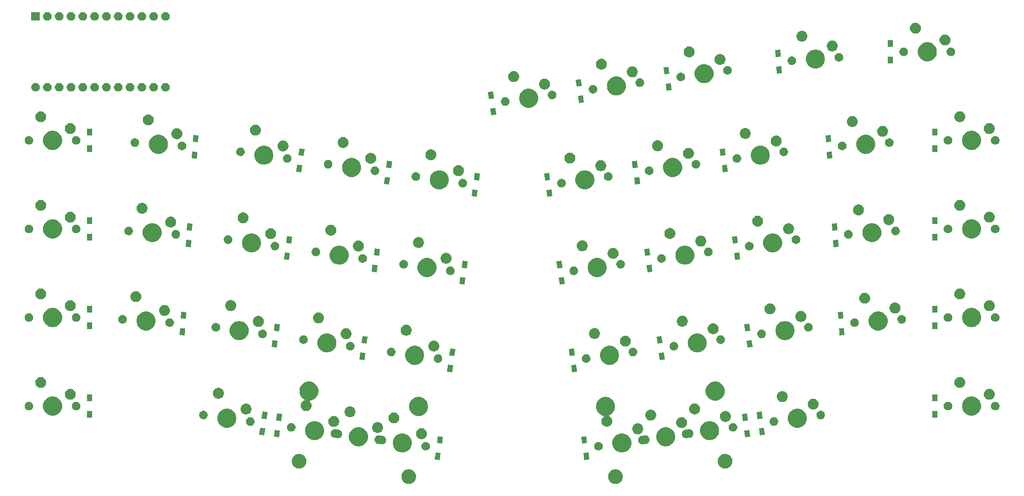
<source format=gbr>
G04 #@! TF.GenerationSoftware,KiCad,Pcbnew,(5.1.4)-1*
G04 #@! TF.CreationDate,2021-09-16T18:12:57-10:00*
G04 #@! TF.ProjectId,oya38split,6f796133-3873-4706-9c69-742e6b696361,rev?*
G04 #@! TF.SameCoordinates,Original*
G04 #@! TF.FileFunction,Soldermask,Top*
G04 #@! TF.FilePolarity,Negative*
%FSLAX46Y46*%
G04 Gerber Fmt 4.6, Leading zero omitted, Abs format (unit mm)*
G04 Created by KiCad (PCBNEW (5.1.4)-1) date 2021-09-16 18:12:57*
%MOMM*%
%LPD*%
G04 APERTURE LIST*
%ADD10C,0.100000*%
G04 APERTURE END LIST*
D10*
G36*
X178654474Y-127963362D02*
G01*
X178773200Y-128012540D01*
X178941104Y-128082088D01*
X178941105Y-128082089D01*
X179199067Y-128254453D01*
X179418446Y-128473832D01*
X179533616Y-128646197D01*
X179590811Y-128731795D01*
X179709537Y-129018426D01*
X179770063Y-129322711D01*
X179770063Y-129632961D01*
X179709537Y-129937246D01*
X179590811Y-130223877D01*
X179590810Y-130223878D01*
X179418446Y-130481840D01*
X179199067Y-130701219D01*
X179026702Y-130816389D01*
X178941104Y-130873584D01*
X178773200Y-130943132D01*
X178654474Y-130992310D01*
X178350188Y-131052836D01*
X178039938Y-131052836D01*
X177735652Y-130992310D01*
X177616926Y-130943132D01*
X177449022Y-130873584D01*
X177363424Y-130816389D01*
X177191059Y-130701219D01*
X176971680Y-130481840D01*
X176799316Y-130223878D01*
X176799315Y-130223877D01*
X176680589Y-129937246D01*
X176620063Y-129632961D01*
X176620063Y-129322711D01*
X176680589Y-129018426D01*
X176799315Y-128731795D01*
X176856510Y-128646197D01*
X176971680Y-128473832D01*
X177191059Y-128254453D01*
X177449021Y-128082089D01*
X177449022Y-128082088D01*
X177616926Y-128012540D01*
X177735652Y-127963362D01*
X178039938Y-127902836D01*
X178350188Y-127902836D01*
X178654474Y-127963362D01*
X178654474Y-127963362D01*
G37*
G36*
X134208098Y-127963362D02*
G01*
X134326824Y-128012540D01*
X134494728Y-128082088D01*
X134494729Y-128082089D01*
X134752691Y-128254453D01*
X134972070Y-128473832D01*
X135087240Y-128646197D01*
X135144435Y-128731795D01*
X135263161Y-129018426D01*
X135323687Y-129322711D01*
X135323687Y-129632961D01*
X135263161Y-129937246D01*
X135144435Y-130223877D01*
X135144434Y-130223878D01*
X134972070Y-130481840D01*
X134752691Y-130701219D01*
X134580326Y-130816389D01*
X134494728Y-130873584D01*
X134326824Y-130943132D01*
X134208098Y-130992310D01*
X133903812Y-131052836D01*
X133593562Y-131052836D01*
X133289276Y-130992310D01*
X133170550Y-130943132D01*
X133002646Y-130873584D01*
X132917048Y-130816389D01*
X132744683Y-130701219D01*
X132525304Y-130481840D01*
X132352940Y-130223878D01*
X132352939Y-130223877D01*
X132234213Y-129937246D01*
X132173687Y-129632961D01*
X132173687Y-129322711D01*
X132234213Y-129018426D01*
X132352939Y-128731795D01*
X132410134Y-128646197D01*
X132525304Y-128473832D01*
X132744683Y-128254453D01*
X133002645Y-128082089D01*
X133002646Y-128082088D01*
X133170550Y-128012540D01*
X133289276Y-127963362D01*
X133593562Y-127902836D01*
X133903812Y-127902836D01*
X134208098Y-127963362D01*
X134208098Y-127963362D01*
G37*
G36*
X202235232Y-124649303D02*
G01*
X202353958Y-124698481D01*
X202521862Y-124768029D01*
X202521863Y-124768030D01*
X202779825Y-124940394D01*
X202999204Y-125159773D01*
X203114374Y-125332138D01*
X203171569Y-125417736D01*
X203290295Y-125704367D01*
X203350821Y-126008652D01*
X203350821Y-126318902D01*
X203290295Y-126623187D01*
X203171569Y-126909818D01*
X203171568Y-126909819D01*
X202999204Y-127167781D01*
X202779825Y-127387160D01*
X202607460Y-127502330D01*
X202521862Y-127559525D01*
X202353958Y-127629073D01*
X202235232Y-127678251D01*
X201930946Y-127738777D01*
X201620696Y-127738777D01*
X201316410Y-127678251D01*
X201197684Y-127629073D01*
X201029780Y-127559525D01*
X200944182Y-127502330D01*
X200771817Y-127387160D01*
X200552438Y-127167781D01*
X200380074Y-126909819D01*
X200380073Y-126909818D01*
X200261347Y-126623187D01*
X200200821Y-126318902D01*
X200200821Y-126008652D01*
X200261347Y-125704367D01*
X200380073Y-125417736D01*
X200437268Y-125332138D01*
X200552438Y-125159773D01*
X200771817Y-124940394D01*
X201029779Y-124768030D01*
X201029780Y-124768029D01*
X201197684Y-124698481D01*
X201316410Y-124649303D01*
X201620696Y-124588777D01*
X201930946Y-124588777D01*
X202235232Y-124649303D01*
X202235232Y-124649303D01*
G37*
G36*
X110627340Y-124649303D02*
G01*
X110746066Y-124698481D01*
X110913970Y-124768029D01*
X110913971Y-124768030D01*
X111171933Y-124940394D01*
X111391312Y-125159773D01*
X111506482Y-125332138D01*
X111563677Y-125417736D01*
X111682403Y-125704367D01*
X111742929Y-126008652D01*
X111742929Y-126318902D01*
X111682403Y-126623187D01*
X111563677Y-126909818D01*
X111563676Y-126909819D01*
X111391312Y-127167781D01*
X111171933Y-127387160D01*
X110999568Y-127502330D01*
X110913970Y-127559525D01*
X110746066Y-127629073D01*
X110627340Y-127678251D01*
X110323054Y-127738777D01*
X110012804Y-127738777D01*
X109708518Y-127678251D01*
X109589792Y-127629073D01*
X109421888Y-127559525D01*
X109336290Y-127502330D01*
X109163925Y-127387160D01*
X108944546Y-127167781D01*
X108772182Y-126909819D01*
X108772181Y-126909818D01*
X108653455Y-126623187D01*
X108592929Y-126318902D01*
X108592929Y-126008652D01*
X108653455Y-125704367D01*
X108772181Y-125417736D01*
X108829376Y-125332138D01*
X108944546Y-125159773D01*
X109163925Y-124940394D01*
X109421887Y-124768030D01*
X109421888Y-124768029D01*
X109589792Y-124698481D01*
X109708518Y-124649303D01*
X110012804Y-124588777D01*
X110323054Y-124588777D01*
X110627340Y-124649303D01*
X110627340Y-124649303D01*
G37*
G36*
X140626114Y-124424814D02*
G01*
X140438631Y-125758828D01*
X140417076Y-125912196D01*
X140417076Y-125912197D01*
X139325800Y-125758828D01*
X139534838Y-124271445D01*
X140626114Y-124424814D01*
X140626114Y-124424814D01*
G37*
G36*
X172617950Y-125758828D02*
G01*
X171526674Y-125912197D01*
X171317636Y-124424814D01*
X172408912Y-124271445D01*
X172617950Y-125758828D01*
X172617950Y-125758828D01*
G37*
G36*
X132959209Y-120263092D02*
G01*
X133083765Y-120314685D01*
X133331358Y-120417241D01*
X133666283Y-120641031D01*
X133951112Y-120925860D01*
X134174902Y-121260785D01*
X134185568Y-121286535D01*
X134329051Y-121632934D01*
X134407635Y-122028002D01*
X134407635Y-122430814D01*
X134329051Y-122825882D01*
X134245492Y-123027610D01*
X134174902Y-123198031D01*
X133951112Y-123532956D01*
X133666283Y-123817785D01*
X133331358Y-124041575D01*
X133177209Y-124105425D01*
X132959209Y-124195724D01*
X132564141Y-124274308D01*
X132161329Y-124274308D01*
X131766261Y-124195724D01*
X131548261Y-124105425D01*
X131394112Y-124041575D01*
X131059187Y-123817785D01*
X130774358Y-123532956D01*
X130550568Y-123198031D01*
X130479978Y-123027610D01*
X130396419Y-122825882D01*
X130317835Y-122430814D01*
X130317835Y-122028002D01*
X130396419Y-121632934D01*
X130539902Y-121286535D01*
X130550568Y-121260785D01*
X130774358Y-120925860D01*
X131059187Y-120641031D01*
X131394112Y-120417241D01*
X131641705Y-120314685D01*
X131766261Y-120263092D01*
X132161329Y-120184508D01*
X132564141Y-120184508D01*
X132959209Y-120263092D01*
X132959209Y-120263092D01*
G37*
G36*
X180177489Y-120263092D02*
G01*
X180302045Y-120314685D01*
X180549638Y-120417241D01*
X180884563Y-120641031D01*
X181169392Y-120925860D01*
X181393182Y-121260785D01*
X181403848Y-121286535D01*
X181547331Y-121632934D01*
X181625915Y-122028002D01*
X181625915Y-122430814D01*
X181547331Y-122825882D01*
X181463772Y-123027610D01*
X181393182Y-123198031D01*
X181169392Y-123532956D01*
X180884563Y-123817785D01*
X180549638Y-124041575D01*
X180395489Y-124105425D01*
X180177489Y-124195724D01*
X179782421Y-124274308D01*
X179379609Y-124274308D01*
X178984541Y-124195724D01*
X178766541Y-124105425D01*
X178612392Y-124041575D01*
X178277467Y-123817785D01*
X177992638Y-123532956D01*
X177768848Y-123198031D01*
X177698258Y-123027610D01*
X177614699Y-122825882D01*
X177536115Y-122430814D01*
X177536115Y-122028002D01*
X177614699Y-121632934D01*
X177758182Y-121286535D01*
X177768848Y-121260785D01*
X177992638Y-120925860D01*
X178277467Y-120641031D01*
X178612392Y-120417241D01*
X178859985Y-120314685D01*
X178984541Y-120263092D01*
X179379609Y-120184508D01*
X179782421Y-120184508D01*
X180177489Y-120263092D01*
X180177489Y-120263092D01*
G37*
G36*
X137663401Y-122045992D02*
G01*
X137831923Y-122115796D01*
X137983588Y-122217135D01*
X138112569Y-122346116D01*
X138213908Y-122497781D01*
X138283712Y-122666303D01*
X138319297Y-122845204D01*
X138319297Y-123027610D01*
X138283712Y-123206511D01*
X138213908Y-123375033D01*
X138112569Y-123526698D01*
X137983588Y-123655679D01*
X137831923Y-123757018D01*
X137663401Y-123826822D01*
X137484500Y-123862407D01*
X137302094Y-123862407D01*
X137123193Y-123826822D01*
X136954671Y-123757018D01*
X136803006Y-123655679D01*
X136674025Y-123526698D01*
X136572686Y-123375033D01*
X136502882Y-123206511D01*
X136467297Y-123027610D01*
X136467297Y-122845204D01*
X136502882Y-122666303D01*
X136572686Y-122497781D01*
X136674025Y-122346116D01*
X136803006Y-122217135D01*
X136954671Y-122115796D01*
X137123193Y-122045992D01*
X137302094Y-122010407D01*
X137484500Y-122010407D01*
X137663401Y-122045992D01*
X137663401Y-122045992D01*
G37*
G36*
X174820557Y-122045992D02*
G01*
X174989079Y-122115796D01*
X175140744Y-122217135D01*
X175269725Y-122346116D01*
X175371064Y-122497781D01*
X175440868Y-122666303D01*
X175476453Y-122845204D01*
X175476453Y-123027610D01*
X175440868Y-123206511D01*
X175371064Y-123375033D01*
X175269725Y-123526698D01*
X175140744Y-123655679D01*
X174989079Y-123757018D01*
X174820557Y-123826822D01*
X174641656Y-123862407D01*
X174459250Y-123862407D01*
X174280349Y-123826822D01*
X174111827Y-123757018D01*
X173960162Y-123655679D01*
X173831181Y-123526698D01*
X173729842Y-123375033D01*
X173660038Y-123206511D01*
X173624453Y-123027610D01*
X173624453Y-122845204D01*
X173660038Y-122666303D01*
X173729842Y-122497781D01*
X173831181Y-122346116D01*
X173960162Y-122217135D01*
X174111827Y-122115796D01*
X174280349Y-122045992D01*
X174459250Y-122010407D01*
X174641656Y-122010407D01*
X174820557Y-122045992D01*
X174820557Y-122045992D01*
G37*
G36*
X123526906Y-118937468D02*
G01*
X123651462Y-118989061D01*
X123899055Y-119091617D01*
X124233980Y-119315407D01*
X124518809Y-119600236D01*
X124742599Y-119935161D01*
X124753265Y-119960911D01*
X124896748Y-120307310D01*
X124975332Y-120702378D01*
X124975332Y-121105190D01*
X124896748Y-121500258D01*
X124813189Y-121701986D01*
X124742599Y-121872407D01*
X124518809Y-122207332D01*
X124233980Y-122492161D01*
X123899055Y-122715951D01*
X123744906Y-122779801D01*
X123526906Y-122870100D01*
X123131838Y-122948684D01*
X122729026Y-122948684D01*
X122333958Y-122870100D01*
X122115958Y-122779801D01*
X121961809Y-122715951D01*
X121626884Y-122492161D01*
X121342055Y-122207332D01*
X121118265Y-121872407D01*
X121047675Y-121701986D01*
X120964116Y-121500258D01*
X120885532Y-121105190D01*
X120885532Y-120702378D01*
X120964116Y-120307310D01*
X121107599Y-119960911D01*
X121118265Y-119935161D01*
X121342055Y-119600236D01*
X121626884Y-119315407D01*
X121961809Y-119091617D01*
X122209402Y-118989061D01*
X122333958Y-118937468D01*
X122729026Y-118858884D01*
X123131838Y-118858884D01*
X123526906Y-118937468D01*
X123526906Y-118937468D01*
G37*
G36*
X189609792Y-118937468D02*
G01*
X189734348Y-118989061D01*
X189981941Y-119091617D01*
X190316866Y-119315407D01*
X190601695Y-119600236D01*
X190825485Y-119935161D01*
X190836151Y-119960911D01*
X190979634Y-120307310D01*
X191058218Y-120702378D01*
X191058218Y-121105190D01*
X190979634Y-121500258D01*
X190896075Y-121701986D01*
X190825485Y-121872407D01*
X190601695Y-122207332D01*
X190316866Y-122492161D01*
X189981941Y-122715951D01*
X189827792Y-122779801D01*
X189609792Y-122870100D01*
X189214724Y-122948684D01*
X188811912Y-122948684D01*
X188416844Y-122870100D01*
X188198844Y-122779801D01*
X188044695Y-122715951D01*
X187709770Y-122492161D01*
X187424941Y-122207332D01*
X187201151Y-121872407D01*
X187130561Y-121701986D01*
X187047002Y-121500258D01*
X186968418Y-121105190D01*
X186968418Y-120702378D01*
X187047002Y-120307310D01*
X187190485Y-119960911D01*
X187201151Y-119935161D01*
X187424941Y-119600236D01*
X187709770Y-119315407D01*
X188044695Y-119091617D01*
X188292288Y-118989061D01*
X188416844Y-118937468D01*
X188811912Y-118858884D01*
X189214724Y-118858884D01*
X189609792Y-118937468D01*
X189609792Y-118937468D01*
G37*
G36*
X127602277Y-120631994D02*
G01*
X127740144Y-120689100D01*
X127763579Y-120696209D01*
X127787965Y-120698611D01*
X127812343Y-120696210D01*
X127869791Y-120684783D01*
X128052197Y-120684783D01*
X128231098Y-120720368D01*
X128399620Y-120790172D01*
X128551285Y-120891511D01*
X128680266Y-121020492D01*
X128781605Y-121172157D01*
X128851409Y-121340679D01*
X128886994Y-121519580D01*
X128886994Y-121701986D01*
X128851409Y-121880887D01*
X128781605Y-122049409D01*
X128680266Y-122201074D01*
X128551285Y-122330055D01*
X128399620Y-122431394D01*
X128231098Y-122501198D01*
X128052197Y-122536783D01*
X127869791Y-122536783D01*
X127690890Y-122501198D01*
X127553023Y-122444092D01*
X127529588Y-122436983D01*
X127505202Y-122434581D01*
X127480824Y-122436982D01*
X127423376Y-122448409D01*
X127240970Y-122448409D01*
X127062069Y-122412824D01*
X126893547Y-122343020D01*
X126741882Y-122241681D01*
X126612901Y-122112700D01*
X126511562Y-121961035D01*
X126441758Y-121792513D01*
X126406173Y-121613612D01*
X126406173Y-121431206D01*
X126441758Y-121252305D01*
X126511562Y-121083783D01*
X126612901Y-120932118D01*
X126741882Y-120803137D01*
X126893547Y-120701798D01*
X127062069Y-120631994D01*
X127240970Y-120596409D01*
X127423376Y-120596409D01*
X127602277Y-120631994D01*
X127602277Y-120631994D01*
G37*
G36*
X184881681Y-120631994D02*
G01*
X185050203Y-120701798D01*
X185201868Y-120803137D01*
X185330849Y-120932118D01*
X185432188Y-121083783D01*
X185501992Y-121252305D01*
X185537577Y-121431206D01*
X185537577Y-121613612D01*
X185501992Y-121792513D01*
X185432188Y-121961035D01*
X185330849Y-122112700D01*
X185201868Y-122241681D01*
X185050203Y-122343020D01*
X184881681Y-122412824D01*
X184702780Y-122448409D01*
X184520374Y-122448409D01*
X184462926Y-122436982D01*
X184438549Y-122434581D01*
X184414163Y-122436983D01*
X184390727Y-122444092D01*
X184252860Y-122501198D01*
X184073959Y-122536783D01*
X183891553Y-122536783D01*
X183712652Y-122501198D01*
X183544130Y-122431394D01*
X183392465Y-122330055D01*
X183263484Y-122201074D01*
X183162145Y-122049409D01*
X183092341Y-121880887D01*
X183056756Y-121701986D01*
X183056756Y-121519580D01*
X183092341Y-121340679D01*
X183162145Y-121172157D01*
X183263484Y-121020492D01*
X183392465Y-120891511D01*
X183544130Y-120790172D01*
X183712652Y-120720368D01*
X183891553Y-120684783D01*
X184073959Y-120684783D01*
X184131407Y-120696210D01*
X184155784Y-120698611D01*
X184180170Y-120696209D01*
X184203606Y-120689100D01*
X184341473Y-120631994D01*
X184520374Y-120596409D01*
X184702780Y-120596409D01*
X184881681Y-120631994D01*
X184881681Y-120631994D01*
G37*
G36*
X141120178Y-120909362D02*
G01*
X140918691Y-122343020D01*
X140911140Y-122396744D01*
X140911140Y-122396745D01*
X139819864Y-122243376D01*
X140028902Y-120755993D01*
X141120178Y-120909362D01*
X141120178Y-120909362D01*
G37*
G36*
X172123886Y-122243376D02*
G01*
X171032610Y-122396745D01*
X170823572Y-120909362D01*
X171914848Y-120755993D01*
X172123886Y-122243376D01*
X172123886Y-122243376D01*
G37*
G36*
X199042095Y-117611844D02*
G01*
X199260095Y-117702143D01*
X199414244Y-117765993D01*
X199749169Y-117989783D01*
X200033998Y-118274612D01*
X200257788Y-118609537D01*
X200305173Y-118723936D01*
X200411937Y-118981686D01*
X200490521Y-119376754D01*
X200490521Y-119779566D01*
X200411937Y-120174634D01*
X200353926Y-120314685D01*
X200257788Y-120546783D01*
X200033998Y-120881708D01*
X199749169Y-121166537D01*
X199414244Y-121390327D01*
X199315553Y-121431206D01*
X199042095Y-121544476D01*
X198647027Y-121623060D01*
X198244215Y-121623060D01*
X197849147Y-121544476D01*
X197575689Y-121431206D01*
X197476998Y-121390327D01*
X197142073Y-121166537D01*
X196857244Y-120881708D01*
X196633454Y-120546783D01*
X196537316Y-120314685D01*
X196479305Y-120174634D01*
X196400721Y-119779566D01*
X196400721Y-119376754D01*
X196479305Y-118981686D01*
X196586069Y-118723936D01*
X196633454Y-118609537D01*
X196857244Y-118274612D01*
X197142073Y-117989783D01*
X197476998Y-117765993D01*
X197631147Y-117702143D01*
X197849147Y-117611844D01*
X198244215Y-117533260D01*
X198647027Y-117533260D01*
X199042095Y-117611844D01*
X199042095Y-117611844D01*
G37*
G36*
X114094603Y-117611844D02*
G01*
X114312603Y-117702143D01*
X114466752Y-117765993D01*
X114801677Y-117989783D01*
X115086506Y-118274612D01*
X115310296Y-118609537D01*
X115357681Y-118723936D01*
X115464445Y-118981686D01*
X115543029Y-119376754D01*
X115543029Y-119779566D01*
X115464445Y-120174634D01*
X115406434Y-120314685D01*
X115310296Y-120546783D01*
X115086506Y-120881708D01*
X114801677Y-121166537D01*
X114466752Y-121390327D01*
X114368061Y-121431206D01*
X114094603Y-121544476D01*
X113699535Y-121623060D01*
X113296723Y-121623060D01*
X112901655Y-121544476D01*
X112628197Y-121431206D01*
X112529506Y-121390327D01*
X112194581Y-121166537D01*
X111909752Y-120881708D01*
X111685962Y-120546783D01*
X111589824Y-120314685D01*
X111531813Y-120174634D01*
X111453229Y-119779566D01*
X111453229Y-119376754D01*
X111531813Y-118981686D01*
X111638577Y-118723936D01*
X111685962Y-118609537D01*
X111909752Y-118274612D01*
X112194581Y-117989783D01*
X112529506Y-117765993D01*
X112683655Y-117702143D01*
X112901655Y-117611844D01*
X113296723Y-117533260D01*
X113699535Y-117533260D01*
X114094603Y-117611844D01*
X114094603Y-117611844D01*
G37*
G36*
X136680716Y-119083441D02*
G01*
X136832183Y-119113570D01*
X137046201Y-119202219D01*
X137046202Y-119202220D01*
X137238810Y-119330916D01*
X137402617Y-119494723D01*
X137466567Y-119590432D01*
X137531314Y-119687332D01*
X137619963Y-119901350D01*
X137631810Y-119960910D01*
X137665156Y-120128550D01*
X137665156Y-120360204D01*
X137650092Y-120435937D01*
X137619963Y-120587404D01*
X137531314Y-120801422D01*
X137531313Y-120801423D01*
X137402617Y-120994031D01*
X137238810Y-121157838D01*
X137159009Y-121211159D01*
X137046201Y-121286535D01*
X136832183Y-121375184D01*
X136680716Y-121405313D01*
X136604983Y-121420377D01*
X136373329Y-121420377D01*
X136297596Y-121405313D01*
X136146129Y-121375184D01*
X135932111Y-121286535D01*
X135819303Y-121211159D01*
X135739502Y-121157838D01*
X135575695Y-120994031D01*
X135446999Y-120801423D01*
X135446998Y-120801422D01*
X135358349Y-120587404D01*
X135328220Y-120435937D01*
X135313156Y-120360204D01*
X135313156Y-120128550D01*
X135346502Y-119960910D01*
X135358349Y-119901350D01*
X135446998Y-119687332D01*
X135511745Y-119590432D01*
X135575695Y-119494723D01*
X135739502Y-119330916D01*
X135932110Y-119202220D01*
X135932111Y-119202219D01*
X136146129Y-119113570D01*
X136297596Y-119083441D01*
X136373329Y-119068377D01*
X136604983Y-119068377D01*
X136680716Y-119083441D01*
X136680716Y-119083441D01*
G37*
G36*
X194313984Y-119306370D02*
G01*
X194482506Y-119376174D01*
X194634171Y-119477513D01*
X194763152Y-119606494D01*
X194864491Y-119758159D01*
X194934295Y-119926681D01*
X194969880Y-120105582D01*
X194969880Y-120287988D01*
X194934295Y-120466889D01*
X194864491Y-120635411D01*
X194763152Y-120787076D01*
X194634171Y-120916057D01*
X194482506Y-121017396D01*
X194313984Y-121087200D01*
X194135083Y-121122785D01*
X193952677Y-121122785D01*
X193895229Y-121111358D01*
X193870852Y-121108957D01*
X193846466Y-121111359D01*
X193823030Y-121118468D01*
X193685163Y-121175574D01*
X193506262Y-121211159D01*
X193323856Y-121211159D01*
X193144955Y-121175574D01*
X192976433Y-121105770D01*
X192824768Y-121004431D01*
X192695787Y-120875450D01*
X192594448Y-120723785D01*
X192524644Y-120555263D01*
X192489059Y-120376362D01*
X192489059Y-120193956D01*
X192524644Y-120015055D01*
X192594448Y-119846533D01*
X192695787Y-119694868D01*
X192824768Y-119565887D01*
X192976433Y-119464548D01*
X193144955Y-119394744D01*
X193323856Y-119359159D01*
X193506262Y-119359159D01*
X193563710Y-119370586D01*
X193588087Y-119372987D01*
X193612473Y-119370585D01*
X193635909Y-119363476D01*
X193773776Y-119306370D01*
X193952677Y-119270785D01*
X194135083Y-119270785D01*
X194313984Y-119306370D01*
X194313984Y-119306370D01*
G37*
G36*
X118169974Y-119306370D02*
G01*
X118307841Y-119363476D01*
X118331276Y-119370585D01*
X118355662Y-119372987D01*
X118380040Y-119370586D01*
X118437488Y-119359159D01*
X118619894Y-119359159D01*
X118798795Y-119394744D01*
X118967317Y-119464548D01*
X119118982Y-119565887D01*
X119247963Y-119694868D01*
X119349302Y-119846533D01*
X119419106Y-120015055D01*
X119454691Y-120193956D01*
X119454691Y-120376362D01*
X119419106Y-120555263D01*
X119349302Y-120723785D01*
X119247963Y-120875450D01*
X119118982Y-121004431D01*
X118967317Y-121105770D01*
X118798795Y-121175574D01*
X118619894Y-121211159D01*
X118437488Y-121211159D01*
X118258587Y-121175574D01*
X118120720Y-121118468D01*
X118097285Y-121111359D01*
X118072899Y-121108957D01*
X118048521Y-121111358D01*
X117991073Y-121122785D01*
X117808667Y-121122785D01*
X117629766Y-121087200D01*
X117461244Y-121017396D01*
X117309579Y-120916057D01*
X117180598Y-120787076D01*
X117079259Y-120635411D01*
X117009455Y-120466889D01*
X116973870Y-120287988D01*
X116973870Y-120105582D01*
X117009455Y-119926681D01*
X117079259Y-119758159D01*
X117180598Y-119606494D01*
X117309579Y-119477513D01*
X117461244Y-119376174D01*
X117629766Y-119306370D01*
X117808667Y-119270785D01*
X117991073Y-119270785D01*
X118169974Y-119306370D01*
X118169974Y-119306370D01*
G37*
G36*
X207203063Y-120898207D02*
G01*
X206111787Y-121051576D01*
X205902749Y-119564193D01*
X206994025Y-119410824D01*
X207203063Y-120898207D01*
X207203063Y-120898207D01*
G37*
G36*
X106041001Y-119564193D02*
G01*
X105836332Y-121020492D01*
X105831963Y-121051575D01*
X105831963Y-121051576D01*
X104740687Y-120898207D01*
X104949725Y-119410824D01*
X106041001Y-119564193D01*
X106041001Y-119564193D01*
G37*
G36*
X210347165Y-120456332D02*
G01*
X209255889Y-120609701D01*
X209046851Y-119122318D01*
X210138127Y-118968949D01*
X210347165Y-120456332D01*
X210347165Y-120456332D01*
G37*
G36*
X102896899Y-119122318D02*
G01*
X102690995Y-120587404D01*
X102687861Y-120609700D01*
X102687861Y-120609701D01*
X101596585Y-120456332D01*
X101805623Y-118968949D01*
X102896899Y-119122318D01*
X102896899Y-119122318D01*
G37*
G36*
X183183976Y-118021347D02*
G01*
X183343464Y-118053071D01*
X183557482Y-118141720D01*
X183572701Y-118151889D01*
X183750091Y-118270417D01*
X183913898Y-118434224D01*
X183997880Y-118559912D01*
X184042595Y-118626833D01*
X184131244Y-118840851D01*
X184143091Y-118900411D01*
X184176437Y-119068051D01*
X184176437Y-119299705D01*
X184170229Y-119330916D01*
X184131244Y-119526905D01*
X184042595Y-119740923D01*
X184028796Y-119761575D01*
X183913898Y-119933532D01*
X183750091Y-120097339D01*
X183634410Y-120174634D01*
X183557482Y-120226036D01*
X183343464Y-120314685D01*
X183191997Y-120344814D01*
X183116264Y-120359878D01*
X182884610Y-120359878D01*
X182808877Y-120344814D01*
X182657410Y-120314685D01*
X182443392Y-120226036D01*
X182366464Y-120174634D01*
X182250783Y-120097339D01*
X182086976Y-119933532D01*
X181972078Y-119761575D01*
X181958279Y-119740923D01*
X181869630Y-119526905D01*
X181830645Y-119330916D01*
X181824437Y-119299705D01*
X181824437Y-119068051D01*
X181857783Y-118900411D01*
X181869630Y-118840851D01*
X181958279Y-118626833D01*
X182002994Y-118559912D01*
X182086976Y-118434224D01*
X182250783Y-118270417D01*
X182428173Y-118151889D01*
X182443392Y-118141720D01*
X182657410Y-118053071D01*
X182816898Y-118021347D01*
X182884610Y-118007878D01*
X183116264Y-118007878D01*
X183183976Y-118021347D01*
X183183976Y-118021347D01*
G37*
G36*
X127248413Y-117757817D02*
G01*
X127399880Y-117787946D01*
X127613898Y-117876595D01*
X127642245Y-117895536D01*
X127806507Y-118005292D01*
X127970314Y-118169099D01*
X128040815Y-118274612D01*
X128099011Y-118361708D01*
X128187660Y-118575726D01*
X128217141Y-118723936D01*
X128232853Y-118802926D01*
X128232853Y-119034580D01*
X128217789Y-119110313D01*
X128187660Y-119261780D01*
X128099011Y-119475798D01*
X128064864Y-119526903D01*
X127970314Y-119668407D01*
X127806507Y-119832214D01*
X127703037Y-119901350D01*
X127613898Y-119960911D01*
X127399880Y-120049560D01*
X127248413Y-120079689D01*
X127172680Y-120094753D01*
X126941026Y-120094753D01*
X126865293Y-120079689D01*
X126713826Y-120049560D01*
X126499808Y-119960911D01*
X126410669Y-119901350D01*
X126307199Y-119832214D01*
X126143392Y-119668407D01*
X126048842Y-119526903D01*
X126014695Y-119475798D01*
X125926046Y-119261780D01*
X125895917Y-119110313D01*
X125880853Y-119034580D01*
X125880853Y-118802926D01*
X125896565Y-118723936D01*
X125926046Y-118575726D01*
X126014695Y-118361708D01*
X126072891Y-118274612D01*
X126143392Y-118169099D01*
X126307199Y-118005292D01*
X126471461Y-117895536D01*
X126499808Y-117876595D01*
X126713826Y-117787946D01*
X126865293Y-117757817D01*
X126941026Y-117742753D01*
X127172680Y-117742753D01*
X127248413Y-117757817D01*
X127248413Y-117757817D01*
G37*
G36*
X203746287Y-117980746D02*
G01*
X203914809Y-118050550D01*
X204066474Y-118151889D01*
X204195455Y-118280870D01*
X204296794Y-118432535D01*
X204366598Y-118601057D01*
X204402183Y-118779958D01*
X204402183Y-118962364D01*
X204366598Y-119141265D01*
X204296794Y-119309787D01*
X204195455Y-119461452D01*
X204066474Y-119590433D01*
X203914809Y-119691772D01*
X203746287Y-119761576D01*
X203567386Y-119797161D01*
X203384980Y-119797161D01*
X203206079Y-119761576D01*
X203037557Y-119691772D01*
X202885892Y-119590433D01*
X202756911Y-119461452D01*
X202655572Y-119309787D01*
X202585768Y-119141265D01*
X202550183Y-118962364D01*
X202550183Y-118779958D01*
X202585768Y-118601057D01*
X202655572Y-118432535D01*
X202756911Y-118280870D01*
X202885892Y-118151889D01*
X203037557Y-118050550D01*
X203206079Y-117980746D01*
X203384980Y-117945161D01*
X203567386Y-117945161D01*
X203746287Y-117980746D01*
X203746287Y-117980746D01*
G37*
G36*
X108737671Y-117980746D02*
G01*
X108906193Y-118050550D01*
X109057858Y-118151889D01*
X109186839Y-118280870D01*
X109288178Y-118432535D01*
X109357982Y-118601057D01*
X109393567Y-118779958D01*
X109393567Y-118962364D01*
X109357982Y-119141265D01*
X109288178Y-119309787D01*
X109186839Y-119461452D01*
X109057858Y-119590433D01*
X108906193Y-119691772D01*
X108737671Y-119761576D01*
X108558770Y-119797161D01*
X108376364Y-119797161D01*
X108197463Y-119761576D01*
X108028941Y-119691772D01*
X107877276Y-119590433D01*
X107748295Y-119461452D01*
X107646956Y-119309787D01*
X107577152Y-119141265D01*
X107541567Y-118962364D01*
X107541567Y-118779958D01*
X107577152Y-118601057D01*
X107646956Y-118432535D01*
X107748295Y-118280870D01*
X107877276Y-118151889D01*
X108028941Y-118050550D01*
X108197463Y-117980746D01*
X108376364Y-117945161D01*
X108558770Y-117945161D01*
X108737671Y-117980746D01*
X108737671Y-117980746D01*
G37*
G36*
X192616279Y-116695723D02*
G01*
X192775767Y-116727447D01*
X192989785Y-116816096D01*
X192989786Y-116816097D01*
X193182394Y-116944793D01*
X193346201Y-117108600D01*
X193399504Y-117188374D01*
X193474898Y-117301209D01*
X193563547Y-117515227D01*
X193569013Y-117542709D01*
X193608740Y-117742427D01*
X193608740Y-117974081D01*
X193602532Y-118005292D01*
X193563547Y-118201281D01*
X193474898Y-118415299D01*
X193431998Y-118479503D01*
X193346201Y-118607908D01*
X193182394Y-118771715D01*
X193078924Y-118840851D01*
X192989785Y-118900412D01*
X192775767Y-118989061D01*
X192624300Y-119019190D01*
X192548567Y-119034254D01*
X192316913Y-119034254D01*
X192241180Y-119019190D01*
X192089713Y-118989061D01*
X191875695Y-118900412D01*
X191786556Y-118840851D01*
X191683086Y-118771715D01*
X191519279Y-118607908D01*
X191433482Y-118479503D01*
X191390582Y-118415299D01*
X191301933Y-118201281D01*
X191262948Y-118005292D01*
X191256740Y-117974081D01*
X191256740Y-117742427D01*
X191296467Y-117542709D01*
X191301933Y-117515227D01*
X191390582Y-117301209D01*
X191465976Y-117188374D01*
X191519279Y-117108600D01*
X191683086Y-116944793D01*
X191875694Y-116816097D01*
X191875695Y-116816096D01*
X192089713Y-116727447D01*
X192249201Y-116695723D01*
X192316913Y-116682254D01*
X192548567Y-116682254D01*
X192616279Y-116695723D01*
X192616279Y-116695723D01*
G37*
G36*
X217906702Y-114960597D02*
G01*
X218124283Y-115050722D01*
X218278851Y-115114746D01*
X218613776Y-115338536D01*
X218898605Y-115623365D01*
X219122395Y-115958290D01*
X219133061Y-115984040D01*
X219276544Y-116330439D01*
X219355128Y-116725507D01*
X219355128Y-117128319D01*
X219276544Y-117523387D01*
X219199814Y-117708630D01*
X219122395Y-117895536D01*
X218898605Y-118230461D01*
X218613776Y-118515290D01*
X218278851Y-118739080D01*
X218180162Y-118779958D01*
X217906702Y-118893229D01*
X217511634Y-118971813D01*
X217108822Y-118971813D01*
X216713754Y-118893229D01*
X216440294Y-118779958D01*
X216341605Y-118739080D01*
X216006680Y-118515290D01*
X215721851Y-118230461D01*
X215498061Y-117895536D01*
X215420642Y-117708630D01*
X215343912Y-117523387D01*
X215265328Y-117128319D01*
X215265328Y-116725507D01*
X215343912Y-116330439D01*
X215487395Y-115984040D01*
X215498061Y-115958290D01*
X215721851Y-115623365D01*
X216006680Y-115338536D01*
X216341605Y-115114746D01*
X216496173Y-115050722D01*
X216713754Y-114960597D01*
X217108822Y-114882013D01*
X217511634Y-114882013D01*
X217906702Y-114960597D01*
X217906702Y-114960597D01*
G37*
G36*
X95229996Y-114960597D02*
G01*
X95447577Y-115050722D01*
X95602145Y-115114746D01*
X95937070Y-115338536D01*
X96221899Y-115623365D01*
X96445689Y-115958290D01*
X96456355Y-115984040D01*
X96599838Y-116330439D01*
X96678422Y-116725507D01*
X96678422Y-117128319D01*
X96599838Y-117523387D01*
X96523108Y-117708630D01*
X96445689Y-117895536D01*
X96221899Y-118230461D01*
X95937070Y-118515290D01*
X95602145Y-118739080D01*
X95503456Y-118779958D01*
X95229996Y-118893229D01*
X94834928Y-118971813D01*
X94432116Y-118971813D01*
X94037048Y-118893229D01*
X93763588Y-118779958D01*
X93664899Y-118739080D01*
X93329974Y-118515290D01*
X93045145Y-118230461D01*
X92821355Y-117895536D01*
X92743936Y-117708630D01*
X92667206Y-117523387D01*
X92588622Y-117128319D01*
X92588622Y-116725507D01*
X92667206Y-116330439D01*
X92810689Y-115984040D01*
X92821355Y-115958290D01*
X93045145Y-115623365D01*
X93329974Y-115338536D01*
X93664899Y-115114746D01*
X93819467Y-115050722D01*
X94037048Y-114960597D01*
X94432116Y-114882013D01*
X94834928Y-114882013D01*
X95229996Y-114960597D01*
X95229996Y-114960597D01*
G37*
G36*
X117810367Y-116431051D02*
G01*
X117967577Y-116462322D01*
X118181595Y-116550971D01*
X118181596Y-116550972D01*
X118374204Y-116679668D01*
X118538011Y-116843475D01*
X118616654Y-116961173D01*
X118666708Y-117036084D01*
X118755357Y-117250102D01*
X118777974Y-117363808D01*
X118800550Y-117477302D01*
X118800550Y-117708956D01*
X118785486Y-117784689D01*
X118755357Y-117936156D01*
X118666708Y-118150174D01*
X118632561Y-118201279D01*
X118538011Y-118342783D01*
X118374204Y-118506590D01*
X118270734Y-118575726D01*
X118181595Y-118635287D01*
X117967577Y-118723936D01*
X117816110Y-118754065D01*
X117740377Y-118769129D01*
X117508723Y-118769129D01*
X117432990Y-118754065D01*
X117281523Y-118723936D01*
X117067505Y-118635287D01*
X116978366Y-118575726D01*
X116874896Y-118506590D01*
X116711089Y-118342783D01*
X116616539Y-118201279D01*
X116582392Y-118150174D01*
X116493743Y-117936156D01*
X116463614Y-117784689D01*
X116448550Y-117708956D01*
X116448550Y-117477302D01*
X116471126Y-117363808D01*
X116493743Y-117250102D01*
X116582392Y-117036084D01*
X116632446Y-116961173D01*
X116711089Y-116843475D01*
X116874896Y-116679668D01*
X117067504Y-116550972D01*
X117067505Y-116550971D01*
X117281523Y-116462322D01*
X117438733Y-116431051D01*
X117508723Y-116417129D01*
X117740377Y-116417129D01*
X117810367Y-116431051D01*
X117810367Y-116431051D01*
G37*
G36*
X176670539Y-112419835D02*
G01*
X176834700Y-112487833D01*
X177042688Y-112573984D01*
X177377613Y-112797774D01*
X177662442Y-113082603D01*
X177886232Y-113417528D01*
X177936280Y-113538356D01*
X178040381Y-113789677D01*
X178118965Y-114184745D01*
X178118965Y-114587557D01*
X178040381Y-114982625D01*
X177983225Y-115120611D01*
X177886232Y-115354774D01*
X177662442Y-115689699D01*
X177377613Y-115974528D01*
X177042688Y-116198318D01*
X176973384Y-116227025D01*
X176881576Y-116265053D01*
X176859965Y-116276604D01*
X176841023Y-116292150D01*
X176825478Y-116311092D01*
X176813927Y-116332702D01*
X176806814Y-116356151D01*
X176804412Y-116380537D01*
X176806814Y-116404923D01*
X176813927Y-116428372D01*
X176825478Y-116449983D01*
X176841024Y-116468925D01*
X176859966Y-116484470D01*
X176881570Y-116496018D01*
X176915780Y-116510188D01*
X176915781Y-116510189D01*
X177108389Y-116638885D01*
X177272196Y-116802692D01*
X177299446Y-116843475D01*
X177400893Y-116995301D01*
X177489542Y-117209319D01*
X177504056Y-117282286D01*
X177534735Y-117436519D01*
X177534735Y-117668173D01*
X177526623Y-117708955D01*
X177489542Y-117895373D01*
X177400893Y-118109391D01*
X177373642Y-118150175D01*
X177272196Y-118302000D01*
X177108389Y-118465807D01*
X177020807Y-118524327D01*
X176915780Y-118594504D01*
X176701762Y-118683153D01*
X176550295Y-118713282D01*
X176474562Y-118728346D01*
X176242908Y-118728346D01*
X176167175Y-118713282D01*
X176015708Y-118683153D01*
X175801690Y-118594504D01*
X175696663Y-118524327D01*
X175609081Y-118465807D01*
X175445274Y-118302000D01*
X175343828Y-118150175D01*
X175316577Y-118109391D01*
X175227928Y-117895373D01*
X175190847Y-117708955D01*
X175182735Y-117668173D01*
X175182735Y-117436519D01*
X175213414Y-117282286D01*
X175227928Y-117209319D01*
X175316577Y-116995301D01*
X175418024Y-116843475D01*
X175445274Y-116802692D01*
X175609081Y-116638885D01*
X175658321Y-116605984D01*
X175677263Y-116590439D01*
X175692809Y-116571497D01*
X175704360Y-116549886D01*
X175711473Y-116526437D01*
X175713875Y-116502051D01*
X175711473Y-116477665D01*
X175704360Y-116454216D01*
X175692809Y-116432606D01*
X175677264Y-116413664D01*
X175658322Y-116398118D01*
X175636711Y-116386567D01*
X175613262Y-116379454D01*
X175477591Y-116352467D01*
X175259591Y-116262168D01*
X175105442Y-116198318D01*
X174770517Y-115974528D01*
X174485688Y-115689699D01*
X174261898Y-115354774D01*
X174164905Y-115120611D01*
X174107749Y-114982625D01*
X174029165Y-114587557D01*
X174029165Y-114184745D01*
X174107749Y-113789677D01*
X174211850Y-113538356D01*
X174261898Y-113417528D01*
X174485688Y-113082603D01*
X174770517Y-112797774D01*
X175105442Y-112573984D01*
X175313430Y-112487833D01*
X175477591Y-112419835D01*
X175872659Y-112341251D01*
X176275471Y-112341251D01*
X176670539Y-112419835D01*
X176670539Y-112419835D01*
G37*
G36*
X99934188Y-116743497D02*
G01*
X100102710Y-116813301D01*
X100254375Y-116914640D01*
X100383356Y-117043621D01*
X100484695Y-117195286D01*
X100554499Y-117363808D01*
X100590084Y-117542709D01*
X100590084Y-117725115D01*
X100554499Y-117904016D01*
X100484695Y-118072538D01*
X100383356Y-118224203D01*
X100254375Y-118353184D01*
X100102710Y-118454523D01*
X99934188Y-118524327D01*
X99755287Y-118559912D01*
X99572881Y-118559912D01*
X99393980Y-118524327D01*
X99225458Y-118454523D01*
X99073793Y-118353184D01*
X98944812Y-118224203D01*
X98843473Y-118072538D01*
X98773669Y-117904016D01*
X98738084Y-117725115D01*
X98738084Y-117542709D01*
X98773669Y-117363808D01*
X98843473Y-117195286D01*
X98944812Y-117043621D01*
X99073793Y-116914640D01*
X99225458Y-116813301D01*
X99393980Y-116743497D01*
X99572881Y-116707912D01*
X99755287Y-116707912D01*
X99934188Y-116743497D01*
X99934188Y-116743497D01*
G37*
G36*
X212549770Y-116743497D02*
G01*
X212718292Y-116813301D01*
X212869957Y-116914640D01*
X212998938Y-117043621D01*
X213100277Y-117195286D01*
X213170081Y-117363808D01*
X213205666Y-117542709D01*
X213205666Y-117725115D01*
X213170081Y-117904016D01*
X213100277Y-118072538D01*
X212998938Y-118224203D01*
X212869957Y-118353184D01*
X212718292Y-118454523D01*
X212549770Y-118524327D01*
X212370869Y-118559912D01*
X212188463Y-118559912D01*
X212009562Y-118524327D01*
X211841040Y-118454523D01*
X211689375Y-118353184D01*
X211560394Y-118224203D01*
X211459055Y-118072538D01*
X211389251Y-117904016D01*
X211353666Y-117725115D01*
X211353666Y-117542709D01*
X211389251Y-117363808D01*
X211459055Y-117195286D01*
X211560394Y-117043621D01*
X211689375Y-116914640D01*
X211841040Y-116813301D01*
X212009562Y-116743497D01*
X212188463Y-116707912D01*
X212370869Y-116707912D01*
X212549770Y-116743497D01*
X212549770Y-116743497D01*
G37*
G36*
X130746013Y-115684411D02*
G01*
X130897480Y-115714540D01*
X131111498Y-115803189D01*
X131111499Y-115803190D01*
X131304107Y-115931886D01*
X131467914Y-116095693D01*
X131553711Y-116224098D01*
X131596611Y-116288302D01*
X131685260Y-116502320D01*
X131685260Y-116502322D01*
X131730041Y-116727447D01*
X131730453Y-116729521D01*
X131730453Y-116961173D01*
X131685260Y-117188374D01*
X131596611Y-117402392D01*
X131573808Y-117436519D01*
X131467914Y-117595001D01*
X131304107Y-117758808D01*
X131175702Y-117844605D01*
X131111498Y-117887505D01*
X130897480Y-117976154D01*
X130750993Y-118005292D01*
X130670280Y-118021347D01*
X130438626Y-118021347D01*
X130357913Y-118005292D01*
X130211426Y-117976154D01*
X129997408Y-117887505D01*
X129933204Y-117844605D01*
X129804799Y-117758808D01*
X129640992Y-117595001D01*
X129535098Y-117436519D01*
X129512295Y-117402392D01*
X129423646Y-117188374D01*
X129378453Y-116961173D01*
X129378453Y-116729521D01*
X129378866Y-116727447D01*
X129423646Y-116502322D01*
X129423646Y-116502320D01*
X129512295Y-116288302D01*
X129555195Y-116224098D01*
X129640992Y-116095693D01*
X129804799Y-115931886D01*
X129997407Y-115803190D01*
X129997408Y-115803189D01*
X130211426Y-115714540D01*
X130362893Y-115684411D01*
X130438626Y-115669347D01*
X130670280Y-115669347D01*
X130746013Y-115684411D01*
X130746013Y-115684411D01*
G37*
G36*
X202048582Y-115370099D02*
G01*
X202208070Y-115401823D01*
X202422088Y-115490472D01*
X202434743Y-115498928D01*
X202614697Y-115619169D01*
X202778504Y-115782976D01*
X202831807Y-115862750D01*
X202907201Y-115975585D01*
X202995850Y-116189603D01*
X203015482Y-116288301D01*
X203041043Y-116416803D01*
X203041043Y-116648457D01*
X203025979Y-116724190D01*
X202995850Y-116875657D01*
X202907201Y-117089675D01*
X202869623Y-117145914D01*
X202778504Y-117282284D01*
X202614697Y-117446091D01*
X202511227Y-117515227D01*
X202422088Y-117574788D01*
X202208070Y-117663437D01*
X202056603Y-117693566D01*
X201980870Y-117708630D01*
X201749216Y-117708630D01*
X201673483Y-117693566D01*
X201522016Y-117663437D01*
X201307998Y-117574788D01*
X201218859Y-117515227D01*
X201115389Y-117446091D01*
X200951582Y-117282284D01*
X200860463Y-117145914D01*
X200822885Y-117089675D01*
X200734236Y-116875657D01*
X200704107Y-116724190D01*
X200689043Y-116648457D01*
X200689043Y-116416803D01*
X200714604Y-116288301D01*
X200734236Y-116189603D01*
X200822885Y-115975585D01*
X200898279Y-115862750D01*
X200951582Y-115782976D01*
X201115389Y-115619169D01*
X201295343Y-115498928D01*
X201307998Y-115490472D01*
X201522016Y-115401823D01*
X201681504Y-115370099D01*
X201749216Y-115356630D01*
X201980870Y-115356630D01*
X202048582Y-115370099D01*
X202048582Y-115370099D01*
G37*
G36*
X106535065Y-116048741D02*
G01*
X106326430Y-117533260D01*
X106326027Y-117536123D01*
X106326027Y-117536124D01*
X105234751Y-117382755D01*
X105443789Y-115895372D01*
X106535065Y-116048741D01*
X106535065Y-116048741D01*
G37*
G36*
X206708999Y-117382755D02*
G01*
X205617723Y-117536124D01*
X205408685Y-116048741D01*
X206499961Y-115895372D01*
X206708999Y-117382755D01*
X206708999Y-117382755D01*
G37*
G36*
X185982598Y-115065786D02*
G01*
X186134065Y-115095915D01*
X186348083Y-115184564D01*
X186410096Y-115226000D01*
X186540692Y-115313261D01*
X186704499Y-115477068D01*
X186720251Y-115500643D01*
X186833196Y-115669677D01*
X186921845Y-115883695D01*
X186941805Y-115984040D01*
X186967038Y-116110895D01*
X186967038Y-116342549D01*
X186954631Y-116404923D01*
X186921845Y-116569749D01*
X186833196Y-116783767D01*
X186813462Y-116813301D01*
X186704499Y-116976376D01*
X186540692Y-117140183D01*
X186437222Y-117209319D01*
X186348083Y-117268880D01*
X186134065Y-117357529D01*
X186007245Y-117382755D01*
X185906865Y-117402722D01*
X185675211Y-117402722D01*
X185574831Y-117382755D01*
X185448011Y-117357529D01*
X185233993Y-117268880D01*
X185144854Y-117209319D01*
X185041384Y-117140183D01*
X184877577Y-116976376D01*
X184768614Y-116813301D01*
X184748880Y-116783767D01*
X184660231Y-116569749D01*
X184627445Y-116404923D01*
X184615038Y-116342549D01*
X184615038Y-116110895D01*
X184640271Y-115984040D01*
X184660231Y-115883695D01*
X184748880Y-115669677D01*
X184861825Y-115500643D01*
X184877577Y-115477068D01*
X185041384Y-115313261D01*
X185171980Y-115226000D01*
X185233993Y-115184564D01*
X185448011Y-115095915D01*
X185599478Y-115065786D01*
X185675211Y-115050722D01*
X185906865Y-115050722D01*
X185982598Y-115065786D01*
X185982598Y-115065786D01*
G37*
G36*
X222610894Y-115329499D02*
G01*
X222779416Y-115399303D01*
X222931081Y-115500642D01*
X223060062Y-115629623D01*
X223161401Y-115781288D01*
X223231205Y-115949810D01*
X223266790Y-116128711D01*
X223266790Y-116311117D01*
X223231205Y-116490018D01*
X223161401Y-116658540D01*
X223060062Y-116810205D01*
X222931081Y-116939186D01*
X222779416Y-117040525D01*
X222610894Y-117110329D01*
X222431993Y-117145914D01*
X222249587Y-117145914D01*
X222070686Y-117110329D01*
X221902164Y-117040525D01*
X221750499Y-116939186D01*
X221621518Y-116810205D01*
X221520179Y-116658540D01*
X221450375Y-116490018D01*
X221414790Y-116311117D01*
X221414790Y-116128711D01*
X221450375Y-115949810D01*
X221520179Y-115781288D01*
X221621518Y-115629623D01*
X221750499Y-115500642D01*
X221902164Y-115399303D01*
X222070686Y-115329499D01*
X222249587Y-115293914D01*
X222431993Y-115293914D01*
X222610894Y-115329499D01*
X222610894Y-115329499D01*
G37*
G36*
X89873064Y-115329499D02*
G01*
X90041586Y-115399303D01*
X90193251Y-115500642D01*
X90322232Y-115629623D01*
X90423571Y-115781288D01*
X90493375Y-115949810D01*
X90528960Y-116128711D01*
X90528960Y-116311117D01*
X90493375Y-116490018D01*
X90423571Y-116658540D01*
X90322232Y-116810205D01*
X90193251Y-116939186D01*
X90041586Y-117040525D01*
X89873064Y-117110329D01*
X89694163Y-117145914D01*
X89511757Y-117145914D01*
X89332856Y-117110329D01*
X89164334Y-117040525D01*
X89012669Y-116939186D01*
X88883688Y-116810205D01*
X88782349Y-116658540D01*
X88712545Y-116490018D01*
X88676960Y-116311117D01*
X88676960Y-116128711D01*
X88712545Y-115949810D01*
X88782349Y-115781288D01*
X88883688Y-115629623D01*
X89012669Y-115500642D01*
X89164334Y-115399303D01*
X89332856Y-115329499D01*
X89511757Y-115293914D01*
X89694163Y-115293914D01*
X89873064Y-115329499D01*
X89873064Y-115329499D01*
G37*
G36*
X103390963Y-115606866D02*
G01*
X103190100Y-117036084D01*
X103181925Y-117094248D01*
X103181925Y-117094249D01*
X102090649Y-116940880D01*
X102299687Y-115453497D01*
X103390963Y-115606866D01*
X103390963Y-115606866D01*
G37*
G36*
X209853101Y-116940880D02*
G01*
X208761825Y-117094249D01*
X208552787Y-115606866D01*
X209644063Y-115453497D01*
X209853101Y-116940880D01*
X209853101Y-116940880D01*
G37*
G36*
X247407250Y-116826000D02*
G01*
X246305250Y-116826000D01*
X246305250Y-115324000D01*
X247407250Y-115324000D01*
X247407250Y-116826000D01*
X247407250Y-116826000D01*
G37*
G36*
X65638500Y-116826000D02*
G01*
X64536500Y-116826000D01*
X64536500Y-115324000D01*
X65638500Y-115324000D01*
X65638500Y-116826000D01*
X65638500Y-116826000D01*
G37*
G36*
X121313710Y-114358787D02*
G01*
X121465177Y-114388916D01*
X121679195Y-114477565D01*
X121679196Y-114477566D01*
X121871804Y-114606262D01*
X122035611Y-114770069D01*
X122052165Y-114794844D01*
X122164308Y-114962678D01*
X122252957Y-115176696D01*
X122255686Y-115190415D01*
X122297738Y-115401823D01*
X122298150Y-115403897D01*
X122298150Y-115635549D01*
X122252957Y-115862750D01*
X122164308Y-116076768D01*
X122141505Y-116110895D01*
X122035611Y-116269377D01*
X121871804Y-116433184D01*
X121777761Y-116496021D01*
X121679195Y-116561881D01*
X121465177Y-116650530D01*
X121318690Y-116679668D01*
X121237977Y-116695723D01*
X121006323Y-116695723D01*
X120925610Y-116679668D01*
X120779123Y-116650530D01*
X120565105Y-116561881D01*
X120466539Y-116496021D01*
X120372496Y-116433184D01*
X120208689Y-116269377D01*
X120102795Y-116110895D01*
X120079992Y-116076768D01*
X119991343Y-115862750D01*
X119946150Y-115635549D01*
X119946150Y-115403897D01*
X119946563Y-115401823D01*
X119988614Y-115190415D01*
X119991343Y-115176696D01*
X120079992Y-114962678D01*
X120192135Y-114794844D01*
X120208689Y-114770069D01*
X120372496Y-114606262D01*
X120565104Y-114477566D01*
X120565105Y-114477565D01*
X120779123Y-114388916D01*
X120930590Y-114358787D01*
X121006323Y-114343723D01*
X121237977Y-114343723D01*
X121313710Y-114358787D01*
X121313710Y-114358787D01*
G37*
G36*
X136466159Y-112419835D02*
G01*
X136630320Y-112487833D01*
X136838308Y-112573984D01*
X137173233Y-112797774D01*
X137458062Y-113082603D01*
X137681852Y-113417528D01*
X137731900Y-113538356D01*
X137836001Y-113789677D01*
X137914585Y-114184745D01*
X137914585Y-114587557D01*
X137836001Y-114982625D01*
X137778845Y-115120611D01*
X137681852Y-115354774D01*
X137458062Y-115689699D01*
X137173233Y-115974528D01*
X136838308Y-116198318D01*
X136684159Y-116262168D01*
X136466159Y-116352467D01*
X136071091Y-116431051D01*
X135668279Y-116431051D01*
X135273211Y-116352467D01*
X135055211Y-116262168D01*
X134901062Y-116198318D01*
X134566137Y-115974528D01*
X134281308Y-115689699D01*
X134057518Y-115354774D01*
X133960525Y-115120611D01*
X133903369Y-114982625D01*
X133824785Y-114587557D01*
X133824785Y-114184745D01*
X133903369Y-113789677D01*
X134007470Y-113538356D01*
X134057518Y-113417528D01*
X134281308Y-113082603D01*
X134566137Y-112797774D01*
X134901062Y-112573984D01*
X135109050Y-112487833D01*
X135273211Y-112419835D01*
X135668279Y-112341251D01*
X136071091Y-112341251D01*
X136466159Y-112419835D01*
X136466159Y-112419835D01*
G37*
G36*
X255390224Y-112333684D02*
G01*
X255598211Y-112419835D01*
X255762373Y-112487833D01*
X256097298Y-112711623D01*
X256382127Y-112996452D01*
X256605917Y-113331377D01*
X256638312Y-113409586D01*
X256760066Y-113703526D01*
X256838650Y-114098594D01*
X256838650Y-114501406D01*
X256760066Y-114896474D01*
X256693280Y-115057709D01*
X256605917Y-115268623D01*
X256382127Y-115603548D01*
X256097298Y-115888377D01*
X255762373Y-116112167D01*
X255608224Y-116176017D01*
X255390224Y-116266316D01*
X254995156Y-116344900D01*
X254592344Y-116344900D01*
X254197276Y-116266316D01*
X253979276Y-116176017D01*
X253825127Y-116112167D01*
X253490202Y-115888377D01*
X253205373Y-115603548D01*
X252981583Y-115268623D01*
X252894220Y-115057709D01*
X252827434Y-114896474D01*
X252748850Y-114501406D01*
X252748850Y-114098594D01*
X252827434Y-113703526D01*
X252949188Y-113409586D01*
X252981583Y-113331377D01*
X253205373Y-112996452D01*
X253490202Y-112711623D01*
X253825127Y-112487833D01*
X253989289Y-112419835D01*
X254197276Y-112333684D01*
X254592344Y-112255100D01*
X254995156Y-112255100D01*
X255390224Y-112333684D01*
X255390224Y-112333684D01*
G37*
G36*
X57746474Y-112333684D02*
G01*
X57954461Y-112419835D01*
X58118623Y-112487833D01*
X58453548Y-112711623D01*
X58738377Y-112996452D01*
X58962167Y-113331377D01*
X58994562Y-113409586D01*
X59116316Y-113703526D01*
X59194900Y-114098594D01*
X59194900Y-114501406D01*
X59116316Y-114896474D01*
X59049530Y-115057709D01*
X58962167Y-115268623D01*
X58738377Y-115603548D01*
X58453548Y-115888377D01*
X58118623Y-116112167D01*
X57964474Y-116176017D01*
X57746474Y-116266316D01*
X57351406Y-116344900D01*
X56948594Y-116344900D01*
X56553526Y-116266316D01*
X56335526Y-116176017D01*
X56181377Y-116112167D01*
X55846452Y-115888377D01*
X55561623Y-115603548D01*
X55337833Y-115268623D01*
X55250470Y-115057709D01*
X55183684Y-114896474D01*
X55105100Y-114501406D01*
X55105100Y-114098594D01*
X55183684Y-113703526D01*
X55305438Y-113409586D01*
X55337833Y-113331377D01*
X55561623Y-112996452D01*
X55846452Y-112711623D01*
X56181377Y-112487833D01*
X56345539Y-112419835D01*
X56553526Y-112333684D01*
X56948594Y-112255100D01*
X57351406Y-112255100D01*
X57746474Y-112333684D01*
X57746474Y-112333684D01*
G37*
G36*
X98897935Y-113770291D02*
G01*
X99102970Y-113811075D01*
X99316988Y-113899724D01*
X99316989Y-113899725D01*
X99509597Y-114028421D01*
X99673404Y-114192228D01*
X99694907Y-114224410D01*
X99802101Y-114384837D01*
X99890750Y-114598855D01*
X99918552Y-114738625D01*
X99935943Y-114826055D01*
X99935943Y-115057709D01*
X99923431Y-115120611D01*
X99890750Y-115284909D01*
X99802101Y-115498927D01*
X99802100Y-115498928D01*
X99673404Y-115691536D01*
X99509597Y-115855343D01*
X99395042Y-115931886D01*
X99316988Y-115984040D01*
X99102970Y-116072689D01*
X98951503Y-116102818D01*
X98875770Y-116117882D01*
X98644116Y-116117882D01*
X98568383Y-116102818D01*
X98416916Y-116072689D01*
X98202898Y-115984040D01*
X98124844Y-115931886D01*
X98010289Y-115855343D01*
X97846482Y-115691536D01*
X97717786Y-115498928D01*
X97717785Y-115498927D01*
X97629136Y-115284909D01*
X97596455Y-115120611D01*
X97583943Y-115057709D01*
X97583943Y-114826055D01*
X97601334Y-114738625D01*
X97629136Y-114598855D01*
X97717785Y-114384837D01*
X97824979Y-114224410D01*
X97846482Y-114192228D01*
X98010289Y-114028421D01*
X98202897Y-113899725D01*
X98202898Y-113899724D01*
X98416916Y-113811075D01*
X98621951Y-113770291D01*
X98644116Y-113765882D01*
X98875770Y-113765882D01*
X98897935Y-113770291D01*
X98897935Y-113770291D01*
G37*
G36*
X195414901Y-113740162D02*
G01*
X195566368Y-113770291D01*
X195780386Y-113858940D01*
X195784030Y-113861375D01*
X195972995Y-113987637D01*
X196136802Y-114151444D01*
X196185556Y-114224410D01*
X196265499Y-114344053D01*
X196354148Y-114558071D01*
X196399341Y-114785272D01*
X196399341Y-115016924D01*
X196354148Y-115244125D01*
X196265499Y-115458143D01*
X196243897Y-115490472D01*
X196136802Y-115650752D01*
X195972995Y-115814559D01*
X195869525Y-115883695D01*
X195780386Y-115943256D01*
X195566368Y-116031905D01*
X195414901Y-116062034D01*
X195339168Y-116077098D01*
X195107514Y-116077098D01*
X195031781Y-116062034D01*
X194880314Y-116031905D01*
X194666296Y-115943256D01*
X194577157Y-115883695D01*
X194473687Y-115814559D01*
X194309880Y-115650752D01*
X194202785Y-115490472D01*
X194181183Y-115458143D01*
X194092534Y-115244125D01*
X194047341Y-115016924D01*
X194047341Y-114785272D01*
X194092534Y-114558071D01*
X194181183Y-114344053D01*
X194261126Y-114224410D01*
X194309880Y-114151444D01*
X194473687Y-113987637D01*
X194662652Y-113861375D01*
X194666296Y-113858940D01*
X194880314Y-113770291D01*
X195031781Y-113740162D01*
X195107514Y-113725098D01*
X195339168Y-113725098D01*
X195414901Y-113740162D01*
X195414901Y-113740162D01*
G37*
G36*
X112885401Y-109105775D02*
G01*
X113103401Y-109196074D01*
X113257550Y-109259924D01*
X113592475Y-109483714D01*
X113877304Y-109768543D01*
X114101094Y-110103468D01*
X114113517Y-110133461D01*
X114255243Y-110475617D01*
X114333827Y-110870685D01*
X114333827Y-111273497D01*
X114255243Y-111668565D01*
X114245202Y-111692805D01*
X114101094Y-112040714D01*
X113877304Y-112375639D01*
X113592475Y-112660468D01*
X113257550Y-112884258D01*
X113132633Y-112936000D01*
X112885401Y-113038407D01*
X112540802Y-113106952D01*
X112517353Y-113114065D01*
X112495742Y-113125616D01*
X112476800Y-113141161D01*
X112461255Y-113160103D01*
X112449704Y-113181714D01*
X112442591Y-113205163D01*
X112440189Y-113229549D01*
X112442591Y-113253935D01*
X112449704Y-113277384D01*
X112461255Y-113298995D01*
X112476800Y-113317937D01*
X112603308Y-113444445D01*
X112666057Y-113538356D01*
X112732005Y-113637054D01*
X112820654Y-113851072D01*
X112847818Y-113987637D01*
X112856225Y-114029897D01*
X112865847Y-114078273D01*
X112865847Y-114309925D01*
X112820654Y-114537126D01*
X112732005Y-114751144D01*
X112709202Y-114785271D01*
X112603308Y-114943753D01*
X112439501Y-115107560D01*
X112336031Y-115176696D01*
X112246892Y-115236257D01*
X112032874Y-115324906D01*
X111882722Y-115354773D01*
X111805674Y-115370099D01*
X111574020Y-115370099D01*
X111496972Y-115354773D01*
X111346820Y-115324906D01*
X111132802Y-115236257D01*
X111043663Y-115176696D01*
X110940193Y-115107560D01*
X110776386Y-114943753D01*
X110670492Y-114785271D01*
X110647689Y-114751144D01*
X110559040Y-114537126D01*
X110513847Y-114309925D01*
X110513847Y-114078273D01*
X110523470Y-114029897D01*
X110531876Y-113987637D01*
X110559040Y-113851072D01*
X110647689Y-113637054D01*
X110713637Y-113538356D01*
X110776386Y-113444445D01*
X110940193Y-113280638D01*
X111088244Y-113181714D01*
X111132802Y-113151941D01*
X111279804Y-113091051D01*
X111301413Y-113079501D01*
X111320355Y-113063955D01*
X111335900Y-113045014D01*
X111347451Y-113023403D01*
X111354564Y-112999954D01*
X111356966Y-112975568D01*
X111354564Y-112951182D01*
X111347451Y-112927733D01*
X111335900Y-112906122D01*
X111320354Y-112887180D01*
X111301416Y-112871637D01*
X110985379Y-112660468D01*
X110700550Y-112375639D01*
X110476760Y-112040714D01*
X110332652Y-111692805D01*
X110322611Y-111668565D01*
X110244027Y-111273497D01*
X110244027Y-110870685D01*
X110322611Y-110475617D01*
X110464337Y-110133461D01*
X110476760Y-110103468D01*
X110700550Y-109768543D01*
X110985379Y-109483714D01*
X111320304Y-109259924D01*
X111474453Y-109196074D01*
X111692453Y-109105775D01*
X112087521Y-109027191D01*
X112490333Y-109027191D01*
X112885401Y-109105775D01*
X112885401Y-109105775D01*
G37*
G36*
X249983854Y-113409585D02*
G01*
X250152376Y-113479389D01*
X250304041Y-113580728D01*
X250433022Y-113709709D01*
X250534361Y-113861374D01*
X250604165Y-114029896D01*
X250639750Y-114208797D01*
X250639750Y-114391203D01*
X250604165Y-114570104D01*
X250534361Y-114738626D01*
X250433022Y-114890291D01*
X250304041Y-115019272D01*
X250152376Y-115120611D01*
X249983854Y-115190415D01*
X249804953Y-115226000D01*
X249622547Y-115226000D01*
X249443646Y-115190415D01*
X249275124Y-115120611D01*
X249123459Y-115019272D01*
X248994478Y-114890291D01*
X248893139Y-114738626D01*
X248823335Y-114570104D01*
X248787750Y-114391203D01*
X248787750Y-114208797D01*
X248823335Y-114029896D01*
X248893139Y-113861374D01*
X248994478Y-113709709D01*
X249123459Y-113580728D01*
X249275124Y-113479389D01*
X249443646Y-113409585D01*
X249622547Y-113374000D01*
X249804953Y-113374000D01*
X249983854Y-113409585D01*
X249983854Y-113409585D01*
G37*
G36*
X52340104Y-113409585D02*
G01*
X52508626Y-113479389D01*
X52660291Y-113580728D01*
X52789272Y-113709709D01*
X52890611Y-113861374D01*
X52960415Y-114029896D01*
X52996000Y-114208797D01*
X52996000Y-114391203D01*
X52960415Y-114570104D01*
X52890611Y-114738626D01*
X52789272Y-114890291D01*
X52660291Y-115019272D01*
X52508626Y-115120611D01*
X52340104Y-115190415D01*
X52161203Y-115226000D01*
X51978797Y-115226000D01*
X51799896Y-115190415D01*
X51631374Y-115120611D01*
X51479709Y-115019272D01*
X51350728Y-114890291D01*
X51249389Y-114738626D01*
X51179585Y-114570104D01*
X51144000Y-114391203D01*
X51144000Y-114208797D01*
X51179585Y-114029896D01*
X51249389Y-113861374D01*
X51350728Y-113709709D01*
X51479709Y-113580728D01*
X51631374Y-113479389D01*
X51799896Y-113409585D01*
X51978797Y-113374000D01*
X52161203Y-113374000D01*
X52340104Y-113409585D01*
X52340104Y-113409585D01*
G37*
G36*
X62500104Y-113409585D02*
G01*
X62668626Y-113479389D01*
X62820291Y-113580728D01*
X62949272Y-113709709D01*
X63050611Y-113861374D01*
X63120415Y-114029896D01*
X63156000Y-114208797D01*
X63156000Y-114391203D01*
X63120415Y-114570104D01*
X63050611Y-114738626D01*
X62949272Y-114890291D01*
X62820291Y-115019272D01*
X62668626Y-115120611D01*
X62500104Y-115190415D01*
X62321203Y-115226000D01*
X62138797Y-115226000D01*
X61959896Y-115190415D01*
X61791374Y-115120611D01*
X61639709Y-115019272D01*
X61510728Y-114890291D01*
X61409389Y-114738626D01*
X61339585Y-114570104D01*
X61304000Y-114391203D01*
X61304000Y-114208797D01*
X61339585Y-114029896D01*
X61409389Y-113861374D01*
X61510728Y-113709709D01*
X61639709Y-113580728D01*
X61791374Y-113479389D01*
X61959896Y-113409585D01*
X62138797Y-113374000D01*
X62321203Y-113374000D01*
X62500104Y-113409585D01*
X62500104Y-113409585D01*
G37*
G36*
X260143854Y-113409585D02*
G01*
X260312376Y-113479389D01*
X260464041Y-113580728D01*
X260593022Y-113709709D01*
X260694361Y-113861374D01*
X260764165Y-114029896D01*
X260799750Y-114208797D01*
X260799750Y-114391203D01*
X260764165Y-114570104D01*
X260694361Y-114738626D01*
X260593022Y-114890291D01*
X260464041Y-115019272D01*
X260312376Y-115120611D01*
X260143854Y-115190415D01*
X259964953Y-115226000D01*
X259782547Y-115226000D01*
X259603646Y-115190415D01*
X259435124Y-115120611D01*
X259283459Y-115019272D01*
X259154478Y-114890291D01*
X259053139Y-114738626D01*
X258983335Y-114570104D01*
X258947750Y-114391203D01*
X258947750Y-114208797D01*
X258983335Y-114029896D01*
X259053139Y-113861374D01*
X259154478Y-113709709D01*
X259283459Y-113580728D01*
X259435124Y-113479389D01*
X259603646Y-113409585D01*
X259782547Y-113374000D01*
X259964953Y-113374000D01*
X260143854Y-113409585D01*
X260143854Y-113409585D01*
G37*
G36*
X220876847Y-112711623D02*
G01*
X221072677Y-112750576D01*
X221286695Y-112839225D01*
X221286696Y-112839226D01*
X221479304Y-112967922D01*
X221643111Y-113131729D01*
X221692178Y-113205163D01*
X221771808Y-113324338D01*
X221860457Y-113538356D01*
X221905650Y-113765557D01*
X221905650Y-113997209D01*
X221860457Y-114224410D01*
X221771808Y-114438428D01*
X221771807Y-114438429D01*
X221643111Y-114631037D01*
X221479304Y-114794844D01*
X221350899Y-114880641D01*
X221286695Y-114923541D01*
X221072677Y-115012190D01*
X220921210Y-115042319D01*
X220845477Y-115057383D01*
X220613823Y-115057383D01*
X220538090Y-115042319D01*
X220386623Y-115012190D01*
X220172605Y-114923541D01*
X220108401Y-114880641D01*
X219979996Y-114794844D01*
X219816189Y-114631037D01*
X219687493Y-114438429D01*
X219687492Y-114438428D01*
X219598843Y-114224410D01*
X219553650Y-113997209D01*
X219553650Y-113765557D01*
X219598843Y-113538356D01*
X219687492Y-113324338D01*
X219767122Y-113205163D01*
X219816189Y-113131729D01*
X219979996Y-112967922D01*
X220172604Y-112839226D01*
X220172605Y-112839225D01*
X220386623Y-112750576D01*
X220582453Y-112711623D01*
X220613823Y-112705383D01*
X220845477Y-112705383D01*
X220876847Y-112711623D01*
X220876847Y-112711623D01*
G37*
G36*
X214279508Y-111088915D02*
G01*
X214430975Y-111119044D01*
X214644993Y-111207693D01*
X214644994Y-111207694D01*
X214837602Y-111336390D01*
X215001409Y-111500197D01*
X215087206Y-111628602D01*
X215130106Y-111692806D01*
X215218755Y-111906824D01*
X215218755Y-111906826D01*
X215263948Y-112134024D01*
X215263948Y-112365678D01*
X215253175Y-112419835D01*
X215218755Y-112592878D01*
X215130106Y-112806896D01*
X215130105Y-112806897D01*
X215001409Y-112999505D01*
X214837602Y-113163312D01*
X214810061Y-113181714D01*
X214644993Y-113292009D01*
X214430975Y-113380658D01*
X214285549Y-113409585D01*
X214203775Y-113425851D01*
X213972121Y-113425851D01*
X213890347Y-113409585D01*
X213744921Y-113380658D01*
X213530903Y-113292009D01*
X213365835Y-113181714D01*
X213338294Y-113163312D01*
X213174487Y-112999505D01*
X213045791Y-112806897D01*
X213045790Y-112806896D01*
X212957141Y-112592878D01*
X212922721Y-112419835D01*
X212911948Y-112365678D01*
X212911948Y-112134024D01*
X212957141Y-111906826D01*
X212957141Y-111906824D01*
X213045790Y-111692806D01*
X213088690Y-111628602D01*
X213174487Y-111500197D01*
X213338294Y-111336390D01*
X213530902Y-111207694D01*
X213530903Y-111207693D01*
X213744921Y-111119044D01*
X213896388Y-111088915D01*
X213972121Y-111073851D01*
X214203775Y-111073851D01*
X214279508Y-111088915D01*
X214279508Y-111088915D01*
G37*
G36*
X247407250Y-113276000D02*
G01*
X246305250Y-113276000D01*
X246305250Y-111774000D01*
X247407250Y-111774000D01*
X247407250Y-113276000D01*
X247407250Y-113276000D01*
G37*
G36*
X65638500Y-113276000D02*
G01*
X64536500Y-113276000D01*
X64536500Y-111774000D01*
X65638500Y-111774000D01*
X65638500Y-113276000D01*
X65638500Y-113276000D01*
G37*
G36*
X200251297Y-109105775D02*
G01*
X200469297Y-109196074D01*
X200623446Y-109259924D01*
X200958371Y-109483714D01*
X201243200Y-109768543D01*
X201466990Y-110103468D01*
X201479413Y-110133461D01*
X201621139Y-110475617D01*
X201699723Y-110870685D01*
X201699723Y-111273497D01*
X201621139Y-111668565D01*
X201611098Y-111692805D01*
X201466990Y-112040714D01*
X201243200Y-112375639D01*
X200958371Y-112660468D01*
X200623446Y-112884258D01*
X200498529Y-112936000D01*
X200251297Y-113038407D01*
X199856229Y-113116991D01*
X199453417Y-113116991D01*
X199058349Y-113038407D01*
X198811117Y-112936000D01*
X198686200Y-112884258D01*
X198351275Y-112660468D01*
X198066446Y-112375639D01*
X197842656Y-112040714D01*
X197698548Y-111692805D01*
X197688507Y-111668565D01*
X197609923Y-111273497D01*
X197609923Y-110870685D01*
X197688507Y-110475617D01*
X197830233Y-110133461D01*
X197842656Y-110103468D01*
X198066446Y-109768543D01*
X198351275Y-109483714D01*
X198686200Y-109259924D01*
X198840349Y-109196074D01*
X199058349Y-109105775D01*
X199453417Y-109027191D01*
X199856229Y-109027191D01*
X200251297Y-109105775D01*
X200251297Y-109105775D01*
G37*
G36*
X61151560Y-110599064D02*
G01*
X61303027Y-110629193D01*
X61517045Y-110717842D01*
X61517046Y-110717843D01*
X61709654Y-110846539D01*
X61873461Y-111010346D01*
X61946090Y-111119044D01*
X62002158Y-111202955D01*
X62090807Y-111416973D01*
X62107361Y-111500195D01*
X62136000Y-111644173D01*
X62136000Y-111875827D01*
X62129834Y-111906824D01*
X62090807Y-112103027D01*
X62002158Y-112317045D01*
X62002157Y-112317046D01*
X61873461Y-112509654D01*
X61709654Y-112673461D01*
X61661879Y-112705383D01*
X61517045Y-112802158D01*
X61303027Y-112890807D01*
X61151560Y-112920936D01*
X61075827Y-112936000D01*
X60844173Y-112936000D01*
X60768440Y-112920936D01*
X60616973Y-112890807D01*
X60402955Y-112802158D01*
X60258121Y-112705383D01*
X60210346Y-112673461D01*
X60046539Y-112509654D01*
X59917843Y-112317046D01*
X59917842Y-112317045D01*
X59829193Y-112103027D01*
X59790166Y-111906824D01*
X59784000Y-111875827D01*
X59784000Y-111644173D01*
X59812639Y-111500195D01*
X59829193Y-111416973D01*
X59917842Y-111202955D01*
X59973910Y-111119044D01*
X60046539Y-111010346D01*
X60210346Y-110846539D01*
X60402954Y-110717843D01*
X60402955Y-110717842D01*
X60616973Y-110629193D01*
X60768440Y-110599064D01*
X60844173Y-110584000D01*
X61075827Y-110584000D01*
X61151560Y-110599064D01*
X61151560Y-110599064D01*
G37*
G36*
X258795310Y-110599064D02*
G01*
X258946777Y-110629193D01*
X259160795Y-110717842D01*
X259160796Y-110717843D01*
X259353404Y-110846539D01*
X259517211Y-111010346D01*
X259589840Y-111119044D01*
X259645908Y-111202955D01*
X259734557Y-111416973D01*
X259751111Y-111500195D01*
X259779750Y-111644173D01*
X259779750Y-111875827D01*
X259773584Y-111906824D01*
X259734557Y-112103027D01*
X259645908Y-112317045D01*
X259645907Y-112317046D01*
X259517211Y-112509654D01*
X259353404Y-112673461D01*
X259305629Y-112705383D01*
X259160795Y-112802158D01*
X258946777Y-112890807D01*
X258795310Y-112920936D01*
X258719577Y-112936000D01*
X258487923Y-112936000D01*
X258412190Y-112920936D01*
X258260723Y-112890807D01*
X258046705Y-112802158D01*
X257901871Y-112705383D01*
X257854096Y-112673461D01*
X257690289Y-112509654D01*
X257561593Y-112317046D01*
X257561592Y-112317045D01*
X257472943Y-112103027D01*
X257433916Y-111906824D01*
X257427750Y-111875827D01*
X257427750Y-111644173D01*
X257456389Y-111500195D01*
X257472943Y-111416973D01*
X257561592Y-111202955D01*
X257617660Y-111119044D01*
X257690289Y-111010346D01*
X257854096Y-110846539D01*
X258046704Y-110717843D01*
X258046705Y-110717842D01*
X258260723Y-110629193D01*
X258412190Y-110599064D01*
X258487923Y-110584000D01*
X258719577Y-110584000D01*
X258795310Y-110599064D01*
X258795310Y-110599064D01*
G37*
G36*
X93016800Y-110381916D02*
G01*
X93168267Y-110412045D01*
X93382285Y-110500694D01*
X93382286Y-110500695D01*
X93574894Y-110629391D01*
X93738701Y-110793198D01*
X93824498Y-110921603D01*
X93867398Y-110985807D01*
X93956047Y-111199825D01*
X93957612Y-111207693D01*
X94001240Y-111427025D01*
X94001240Y-111658679D01*
X93999273Y-111668566D01*
X93956047Y-111885879D01*
X93867398Y-112099897D01*
X93844595Y-112134024D01*
X93738701Y-112292506D01*
X93574894Y-112456313D01*
X93495063Y-112509654D01*
X93382285Y-112585010D01*
X93168267Y-112673659D01*
X93016800Y-112703788D01*
X92941067Y-112718852D01*
X92709413Y-112718852D01*
X92633680Y-112703788D01*
X92482213Y-112673659D01*
X92268195Y-112585010D01*
X92155417Y-112509654D01*
X92075586Y-112456313D01*
X91911779Y-112292506D01*
X91805885Y-112134024D01*
X91783082Y-112099897D01*
X91694433Y-111885879D01*
X91651207Y-111668566D01*
X91649240Y-111658679D01*
X91649240Y-111427025D01*
X91692868Y-111207693D01*
X91694433Y-111199825D01*
X91783082Y-110985807D01*
X91825982Y-110921603D01*
X91911779Y-110793198D01*
X92075586Y-110629391D01*
X92268194Y-110500695D01*
X92268195Y-110500694D01*
X92482213Y-110412045D01*
X92633680Y-110381916D01*
X92709413Y-110366852D01*
X92941067Y-110366852D01*
X93016800Y-110381916D01*
X93016800Y-110381916D01*
G37*
G36*
X252445310Y-108059064D02*
G01*
X252596777Y-108089193D01*
X252810795Y-108177842D01*
X252810796Y-108177843D01*
X253003404Y-108306539D01*
X253167211Y-108470346D01*
X253253008Y-108598751D01*
X253295908Y-108662955D01*
X253384557Y-108876973D01*
X253429750Y-109104174D01*
X253429750Y-109335826D01*
X253384557Y-109563027D01*
X253295908Y-109777045D01*
X253295907Y-109777046D01*
X253167211Y-109969654D01*
X253003404Y-110133461D01*
X252874999Y-110219258D01*
X252810795Y-110262158D01*
X252596777Y-110350807D01*
X252445310Y-110380936D01*
X252369577Y-110396000D01*
X252137923Y-110396000D01*
X252062190Y-110380936D01*
X251910723Y-110350807D01*
X251696705Y-110262158D01*
X251632501Y-110219258D01*
X251504096Y-110133461D01*
X251340289Y-109969654D01*
X251211593Y-109777046D01*
X251211592Y-109777045D01*
X251122943Y-109563027D01*
X251077750Y-109335826D01*
X251077750Y-109104174D01*
X251122943Y-108876973D01*
X251211592Y-108662955D01*
X251254492Y-108598751D01*
X251340289Y-108470346D01*
X251504096Y-108306539D01*
X251696704Y-108177843D01*
X251696705Y-108177842D01*
X251910723Y-108089193D01*
X252062190Y-108059064D01*
X252137923Y-108044000D01*
X252369577Y-108044000D01*
X252445310Y-108059064D01*
X252445310Y-108059064D01*
G37*
G36*
X54801560Y-108059064D02*
G01*
X54953027Y-108089193D01*
X55167045Y-108177842D01*
X55167046Y-108177843D01*
X55359654Y-108306539D01*
X55523461Y-108470346D01*
X55609258Y-108598751D01*
X55652158Y-108662955D01*
X55740807Y-108876973D01*
X55786000Y-109104174D01*
X55786000Y-109335826D01*
X55740807Y-109563027D01*
X55652158Y-109777045D01*
X55652157Y-109777046D01*
X55523461Y-109969654D01*
X55359654Y-110133461D01*
X55231249Y-110219258D01*
X55167045Y-110262158D01*
X54953027Y-110350807D01*
X54801560Y-110380936D01*
X54725827Y-110396000D01*
X54494173Y-110396000D01*
X54418440Y-110380936D01*
X54266973Y-110350807D01*
X54052955Y-110262158D01*
X53988751Y-110219258D01*
X53860346Y-110133461D01*
X53696539Y-109969654D01*
X53567843Y-109777046D01*
X53567842Y-109777045D01*
X53479193Y-109563027D01*
X53434000Y-109335826D01*
X53434000Y-109104174D01*
X53479193Y-108876973D01*
X53567842Y-108662955D01*
X53610742Y-108598751D01*
X53696539Y-108470346D01*
X53860346Y-108306539D01*
X54052954Y-108177843D01*
X54052955Y-108177842D01*
X54266973Y-108089193D01*
X54418440Y-108059064D01*
X54494173Y-108044000D01*
X54725827Y-108044000D01*
X54801560Y-108059064D01*
X54801560Y-108059064D01*
G37*
G36*
X169966704Y-106894220D02*
G01*
X168875428Y-107047589D01*
X168666390Y-105560206D01*
X169757666Y-105406837D01*
X169966704Y-106894220D01*
X169966704Y-106894220D01*
G37*
G36*
X143277360Y-105560206D02*
G01*
X143089877Y-106894220D01*
X143068322Y-107047588D01*
X143068322Y-107047589D01*
X141977046Y-106894220D01*
X142186084Y-105406837D01*
X143277360Y-105560206D01*
X143277360Y-105560206D01*
G37*
G36*
X177526241Y-101398485D02*
G01*
X177650797Y-101450078D01*
X177898390Y-101552634D01*
X178233315Y-101776424D01*
X178518144Y-102061253D01*
X178741934Y-102396178D01*
X178752600Y-102421928D01*
X178896083Y-102768327D01*
X178974667Y-103163395D01*
X178974667Y-103566207D01*
X178896083Y-103961275D01*
X178812524Y-104163003D01*
X178741934Y-104333424D01*
X178518144Y-104668349D01*
X178233315Y-104953178D01*
X177898390Y-105176968D01*
X177744241Y-105240818D01*
X177526241Y-105331117D01*
X177131173Y-105409701D01*
X176728361Y-105409701D01*
X176333293Y-105331117D01*
X176115293Y-105240818D01*
X175961144Y-105176968D01*
X175626219Y-104953178D01*
X175341390Y-104668349D01*
X175117600Y-104333424D01*
X175047010Y-104163003D01*
X174963451Y-103961275D01*
X174884867Y-103566207D01*
X174884867Y-103163395D01*
X174963451Y-102768327D01*
X175106934Y-102421928D01*
X175117600Y-102396178D01*
X175341390Y-102061253D01*
X175626219Y-101776424D01*
X175961144Y-101552634D01*
X176208737Y-101450078D01*
X176333293Y-101398485D01*
X176728361Y-101319901D01*
X177131173Y-101319901D01*
X177526241Y-101398485D01*
X177526241Y-101398485D01*
G37*
G36*
X135610457Y-101398485D02*
G01*
X135735013Y-101450078D01*
X135982606Y-101552634D01*
X136317531Y-101776424D01*
X136602360Y-102061253D01*
X136826150Y-102396178D01*
X136836816Y-102421928D01*
X136980299Y-102768327D01*
X137058883Y-103163395D01*
X137058883Y-103566207D01*
X136980299Y-103961275D01*
X136896740Y-104163003D01*
X136826150Y-104333424D01*
X136602360Y-104668349D01*
X136317531Y-104953178D01*
X135982606Y-105176968D01*
X135828457Y-105240818D01*
X135610457Y-105331117D01*
X135215389Y-105409701D01*
X134812577Y-105409701D01*
X134417509Y-105331117D01*
X134199509Y-105240818D01*
X134045360Y-105176968D01*
X133710435Y-104953178D01*
X133425606Y-104668349D01*
X133201816Y-104333424D01*
X133131226Y-104163003D01*
X133047667Y-103961275D01*
X132969083Y-103566207D01*
X132969083Y-103163395D01*
X133047667Y-102768327D01*
X133191150Y-102421928D01*
X133201816Y-102396178D01*
X133425606Y-102061253D01*
X133710435Y-101776424D01*
X134045360Y-101552634D01*
X134292953Y-101450078D01*
X134417509Y-101398485D01*
X134812577Y-101319901D01*
X135215389Y-101319901D01*
X135610457Y-101398485D01*
X135610457Y-101398485D01*
G37*
G36*
X172169309Y-103181385D02*
G01*
X172337831Y-103251189D01*
X172489496Y-103352528D01*
X172618477Y-103481509D01*
X172719816Y-103633174D01*
X172789620Y-103801696D01*
X172825205Y-103980597D01*
X172825205Y-104163003D01*
X172789620Y-104341904D01*
X172719816Y-104510426D01*
X172618477Y-104662091D01*
X172489496Y-104791072D01*
X172337831Y-104892411D01*
X172169309Y-104962215D01*
X171990408Y-104997800D01*
X171808002Y-104997800D01*
X171629101Y-104962215D01*
X171460579Y-104892411D01*
X171308914Y-104791072D01*
X171179933Y-104662091D01*
X171078594Y-104510426D01*
X171008790Y-104341904D01*
X170973205Y-104163003D01*
X170973205Y-103980597D01*
X171008790Y-103801696D01*
X171078594Y-103633174D01*
X171179933Y-103481509D01*
X171308914Y-103352528D01*
X171460579Y-103251189D01*
X171629101Y-103181385D01*
X171808002Y-103145800D01*
X171990408Y-103145800D01*
X172169309Y-103181385D01*
X172169309Y-103181385D01*
G37*
G36*
X140314649Y-103181385D02*
G01*
X140483171Y-103251189D01*
X140634836Y-103352528D01*
X140763817Y-103481509D01*
X140865156Y-103633174D01*
X140934960Y-103801696D01*
X140970545Y-103980597D01*
X140970545Y-104163003D01*
X140934960Y-104341904D01*
X140865156Y-104510426D01*
X140763817Y-104662091D01*
X140634836Y-104791072D01*
X140483171Y-104892411D01*
X140314649Y-104962215D01*
X140135748Y-104997800D01*
X139953342Y-104997800D01*
X139774441Y-104962215D01*
X139605919Y-104892411D01*
X139454254Y-104791072D01*
X139325273Y-104662091D01*
X139223934Y-104510426D01*
X139154130Y-104341904D01*
X139118545Y-104163003D01*
X139118545Y-103980597D01*
X139154130Y-103801696D01*
X139223934Y-103633174D01*
X139325273Y-103481509D01*
X139454254Y-103352528D01*
X139605919Y-103251189D01*
X139774441Y-103181385D01*
X139953342Y-103145800D01*
X140135748Y-103145800D01*
X140314649Y-103181385D01*
X140314649Y-103181385D01*
G37*
G36*
X188831310Y-104242973D02*
G01*
X187740034Y-104396342D01*
X187530996Y-102908959D01*
X188622272Y-102755590D01*
X188831310Y-104242973D01*
X188831310Y-104242973D01*
G37*
G36*
X124412754Y-102908959D02*
G01*
X124212559Y-104333424D01*
X124203716Y-104396341D01*
X124203716Y-104396342D01*
X123112440Y-104242973D01*
X123321478Y-102755590D01*
X124412754Y-102908959D01*
X124412754Y-102908959D01*
G37*
G36*
X130253525Y-101767387D02*
G01*
X130422047Y-101837191D01*
X130573712Y-101938530D01*
X130702693Y-102067511D01*
X130804032Y-102219176D01*
X130873836Y-102387698D01*
X130909421Y-102566599D01*
X130909421Y-102749005D01*
X130873836Y-102927906D01*
X130804032Y-103096428D01*
X130702693Y-103248093D01*
X130573712Y-103377074D01*
X130422047Y-103478413D01*
X130253525Y-103548217D01*
X130074624Y-103583802D01*
X129892218Y-103583802D01*
X129713317Y-103548217D01*
X129544795Y-103478413D01*
X129393130Y-103377074D01*
X129264149Y-103248093D01*
X129162810Y-103096428D01*
X129093006Y-102927906D01*
X129057421Y-102749005D01*
X129057421Y-102566599D01*
X129093006Y-102387698D01*
X129162810Y-102219176D01*
X129264149Y-102067511D01*
X129393130Y-101938530D01*
X129544795Y-101837191D01*
X129713317Y-101767387D01*
X129892218Y-101731802D01*
X130074624Y-101731802D01*
X130253525Y-101767387D01*
X130253525Y-101767387D01*
G37*
G36*
X182230433Y-101767387D02*
G01*
X182398955Y-101837191D01*
X182550620Y-101938530D01*
X182679601Y-102067511D01*
X182780940Y-102219176D01*
X182850744Y-102387698D01*
X182886329Y-102566599D01*
X182886329Y-102749005D01*
X182850744Y-102927906D01*
X182780940Y-103096428D01*
X182679601Y-103248093D01*
X182550620Y-103377074D01*
X182398955Y-103478413D01*
X182230433Y-103548217D01*
X182051532Y-103583802D01*
X181869126Y-103583802D01*
X181690225Y-103548217D01*
X181521703Y-103478413D01*
X181370038Y-103377074D01*
X181241057Y-103248093D01*
X181139718Y-103096428D01*
X181069914Y-102927906D01*
X181034329Y-102749005D01*
X181034329Y-102566599D01*
X181069914Y-102387698D01*
X181139718Y-102219176D01*
X181241057Y-102067511D01*
X181370038Y-101938530D01*
X181521703Y-101837191D01*
X181690225Y-101767387D01*
X181869126Y-101731802D01*
X182051532Y-101731802D01*
X182230433Y-101767387D01*
X182230433Y-101767387D01*
G37*
G36*
X143771424Y-102044754D02*
G01*
X143583941Y-103378768D01*
X143562386Y-103532136D01*
X143562386Y-103532137D01*
X142471110Y-103378768D01*
X142680148Y-101891385D01*
X143771424Y-102044754D01*
X143771424Y-102044754D01*
G37*
G36*
X169472640Y-103378768D02*
G01*
X168381364Y-103532137D01*
X168172326Y-102044754D01*
X169263602Y-101891385D01*
X169472640Y-103378768D01*
X169472640Y-103378768D01*
G37*
G36*
X116745851Y-98747238D02*
G01*
X116963851Y-98837537D01*
X117118000Y-98901387D01*
X117452925Y-99125177D01*
X117737754Y-99410006D01*
X117961544Y-99744931D01*
X117972210Y-99770681D01*
X118115693Y-100117080D01*
X118194277Y-100512148D01*
X118194277Y-100914960D01*
X118115693Y-101310028D01*
X118094402Y-101361428D01*
X117961544Y-101682177D01*
X117737754Y-102017102D01*
X117452925Y-102301931D01*
X117118000Y-102525721D01*
X117019311Y-102566599D01*
X116745851Y-102679870D01*
X116350783Y-102758454D01*
X115947971Y-102758454D01*
X115552903Y-102679870D01*
X115279443Y-102566599D01*
X115180754Y-102525721D01*
X114845829Y-102301931D01*
X114561000Y-102017102D01*
X114337210Y-101682177D01*
X114204352Y-101361428D01*
X114183061Y-101310028D01*
X114104477Y-100914960D01*
X114104477Y-100512148D01*
X114183061Y-100117080D01*
X114326544Y-99770681D01*
X114337210Y-99744931D01*
X114561000Y-99410006D01*
X114845829Y-99125177D01*
X115180754Y-98901387D01*
X115334903Y-98837537D01*
X115552903Y-98747238D01*
X115947971Y-98668654D01*
X116350783Y-98668654D01*
X116745851Y-98747238D01*
X116745851Y-98747238D01*
G37*
G36*
X196390847Y-98747238D02*
G01*
X196608847Y-98837537D01*
X196762996Y-98901387D01*
X197097921Y-99125177D01*
X197382750Y-99410006D01*
X197606540Y-99744931D01*
X197617206Y-99770681D01*
X197760689Y-100117080D01*
X197839273Y-100512148D01*
X197839273Y-100914960D01*
X197760689Y-101310028D01*
X197739398Y-101361428D01*
X197606540Y-101682177D01*
X197382750Y-102017102D01*
X197097921Y-102301931D01*
X196762996Y-102525721D01*
X196664307Y-102566599D01*
X196390847Y-102679870D01*
X195995779Y-102758454D01*
X195592967Y-102758454D01*
X195197899Y-102679870D01*
X194924439Y-102566599D01*
X194825750Y-102525721D01*
X194490825Y-102301931D01*
X194205996Y-102017102D01*
X193982206Y-101682177D01*
X193849348Y-101361428D01*
X193828057Y-101310028D01*
X193749473Y-100914960D01*
X193749473Y-100512148D01*
X193828057Y-100117080D01*
X193971540Y-99770681D01*
X193982206Y-99744931D01*
X194205996Y-99410006D01*
X194490825Y-99125177D01*
X194825750Y-98901387D01*
X194979899Y-98837537D01*
X195197899Y-98747238D01*
X195592967Y-98668654D01*
X195995779Y-98668654D01*
X196390847Y-98747238D01*
X196390847Y-98747238D01*
G37*
G36*
X139331964Y-100218834D02*
G01*
X139483431Y-100248963D01*
X139697449Y-100337612D01*
X139697450Y-100337613D01*
X139890058Y-100466309D01*
X140053865Y-100630116D01*
X140101416Y-100701282D01*
X140182562Y-100822725D01*
X140271211Y-101036743D01*
X140293828Y-101150449D01*
X140316404Y-101263943D01*
X140316404Y-101495597D01*
X140301340Y-101571330D01*
X140271211Y-101722797D01*
X140182562Y-101936815D01*
X140182561Y-101936816D01*
X140053865Y-102129424D01*
X139890058Y-102293231D01*
X139761653Y-102379028D01*
X139697449Y-102421928D01*
X139483431Y-102510577D01*
X139331964Y-102540706D01*
X139256231Y-102555770D01*
X139024577Y-102555770D01*
X138948844Y-102540706D01*
X138797377Y-102510577D01*
X138583359Y-102421928D01*
X138519155Y-102379028D01*
X138390750Y-102293231D01*
X138226943Y-102129424D01*
X138098247Y-101936816D01*
X138098246Y-101936815D01*
X138009597Y-101722797D01*
X137979468Y-101571330D01*
X137964404Y-101495597D01*
X137964404Y-101263943D01*
X137986980Y-101150449D01*
X138009597Y-101036743D01*
X138098246Y-100822725D01*
X138179392Y-100701282D01*
X138226943Y-100630116D01*
X138390750Y-100466309D01*
X138583358Y-100337613D01*
X138583359Y-100337612D01*
X138797377Y-100248963D01*
X138948844Y-100218834D01*
X139024577Y-100203770D01*
X139256231Y-100203770D01*
X139331964Y-100218834D01*
X139331964Y-100218834D01*
G37*
G36*
X121450043Y-100530138D02*
G01*
X121618565Y-100599942D01*
X121770230Y-100701281D01*
X121899211Y-100830262D01*
X122000550Y-100981927D01*
X122070354Y-101150449D01*
X122105939Y-101329350D01*
X122105939Y-101511756D01*
X122070354Y-101690657D01*
X122000550Y-101859179D01*
X121899211Y-102010844D01*
X121770230Y-102139825D01*
X121618565Y-102241164D01*
X121450043Y-102310968D01*
X121271142Y-102346553D01*
X121088736Y-102346553D01*
X120909835Y-102310968D01*
X120741313Y-102241164D01*
X120589648Y-102139825D01*
X120460667Y-102010844D01*
X120359328Y-101859179D01*
X120289524Y-101690657D01*
X120253939Y-101511756D01*
X120253939Y-101329350D01*
X120289524Y-101150449D01*
X120359328Y-100981927D01*
X120460667Y-100830262D01*
X120589648Y-100701281D01*
X120741313Y-100599942D01*
X120909835Y-100530138D01*
X121088736Y-100494553D01*
X121271142Y-100494553D01*
X121450043Y-100530138D01*
X121450043Y-100530138D01*
G37*
G36*
X191033915Y-100530138D02*
G01*
X191202437Y-100599942D01*
X191354102Y-100701281D01*
X191483083Y-100830262D01*
X191584422Y-100981927D01*
X191654226Y-101150449D01*
X191689811Y-101329350D01*
X191689811Y-101511756D01*
X191654226Y-101690657D01*
X191584422Y-101859179D01*
X191483083Y-102010844D01*
X191354102Y-102139825D01*
X191202437Y-102241164D01*
X191033915Y-102310968D01*
X190855014Y-102346553D01*
X190672608Y-102346553D01*
X190493707Y-102310968D01*
X190325185Y-102241164D01*
X190173520Y-102139825D01*
X190044539Y-102010844D01*
X189943200Y-101859179D01*
X189873396Y-101690657D01*
X189837811Y-101511756D01*
X189837811Y-101329350D01*
X189873396Y-101150449D01*
X189943200Y-100981927D01*
X190044539Y-100830262D01*
X190173520Y-100701281D01*
X190325185Y-100599942D01*
X190493707Y-100530138D01*
X190672608Y-100494553D01*
X190855014Y-100494553D01*
X191033915Y-100530138D01*
X191033915Y-100530138D01*
G37*
G36*
X207695917Y-101591726D02*
G01*
X206604641Y-101745095D01*
X206395603Y-100257712D01*
X207486879Y-100104343D01*
X207695917Y-101591726D01*
X207695917Y-101591726D01*
G37*
G36*
X105548147Y-100257712D02*
G01*
X105347952Y-101682177D01*
X105339109Y-101745094D01*
X105339109Y-101745095D01*
X104247833Y-101591726D01*
X104456871Y-100104343D01*
X105548147Y-100257712D01*
X105548147Y-100257712D01*
G37*
G36*
X180532728Y-99156740D02*
G01*
X180692216Y-99188464D01*
X180906234Y-99277113D01*
X180918889Y-99285569D01*
X181098843Y-99405810D01*
X181262650Y-99569617D01*
X181346632Y-99695305D01*
X181391347Y-99762226D01*
X181479996Y-99976244D01*
X181504167Y-100097758D01*
X181525189Y-100203444D01*
X181525189Y-100435098D01*
X181510125Y-100510831D01*
X181479996Y-100662298D01*
X181391347Y-100876316D01*
X181377547Y-100896969D01*
X181262650Y-101068925D01*
X181098843Y-101232732D01*
X180983161Y-101310028D01*
X180906234Y-101361429D01*
X180692216Y-101450078D01*
X180540749Y-101480207D01*
X180465016Y-101495271D01*
X180233362Y-101495271D01*
X180157629Y-101480207D01*
X180006162Y-101450078D01*
X179792144Y-101361429D01*
X179715217Y-101310028D01*
X179599535Y-101232732D01*
X179435728Y-101068925D01*
X179320831Y-100896969D01*
X179307031Y-100876316D01*
X179218382Y-100662298D01*
X179188253Y-100510831D01*
X179173189Y-100435098D01*
X179173189Y-100203444D01*
X179194211Y-100097758D01*
X179218382Y-99976244D01*
X179307031Y-99762226D01*
X179351746Y-99695305D01*
X179435728Y-99569617D01*
X179599535Y-99405810D01*
X179779489Y-99285569D01*
X179792144Y-99277113D01*
X180006162Y-99188464D01*
X180165650Y-99156740D01*
X180233362Y-99143271D01*
X180465016Y-99143271D01*
X180532728Y-99156740D01*
X180532728Y-99156740D01*
G37*
G36*
X201095039Y-99116140D02*
G01*
X201263561Y-99185944D01*
X201415226Y-99287283D01*
X201544207Y-99416264D01*
X201645546Y-99567929D01*
X201715350Y-99736451D01*
X201750935Y-99915352D01*
X201750935Y-100097758D01*
X201715350Y-100276659D01*
X201645546Y-100445181D01*
X201544207Y-100596846D01*
X201415226Y-100725827D01*
X201263561Y-100827166D01*
X201095039Y-100896970D01*
X200916138Y-100932555D01*
X200733732Y-100932555D01*
X200554831Y-100896970D01*
X200386309Y-100827166D01*
X200234644Y-100725827D01*
X200105663Y-100596846D01*
X200004324Y-100445181D01*
X199934520Y-100276659D01*
X199898935Y-100097758D01*
X199898935Y-99915352D01*
X199934520Y-99736451D01*
X200004324Y-99567929D01*
X200105663Y-99416264D01*
X200234644Y-99287283D01*
X200386309Y-99185944D01*
X200554831Y-99116140D01*
X200733732Y-99080555D01*
X200916138Y-99080555D01*
X201095039Y-99116140D01*
X201095039Y-99116140D01*
G37*
G36*
X111388919Y-99116140D02*
G01*
X111557441Y-99185944D01*
X111709106Y-99287283D01*
X111838087Y-99416264D01*
X111939426Y-99567929D01*
X112009230Y-99736451D01*
X112044815Y-99915352D01*
X112044815Y-100097758D01*
X112009230Y-100276659D01*
X111939426Y-100445181D01*
X111838087Y-100596846D01*
X111709106Y-100725827D01*
X111557441Y-100827166D01*
X111388919Y-100896970D01*
X111210018Y-100932555D01*
X111027612Y-100932555D01*
X110848711Y-100896970D01*
X110680189Y-100827166D01*
X110528524Y-100725827D01*
X110399543Y-100596846D01*
X110298204Y-100445181D01*
X110228400Y-100276659D01*
X110192815Y-100097758D01*
X110192815Y-99915352D01*
X110228400Y-99736451D01*
X110298204Y-99567929D01*
X110399543Y-99416264D01*
X110528524Y-99287283D01*
X110680189Y-99185944D01*
X110848711Y-99116140D01*
X111027612Y-99080555D01*
X111210018Y-99080555D01*
X111388919Y-99116140D01*
X111388919Y-99116140D01*
G37*
G36*
X188337246Y-100727521D02*
G01*
X187245970Y-100880890D01*
X187036932Y-99393507D01*
X188128208Y-99240138D01*
X188337246Y-100727521D01*
X188337246Y-100727521D01*
G37*
G36*
X124906818Y-99393507D02*
G01*
X124705955Y-100822725D01*
X124697780Y-100880889D01*
X124697780Y-100880890D01*
X123606504Y-100727521D01*
X123815542Y-99240138D01*
X124906818Y-99393507D01*
X124906818Y-99393507D01*
G37*
G36*
X215255455Y-96095990D02*
G01*
X215448616Y-96176000D01*
X215627604Y-96250139D01*
X215962529Y-96473929D01*
X216247358Y-96758758D01*
X216471148Y-97093683D01*
X216503720Y-97172319D01*
X216625297Y-97465832D01*
X216703881Y-97860900D01*
X216703881Y-98263712D01*
X216625297Y-98658780D01*
X216548566Y-98844024D01*
X216471148Y-99030929D01*
X216247358Y-99365854D01*
X215962529Y-99650683D01*
X215627604Y-99874473D01*
X215528913Y-99915352D01*
X215255455Y-100028622D01*
X214860387Y-100107206D01*
X214457575Y-100107206D01*
X214062507Y-100028622D01*
X213789049Y-99915352D01*
X213690358Y-99874473D01*
X213355433Y-99650683D01*
X213070604Y-99365854D01*
X212846814Y-99030929D01*
X212769396Y-98844024D01*
X212692665Y-98658780D01*
X212614081Y-98263712D01*
X212614081Y-97860900D01*
X212692665Y-97465832D01*
X212814242Y-97172319D01*
X212846814Y-97093683D01*
X213070604Y-96758758D01*
X213355433Y-96473929D01*
X213690358Y-96250139D01*
X213869346Y-96176000D01*
X214062507Y-96095990D01*
X214457575Y-96017406D01*
X214860387Y-96017406D01*
X215255455Y-96095990D01*
X215255455Y-96095990D01*
G37*
G36*
X97881243Y-96095990D02*
G01*
X98074404Y-96176000D01*
X98253392Y-96250139D01*
X98588317Y-96473929D01*
X98873146Y-96758758D01*
X99096936Y-97093683D01*
X99129508Y-97172319D01*
X99251085Y-97465832D01*
X99329669Y-97860900D01*
X99329669Y-98263712D01*
X99251085Y-98658780D01*
X99174354Y-98844024D01*
X99096936Y-99030929D01*
X98873146Y-99365854D01*
X98588317Y-99650683D01*
X98253392Y-99874473D01*
X98154701Y-99915352D01*
X97881243Y-100028622D01*
X97486175Y-100107206D01*
X97083363Y-100107206D01*
X96688295Y-100028622D01*
X96414837Y-99915352D01*
X96316146Y-99874473D01*
X95981221Y-99650683D01*
X95696392Y-99365854D01*
X95472602Y-99030929D01*
X95395184Y-98844024D01*
X95318453Y-98658780D01*
X95239869Y-98263712D01*
X95239869Y-97860900D01*
X95318453Y-97465832D01*
X95440030Y-97172319D01*
X95472602Y-97093683D01*
X95696392Y-96758758D01*
X95981221Y-96473929D01*
X96316146Y-96250139D01*
X96495134Y-96176000D01*
X96688295Y-96095990D01*
X97083363Y-96017406D01*
X97486175Y-96017406D01*
X97881243Y-96095990D01*
X97881243Y-96095990D01*
G37*
G36*
X120413790Y-97556932D02*
G01*
X120618825Y-97597716D01*
X120832843Y-97686365D01*
X120832844Y-97686366D01*
X121025452Y-97815062D01*
X121189259Y-97978869D01*
X121253209Y-98074578D01*
X121317956Y-98171478D01*
X121406605Y-98385496D01*
X121429222Y-98499201D01*
X121451798Y-98612696D01*
X121451798Y-98844350D01*
X121436734Y-98920083D01*
X121406605Y-99071550D01*
X121317956Y-99285568D01*
X121317955Y-99285569D01*
X121189259Y-99478177D01*
X121025452Y-99641984D01*
X120945651Y-99695305D01*
X120832843Y-99770681D01*
X120618825Y-99859330D01*
X120467358Y-99889459D01*
X120391625Y-99904523D01*
X120159971Y-99904523D01*
X120084238Y-99889459D01*
X119932771Y-99859330D01*
X119718753Y-99770681D01*
X119605945Y-99695305D01*
X119526144Y-99641984D01*
X119362337Y-99478177D01*
X119233641Y-99285569D01*
X119233640Y-99285568D01*
X119144991Y-99071550D01*
X119114862Y-98920083D01*
X119099798Y-98844350D01*
X119099798Y-98612696D01*
X119122374Y-98499201D01*
X119144991Y-98385496D01*
X119233640Y-98171478D01*
X119298387Y-98074578D01*
X119362337Y-97978869D01*
X119526144Y-97815062D01*
X119718752Y-97686366D01*
X119718753Y-97686365D01*
X119932771Y-97597716D01*
X120137806Y-97556932D01*
X120159971Y-97552523D01*
X120391625Y-97552523D01*
X120413790Y-97556932D01*
X120413790Y-97556932D01*
G37*
G36*
X173899047Y-97526803D02*
G01*
X174050514Y-97556932D01*
X174264532Y-97645581D01*
X174264533Y-97645582D01*
X174457141Y-97774278D01*
X174620948Y-97938085D01*
X174669702Y-98011051D01*
X174749645Y-98130694D01*
X174838294Y-98344712D01*
X174883487Y-98571913D01*
X174883487Y-98803565D01*
X174838294Y-99030766D01*
X174749645Y-99244784D01*
X174749644Y-99244785D01*
X174620948Y-99437393D01*
X174457141Y-99601200D01*
X174369559Y-99659720D01*
X174264532Y-99729897D01*
X174050514Y-99818546D01*
X173899047Y-99848675D01*
X173823314Y-99863739D01*
X173591660Y-99863739D01*
X173515927Y-99848675D01*
X173364460Y-99818546D01*
X173150442Y-99729897D01*
X173045415Y-99659720D01*
X172957833Y-99601200D01*
X172794026Y-99437393D01*
X172665330Y-99244785D01*
X172665329Y-99244784D01*
X172576680Y-99030766D01*
X172531487Y-98803565D01*
X172531487Y-98571913D01*
X172576680Y-98344712D01*
X172665329Y-98130694D01*
X172745272Y-98011051D01*
X172794026Y-97938085D01*
X172957833Y-97774278D01*
X173150441Y-97645582D01*
X173150442Y-97645581D01*
X173364460Y-97556932D01*
X173515927Y-97526803D01*
X173591660Y-97511739D01*
X173823314Y-97511739D01*
X173899047Y-97526803D01*
X173899047Y-97526803D01*
G37*
G36*
X102585435Y-97878890D02*
G01*
X102753957Y-97948694D01*
X102905622Y-98050033D01*
X103034603Y-98179014D01*
X103135942Y-98330679D01*
X103205746Y-98499201D01*
X103241331Y-98678102D01*
X103241331Y-98860508D01*
X103205746Y-99039409D01*
X103135942Y-99207931D01*
X103034603Y-99359596D01*
X102905622Y-99488577D01*
X102753957Y-99589916D01*
X102585435Y-99659720D01*
X102406534Y-99695305D01*
X102224128Y-99695305D01*
X102045227Y-99659720D01*
X101876705Y-99589916D01*
X101725040Y-99488577D01*
X101596059Y-99359596D01*
X101494720Y-99207931D01*
X101424916Y-99039409D01*
X101389331Y-98860508D01*
X101389331Y-98678102D01*
X101424916Y-98499201D01*
X101494720Y-98330679D01*
X101596059Y-98179014D01*
X101725040Y-98050033D01*
X101876705Y-97948694D01*
X102045227Y-97878890D01*
X102224128Y-97843305D01*
X102406534Y-97843305D01*
X102585435Y-97878890D01*
X102585435Y-97878890D01*
G37*
G36*
X209898523Y-97878890D02*
G01*
X210067045Y-97948694D01*
X210218710Y-98050033D01*
X210347691Y-98179014D01*
X210449030Y-98330679D01*
X210518834Y-98499201D01*
X210554419Y-98678102D01*
X210554419Y-98860508D01*
X210518834Y-99039409D01*
X210449030Y-99207931D01*
X210347691Y-99359596D01*
X210218710Y-99488577D01*
X210067045Y-99589916D01*
X209898523Y-99659720D01*
X209719622Y-99695305D01*
X209537216Y-99695305D01*
X209358315Y-99659720D01*
X209189793Y-99589916D01*
X209038128Y-99488577D01*
X208909147Y-99359596D01*
X208807808Y-99207931D01*
X208738004Y-99039409D01*
X208702419Y-98860508D01*
X208702419Y-98678102D01*
X208738004Y-98499201D01*
X208807808Y-98330679D01*
X208909147Y-98179014D01*
X209038128Y-98050033D01*
X209189793Y-97948694D01*
X209358315Y-97878890D01*
X209537216Y-97843305D01*
X209719622Y-97843305D01*
X209898523Y-97878890D01*
X209898523Y-97878890D01*
G37*
G36*
X133397261Y-96819804D02*
G01*
X133548728Y-96849933D01*
X133762746Y-96938582D01*
X133803730Y-96965967D01*
X133955355Y-97067279D01*
X134119162Y-97231086D01*
X134165805Y-97300893D01*
X134247859Y-97423695D01*
X134336508Y-97637713D01*
X134381701Y-97864914D01*
X134381701Y-98096566D01*
X134336508Y-98323767D01*
X134247859Y-98537785D01*
X134247858Y-98537786D01*
X134119162Y-98730394D01*
X133955355Y-98894201D01*
X133826950Y-98979998D01*
X133762746Y-99022898D01*
X133548728Y-99111547D01*
X133397261Y-99141676D01*
X133321528Y-99156740D01*
X133089874Y-99156740D01*
X133014141Y-99141676D01*
X132862674Y-99111547D01*
X132648656Y-99022898D01*
X132584452Y-98979998D01*
X132456047Y-98894201D01*
X132292240Y-98730394D01*
X132163544Y-98537786D01*
X132163543Y-98537785D01*
X132074894Y-98323767D01*
X132029701Y-98096566D01*
X132029701Y-97864914D01*
X132074894Y-97637713D01*
X132163543Y-97423695D01*
X132245597Y-97300893D01*
X132292240Y-97231086D01*
X132456047Y-97067279D01*
X132607672Y-96965967D01*
X132648656Y-96938582D01*
X132862674Y-96849933D01*
X133014141Y-96819804D01*
X133089874Y-96804740D01*
X133321528Y-96804740D01*
X133397261Y-96819804D01*
X133397261Y-96819804D01*
G37*
G36*
X227411080Y-97774280D02*
G01*
X227499059Y-99032448D01*
X226399743Y-99109319D01*
X226341843Y-98281307D01*
X226294969Y-97610979D01*
X226294969Y-97610978D01*
X227394285Y-97534107D01*
X227411080Y-97774280D01*
X227411080Y-97774280D01*
G37*
G36*
X85648781Y-97610978D02*
G01*
X85648781Y-97610979D01*
X85601907Y-98281307D01*
X85544007Y-99109319D01*
X84444691Y-99032448D01*
X84532671Y-97774280D01*
X84549465Y-97534107D01*
X85648781Y-97610978D01*
X85648781Y-97610978D01*
G37*
G36*
X199397334Y-96505493D02*
G01*
X199556822Y-96537217D01*
X199770840Y-96625866D01*
X199786059Y-96636035D01*
X199963449Y-96754563D01*
X200127256Y-96918370D01*
X200175608Y-96990734D01*
X200255953Y-97110979D01*
X200344602Y-97324997D01*
X200344602Y-97324999D01*
X200389795Y-97552197D01*
X200389795Y-97783851D01*
X200384691Y-97809512D01*
X200344602Y-98011051D01*
X200255953Y-98225069D01*
X200242154Y-98245721D01*
X200127256Y-98417678D01*
X199963449Y-98581485D01*
X199847768Y-98658780D01*
X199770840Y-98710182D01*
X199556822Y-98798831D01*
X199405355Y-98828960D01*
X199329622Y-98844024D01*
X199097968Y-98844024D01*
X199022235Y-98828960D01*
X198870768Y-98798831D01*
X198656750Y-98710182D01*
X198579822Y-98658780D01*
X198464141Y-98581485D01*
X198300334Y-98417678D01*
X198185436Y-98245721D01*
X198171637Y-98225069D01*
X198082988Y-98011051D01*
X198042899Y-97809512D01*
X198037795Y-97783851D01*
X198037795Y-97552197D01*
X198082988Y-97324999D01*
X198082988Y-97324997D01*
X198171637Y-97110979D01*
X198251982Y-96990734D01*
X198300334Y-96918370D01*
X198464141Y-96754563D01*
X198641531Y-96636035D01*
X198656750Y-96625866D01*
X198870768Y-96537217D01*
X199030256Y-96505493D01*
X199097968Y-96492024D01*
X199329622Y-96492024D01*
X199397334Y-96505493D01*
X199397334Y-96505493D01*
G37*
G36*
X219959647Y-96464892D02*
G01*
X220128169Y-96534696D01*
X220279834Y-96636035D01*
X220408815Y-96765016D01*
X220510154Y-96916681D01*
X220579958Y-97085203D01*
X220615543Y-97264104D01*
X220615543Y-97446510D01*
X220579958Y-97625411D01*
X220510154Y-97793933D01*
X220408815Y-97945598D01*
X220279834Y-98074579D01*
X220128169Y-98175918D01*
X219959647Y-98245722D01*
X219780746Y-98281307D01*
X219598340Y-98281307D01*
X219419439Y-98245722D01*
X219250917Y-98175918D01*
X219099252Y-98074579D01*
X218970271Y-97945598D01*
X218868932Y-97793933D01*
X218799128Y-97625411D01*
X218763543Y-97446510D01*
X218763543Y-97264104D01*
X218799128Y-97085203D01*
X218868932Y-96916681D01*
X218970271Y-96765016D01*
X219099252Y-96636035D01*
X219250917Y-96534696D01*
X219419439Y-96464892D01*
X219598340Y-96429307D01*
X219780746Y-96429307D01*
X219959647Y-96464892D01*
X219959647Y-96464892D01*
G37*
G36*
X92524311Y-96464892D02*
G01*
X92692833Y-96534696D01*
X92844498Y-96636035D01*
X92973479Y-96765016D01*
X93074818Y-96916681D01*
X93144622Y-97085203D01*
X93180207Y-97264104D01*
X93180207Y-97446510D01*
X93144622Y-97625411D01*
X93074818Y-97793933D01*
X92973479Y-97945598D01*
X92844498Y-98074579D01*
X92692833Y-98175918D01*
X92524311Y-98245722D01*
X92345410Y-98281307D01*
X92163004Y-98281307D01*
X91984103Y-98245722D01*
X91815581Y-98175918D01*
X91663916Y-98074579D01*
X91534935Y-97945598D01*
X91433596Y-97793933D01*
X91363792Y-97625411D01*
X91328207Y-97446510D01*
X91328207Y-97264104D01*
X91363792Y-97085203D01*
X91433596Y-96916681D01*
X91534935Y-96765016D01*
X91663916Y-96636035D01*
X91815581Y-96534696D01*
X91984103Y-96464892D01*
X92163004Y-96429307D01*
X92345410Y-96429307D01*
X92524311Y-96464892D01*
X92524311Y-96464892D01*
G37*
G36*
X207201853Y-98076274D02*
G01*
X206110577Y-98229643D01*
X205901539Y-96742260D01*
X206992815Y-96588891D01*
X207201853Y-98076274D01*
X207201853Y-98076274D01*
G37*
G36*
X106042211Y-96742260D02*
G01*
X105840724Y-98175918D01*
X105833173Y-98229642D01*
X105833173Y-98229643D01*
X104741897Y-98076274D01*
X104950935Y-96588891D01*
X106042211Y-96742260D01*
X106042211Y-96742260D01*
G37*
G36*
X77848863Y-94031029D02*
G01*
X78023381Y-94103317D01*
X78221012Y-94185178D01*
X78555937Y-94408968D01*
X78840766Y-94693797D01*
X79064556Y-95028722D01*
X79103620Y-95123031D01*
X79218705Y-95400871D01*
X79297289Y-95795939D01*
X79297289Y-96198751D01*
X79218705Y-96593819D01*
X79128406Y-96811819D01*
X79064556Y-96965968D01*
X78840766Y-97300893D01*
X78555937Y-97585722D01*
X78221012Y-97809512D01*
X78087259Y-97864914D01*
X77848863Y-97963661D01*
X77453795Y-98042245D01*
X77050983Y-98042245D01*
X76655915Y-97963661D01*
X76417519Y-97864914D01*
X76283766Y-97809512D01*
X75948841Y-97585722D01*
X75664012Y-97300893D01*
X75440222Y-96965968D01*
X75376372Y-96811819D01*
X75286073Y-96593819D01*
X75207489Y-96198751D01*
X75207489Y-95795939D01*
X75286073Y-95400871D01*
X75401158Y-95123031D01*
X75440222Y-95028722D01*
X75664012Y-94693797D01*
X75948841Y-94408968D01*
X76283766Y-94185178D01*
X76481397Y-94103317D01*
X76655915Y-94031029D01*
X77050983Y-93952445D01*
X77453795Y-93952445D01*
X77848863Y-94031029D01*
X77848863Y-94031029D01*
G37*
G36*
X235287835Y-94031029D02*
G01*
X235462353Y-94103317D01*
X235659984Y-94185178D01*
X235994909Y-94408968D01*
X236279738Y-94693797D01*
X236503528Y-95028722D01*
X236542592Y-95123031D01*
X236657677Y-95400871D01*
X236736261Y-95795939D01*
X236736261Y-96198751D01*
X236657677Y-96593819D01*
X236567378Y-96811819D01*
X236503528Y-96965968D01*
X236279738Y-97300893D01*
X235994909Y-97585722D01*
X235659984Y-97809512D01*
X235526231Y-97864914D01*
X235287835Y-97963661D01*
X234892767Y-98042245D01*
X234489955Y-98042245D01*
X234094887Y-97963661D01*
X233856491Y-97864914D01*
X233722738Y-97809512D01*
X233387813Y-97585722D01*
X233102984Y-97300893D01*
X232879194Y-96965968D01*
X232815344Y-96811819D01*
X232725045Y-96593819D01*
X232646461Y-96198751D01*
X232646461Y-95795939D01*
X232725045Y-95400871D01*
X232840130Y-95123031D01*
X232879194Y-95028722D01*
X233102984Y-94693797D01*
X233387813Y-94408968D01*
X233722738Y-94185178D01*
X233920369Y-94103317D01*
X234094887Y-94031029D01*
X234489955Y-93952445D01*
X234892767Y-93952445D01*
X235287835Y-94031029D01*
X235287835Y-94031029D01*
G37*
G36*
X65638500Y-97776000D02*
G01*
X64536500Y-97776000D01*
X64536500Y-96274000D01*
X65638500Y-96274000D01*
X65638500Y-97776000D01*
X65638500Y-97776000D01*
G37*
G36*
X247407250Y-97776000D02*
G01*
X246305250Y-97776000D01*
X246305250Y-96274000D01*
X247407250Y-96274000D01*
X247407250Y-97776000D01*
X247407250Y-97776000D01*
G37*
G36*
X57746474Y-93283684D02*
G01*
X57964474Y-93373983D01*
X58118623Y-93437833D01*
X58453548Y-93661623D01*
X58738377Y-93946452D01*
X58962167Y-94281377D01*
X58994562Y-94359586D01*
X59116316Y-94653526D01*
X59194900Y-95048594D01*
X59194900Y-95451406D01*
X59116316Y-95846474D01*
X59028312Y-96058933D01*
X58962167Y-96218623D01*
X58738377Y-96553548D01*
X58453548Y-96838377D01*
X58118623Y-97062167D01*
X58000782Y-97110978D01*
X57746474Y-97216316D01*
X57351406Y-97294900D01*
X56948594Y-97294900D01*
X56553526Y-97216316D01*
X56299218Y-97110978D01*
X56181377Y-97062167D01*
X55846452Y-96838377D01*
X55561623Y-96553548D01*
X55337833Y-96218623D01*
X55271688Y-96058933D01*
X55183684Y-95846474D01*
X55105100Y-95451406D01*
X55105100Y-95048594D01*
X55183684Y-94653526D01*
X55305438Y-94359586D01*
X55337833Y-94281377D01*
X55561623Y-93946452D01*
X55846452Y-93661623D01*
X56181377Y-93437833D01*
X56335526Y-93373983D01*
X56553526Y-93283684D01*
X56948594Y-93205100D01*
X57351406Y-93205100D01*
X57746474Y-93283684D01*
X57746474Y-93283684D01*
G37*
G36*
X255390224Y-93283684D02*
G01*
X255608224Y-93373983D01*
X255762373Y-93437833D01*
X256097298Y-93661623D01*
X256382127Y-93946452D01*
X256605917Y-94281377D01*
X256638312Y-94359586D01*
X256760066Y-94653526D01*
X256838650Y-95048594D01*
X256838650Y-95451406D01*
X256760066Y-95846474D01*
X256672062Y-96058933D01*
X256605917Y-96218623D01*
X256382127Y-96553548D01*
X256097298Y-96838377D01*
X255762373Y-97062167D01*
X255644532Y-97110978D01*
X255390224Y-97216316D01*
X254995156Y-97294900D01*
X254592344Y-97294900D01*
X254197276Y-97216316D01*
X253942968Y-97110978D01*
X253825127Y-97062167D01*
X253490202Y-96838377D01*
X253205373Y-96553548D01*
X252981583Y-96218623D01*
X252915438Y-96058933D01*
X252827434Y-95846474D01*
X252748850Y-95451406D01*
X252748850Y-95048594D01*
X252827434Y-94653526D01*
X252949188Y-94359586D01*
X252981583Y-94281377D01*
X253205373Y-93946452D01*
X253490202Y-93661623D01*
X253825127Y-93437833D01*
X253979276Y-93373983D01*
X254197276Y-93283684D01*
X254592344Y-93205100D01*
X254995156Y-93205100D01*
X255390224Y-93283684D01*
X255390224Y-93283684D01*
G37*
G36*
X229893840Y-95461293D02*
G01*
X230062362Y-95531097D01*
X230214027Y-95632436D01*
X230343008Y-95761417D01*
X230444347Y-95913082D01*
X230514151Y-96081604D01*
X230549736Y-96260505D01*
X230549736Y-96442911D01*
X230514151Y-96621812D01*
X230444347Y-96790334D01*
X230343008Y-96941999D01*
X230214027Y-97070980D01*
X230062362Y-97172319D01*
X229893840Y-97242123D01*
X229714939Y-97277708D01*
X229532533Y-97277708D01*
X229353632Y-97242123D01*
X229185110Y-97172319D01*
X229033445Y-97070980D01*
X228904464Y-96941999D01*
X228803125Y-96790334D01*
X228733321Y-96621812D01*
X228697736Y-96442911D01*
X228697736Y-96260505D01*
X228733321Y-96081604D01*
X228803125Y-95913082D01*
X228904464Y-95761417D01*
X229033445Y-95632436D01*
X229185110Y-95531097D01*
X229353632Y-95461293D01*
X229532533Y-95425708D01*
X229714939Y-95425708D01*
X229893840Y-95461293D01*
X229893840Y-95461293D01*
G37*
G36*
X82590118Y-95461293D02*
G01*
X82758640Y-95531097D01*
X82910305Y-95632436D01*
X83039286Y-95761417D01*
X83140625Y-95913082D01*
X83210429Y-96081604D01*
X83246014Y-96260505D01*
X83246014Y-96442911D01*
X83210429Y-96621812D01*
X83140625Y-96790334D01*
X83039286Y-96941999D01*
X82910305Y-97070980D01*
X82758640Y-97172319D01*
X82590118Y-97242123D01*
X82411217Y-97277708D01*
X82228811Y-97277708D01*
X82049910Y-97242123D01*
X81881388Y-97172319D01*
X81729723Y-97070980D01*
X81600742Y-96941999D01*
X81499403Y-96790334D01*
X81429599Y-96621812D01*
X81394014Y-96442911D01*
X81394014Y-96260505D01*
X81429599Y-96081604D01*
X81499403Y-95913082D01*
X81600742Y-95761417D01*
X81729723Y-95632436D01*
X81881388Y-95531097D01*
X82049910Y-95461293D01*
X82228811Y-95425708D01*
X82411217Y-95425708D01*
X82590118Y-95461293D01*
X82590118Y-95461293D01*
G37*
G36*
X101549187Y-94905685D02*
G01*
X101754217Y-94946468D01*
X101968235Y-95035117D01*
X102032439Y-95078017D01*
X102160844Y-95163814D01*
X102324651Y-95327621D01*
X102354891Y-95372879D01*
X102453348Y-95520230D01*
X102541997Y-95734248D01*
X102554268Y-95795939D01*
X102587190Y-95961448D01*
X102587190Y-96193102D01*
X102573783Y-96260505D01*
X102541997Y-96420302D01*
X102453348Y-96634320D01*
X102453347Y-96634321D01*
X102324651Y-96826929D01*
X102160844Y-96990736D01*
X102053939Y-97062167D01*
X101968235Y-97119433D01*
X101754217Y-97208082D01*
X101602750Y-97238211D01*
X101527017Y-97253275D01*
X101295363Y-97253275D01*
X101219630Y-97238211D01*
X101068163Y-97208082D01*
X100854145Y-97119433D01*
X100768441Y-97062167D01*
X100661536Y-96990736D01*
X100497729Y-96826929D01*
X100369033Y-96634321D01*
X100369032Y-96634320D01*
X100280383Y-96420302D01*
X100248597Y-96260505D01*
X100235190Y-96193102D01*
X100235190Y-95961448D01*
X100268112Y-95795939D01*
X100280383Y-95734248D01*
X100369032Y-95520230D01*
X100467489Y-95372879D01*
X100497729Y-95327621D01*
X100661536Y-95163814D01*
X100789941Y-95078017D01*
X100854145Y-95035117D01*
X101068163Y-94946468D01*
X101273193Y-94905685D01*
X101295363Y-94901275D01*
X101527017Y-94901275D01*
X101549187Y-94905685D01*
X101549187Y-94905685D01*
G37*
G36*
X192763653Y-94875556D02*
G01*
X192915120Y-94905685D01*
X193129138Y-94994334D01*
X193190174Y-95035117D01*
X193321747Y-95123031D01*
X193485554Y-95286838D01*
X193561747Y-95400870D01*
X193614251Y-95479447D01*
X193702900Y-95693465D01*
X193732105Y-95840290D01*
X193748093Y-95920665D01*
X193748093Y-96152319D01*
X193739981Y-96193101D01*
X193702900Y-96379519D01*
X193614251Y-96593537D01*
X193587000Y-96634321D01*
X193485554Y-96786146D01*
X193321747Y-96949953D01*
X193193342Y-97035750D01*
X193129138Y-97078650D01*
X192915120Y-97167299D01*
X192763653Y-97197428D01*
X192687920Y-97212492D01*
X192456266Y-97212492D01*
X192380533Y-97197428D01*
X192229066Y-97167299D01*
X192015048Y-97078650D01*
X191950844Y-97035750D01*
X191822439Y-96949953D01*
X191658632Y-96786146D01*
X191557186Y-96634321D01*
X191529935Y-96593537D01*
X191441286Y-96379519D01*
X191404205Y-96193101D01*
X191396093Y-96152319D01*
X191396093Y-95920665D01*
X191412081Y-95840290D01*
X191441286Y-95693465D01*
X191529935Y-95479447D01*
X191582439Y-95400870D01*
X191658632Y-95286838D01*
X191822439Y-95123031D01*
X191954012Y-95035117D01*
X192015048Y-94994334D01*
X192229066Y-94905685D01*
X192380533Y-94875556D01*
X192456266Y-94860492D01*
X192687920Y-94860492D01*
X192763653Y-94875556D01*
X192763653Y-94875556D01*
G37*
G36*
X72454868Y-94752567D02*
G01*
X72623390Y-94822371D01*
X72775055Y-94923710D01*
X72904036Y-95052691D01*
X73005375Y-95204356D01*
X73075179Y-95372878D01*
X73110764Y-95551779D01*
X73110764Y-95734185D01*
X73075179Y-95913086D01*
X73005375Y-96081608D01*
X72904036Y-96233273D01*
X72775055Y-96362254D01*
X72623390Y-96463593D01*
X72454868Y-96533397D01*
X72275967Y-96568982D01*
X72093561Y-96568982D01*
X71914660Y-96533397D01*
X71746138Y-96463593D01*
X71594473Y-96362254D01*
X71465492Y-96233273D01*
X71364153Y-96081608D01*
X71294349Y-95913086D01*
X71258764Y-95734185D01*
X71258764Y-95551779D01*
X71294349Y-95372878D01*
X71364153Y-95204356D01*
X71465492Y-95052691D01*
X71594473Y-94923710D01*
X71746138Y-94822371D01*
X71914660Y-94752567D01*
X72093561Y-94716982D01*
X72275967Y-94716982D01*
X72454868Y-94752567D01*
X72454868Y-94752567D01*
G37*
G36*
X240029090Y-94752567D02*
G01*
X240197612Y-94822371D01*
X240349277Y-94923710D01*
X240478258Y-95052691D01*
X240579597Y-95204356D01*
X240649401Y-95372878D01*
X240684986Y-95551779D01*
X240684986Y-95734185D01*
X240649401Y-95913086D01*
X240579597Y-96081608D01*
X240478258Y-96233273D01*
X240349277Y-96362254D01*
X240197612Y-96463593D01*
X240029090Y-96533397D01*
X239850189Y-96568982D01*
X239667783Y-96568982D01*
X239488882Y-96533397D01*
X239320360Y-96463593D01*
X239168695Y-96362254D01*
X239039714Y-96233273D01*
X238938375Y-96081608D01*
X238868571Y-95913086D01*
X238832986Y-95734185D01*
X238832986Y-95551779D01*
X238868571Y-95372878D01*
X238938375Y-95204356D01*
X239039714Y-95052691D01*
X239168695Y-94923710D01*
X239320360Y-94822371D01*
X239488882Y-94752567D01*
X239667783Y-94716982D01*
X239850189Y-94716982D01*
X240029090Y-94752567D01*
X240029090Y-94752567D01*
G37*
G36*
X114532655Y-94168557D02*
G01*
X114684122Y-94198686D01*
X114898140Y-94287335D01*
X114898141Y-94287336D01*
X115090749Y-94416032D01*
X115254556Y-94579839D01*
X115303791Y-94653525D01*
X115383253Y-94772448D01*
X115471902Y-94986466D01*
X115471902Y-94986468D01*
X115517095Y-95213666D01*
X115517095Y-95445320D01*
X115510307Y-95479446D01*
X115471902Y-95672520D01*
X115383253Y-95886538D01*
X115383252Y-95886539D01*
X115254556Y-96079147D01*
X115090749Y-96242954D01*
X115044285Y-96274000D01*
X114898140Y-96371651D01*
X114684122Y-96460300D01*
X114532655Y-96490429D01*
X114456922Y-96505493D01*
X114225268Y-96505493D01*
X114149535Y-96490429D01*
X113998068Y-96460300D01*
X113784050Y-96371651D01*
X113637905Y-96274000D01*
X113591441Y-96242954D01*
X113427634Y-96079147D01*
X113298938Y-95886539D01*
X113298937Y-95886538D01*
X113210288Y-95672520D01*
X113171883Y-95479446D01*
X113165095Y-95445320D01*
X113165095Y-95213666D01*
X113210288Y-94986468D01*
X113210288Y-94986466D01*
X113298937Y-94772448D01*
X113378399Y-94653525D01*
X113427634Y-94579839D01*
X113591441Y-94416032D01*
X113784049Y-94287336D01*
X113784050Y-94287335D01*
X113998068Y-94198686D01*
X114149535Y-94168557D01*
X114225268Y-94153493D01*
X114456922Y-94153493D01*
X114532655Y-94168557D01*
X114532655Y-94168557D01*
G37*
G36*
X218261942Y-93854245D02*
G01*
X218421430Y-93885969D01*
X218635448Y-93974618D01*
X218635449Y-93974619D01*
X218828057Y-94103315D01*
X218991864Y-94267122D01*
X219053646Y-94359586D01*
X219120561Y-94459731D01*
X219209210Y-94673749D01*
X219224888Y-94752567D01*
X219246356Y-94860492D01*
X219254403Y-94900950D01*
X219254403Y-95132602D01*
X219209210Y-95359803D01*
X219120561Y-95573821D01*
X219120560Y-95573822D01*
X218991864Y-95766430D01*
X218828057Y-95930237D01*
X218699652Y-96016034D01*
X218635448Y-96058934D01*
X218421430Y-96147583D01*
X218278568Y-96176000D01*
X218194230Y-96192776D01*
X217962576Y-96192776D01*
X217878238Y-96176000D01*
X217735376Y-96147583D01*
X217521358Y-96058934D01*
X217457154Y-96016034D01*
X217328749Y-95930237D01*
X217164942Y-95766430D01*
X217036246Y-95573822D01*
X217036245Y-95573821D01*
X216947596Y-95359803D01*
X216902403Y-95132602D01*
X216902403Y-94900950D01*
X216910451Y-94860492D01*
X216931918Y-94752567D01*
X216947596Y-94673749D01*
X217036245Y-94459731D01*
X217103160Y-94359586D01*
X217164942Y-94267122D01*
X217328749Y-94103315D01*
X217521357Y-93974619D01*
X217521358Y-93974618D01*
X217735376Y-93885969D01*
X217894864Y-93854245D01*
X217962576Y-93840776D01*
X218194230Y-93840776D01*
X218261942Y-93854245D01*
X218261942Y-93854245D01*
G37*
G36*
X52340104Y-94359585D02*
G01*
X52508626Y-94429389D01*
X52660291Y-94530728D01*
X52789272Y-94659709D01*
X52890611Y-94811374D01*
X52960415Y-94979896D01*
X52996000Y-95158797D01*
X52996000Y-95341203D01*
X52960415Y-95520104D01*
X52890611Y-95688626D01*
X52789272Y-95840291D01*
X52660291Y-95969272D01*
X52508626Y-96070611D01*
X52340104Y-96140415D01*
X52161203Y-96176000D01*
X51978797Y-96176000D01*
X51799896Y-96140415D01*
X51631374Y-96070611D01*
X51479709Y-95969272D01*
X51350728Y-95840291D01*
X51249389Y-95688626D01*
X51179585Y-95520104D01*
X51144000Y-95341203D01*
X51144000Y-95158797D01*
X51179585Y-94979896D01*
X51249389Y-94811374D01*
X51350728Y-94659709D01*
X51479709Y-94530728D01*
X51631374Y-94429389D01*
X51799896Y-94359585D01*
X51978797Y-94324000D01*
X52161203Y-94324000D01*
X52340104Y-94359585D01*
X52340104Y-94359585D01*
G37*
G36*
X249983854Y-94359585D02*
G01*
X250152376Y-94429389D01*
X250304041Y-94530728D01*
X250433022Y-94659709D01*
X250534361Y-94811374D01*
X250604165Y-94979896D01*
X250639750Y-95158797D01*
X250639750Y-95341203D01*
X250604165Y-95520104D01*
X250534361Y-95688626D01*
X250433022Y-95840291D01*
X250304041Y-95969272D01*
X250152376Y-96070611D01*
X249983854Y-96140415D01*
X249804953Y-96176000D01*
X249622547Y-96176000D01*
X249443646Y-96140415D01*
X249275124Y-96070611D01*
X249123459Y-95969272D01*
X248994478Y-95840291D01*
X248893139Y-95688626D01*
X248823335Y-95520104D01*
X248787750Y-95341203D01*
X248787750Y-95158797D01*
X248823335Y-94979896D01*
X248893139Y-94811374D01*
X248994478Y-94659709D01*
X249123459Y-94530728D01*
X249275124Y-94429389D01*
X249443646Y-94359585D01*
X249622547Y-94324000D01*
X249804953Y-94324000D01*
X249983854Y-94359585D01*
X249983854Y-94359585D01*
G37*
G36*
X62500104Y-94359585D02*
G01*
X62668626Y-94429389D01*
X62820291Y-94530728D01*
X62949272Y-94659709D01*
X63050611Y-94811374D01*
X63120415Y-94979896D01*
X63156000Y-95158797D01*
X63156000Y-95341203D01*
X63120415Y-95520104D01*
X63050611Y-95688626D01*
X62949272Y-95840291D01*
X62820291Y-95969272D01*
X62668626Y-96070611D01*
X62500104Y-96140415D01*
X62321203Y-96176000D01*
X62138797Y-96176000D01*
X61959896Y-96140415D01*
X61791374Y-96070611D01*
X61639709Y-95969272D01*
X61510728Y-95840291D01*
X61409389Y-95688626D01*
X61339585Y-95520104D01*
X61304000Y-95341203D01*
X61304000Y-95158797D01*
X61339585Y-94979896D01*
X61409389Y-94811374D01*
X61510728Y-94659709D01*
X61639709Y-94530728D01*
X61791374Y-94429389D01*
X61959896Y-94359585D01*
X62138797Y-94324000D01*
X62321203Y-94324000D01*
X62500104Y-94359585D01*
X62500104Y-94359585D01*
G37*
G36*
X260143854Y-94359585D02*
G01*
X260312376Y-94429389D01*
X260464041Y-94530728D01*
X260593022Y-94659709D01*
X260694361Y-94811374D01*
X260764165Y-94979896D01*
X260799750Y-95158797D01*
X260799750Y-95341203D01*
X260764165Y-95520104D01*
X260694361Y-95688626D01*
X260593022Y-95840291D01*
X260464041Y-95969272D01*
X260312376Y-96070611D01*
X260143854Y-96140415D01*
X259964953Y-96176000D01*
X259782547Y-96176000D01*
X259603646Y-96140415D01*
X259435124Y-96070611D01*
X259283459Y-95969272D01*
X259154478Y-95840291D01*
X259053139Y-95688626D01*
X258983335Y-95520104D01*
X258947750Y-95341203D01*
X258947750Y-95158797D01*
X258983335Y-94979896D01*
X259053139Y-94811374D01*
X259154478Y-94659709D01*
X259283459Y-94530728D01*
X259435124Y-94429389D01*
X259603646Y-94359585D01*
X259782547Y-94324000D01*
X259964953Y-94324000D01*
X260143854Y-94359585D01*
X260143854Y-94359585D01*
G37*
G36*
X85896417Y-94069626D02*
G01*
X85896417Y-94069627D01*
X85855154Y-94659710D01*
X85791643Y-95567967D01*
X84692327Y-95491096D01*
X84700594Y-95372879D01*
X84797101Y-93992755D01*
X85896417Y-94069626D01*
X85896417Y-94069626D01*
G37*
G36*
X227243157Y-95372879D02*
G01*
X227251423Y-95491096D01*
X226152107Y-95567967D01*
X226088596Y-94659710D01*
X226047333Y-94069627D01*
X226047333Y-94069626D01*
X227146649Y-93992755D01*
X227243157Y-95372879D01*
X227243157Y-95372879D01*
G37*
G36*
X81421849Y-92568368D02*
G01*
X81573316Y-92598497D01*
X81787334Y-92687146D01*
X81787335Y-92687147D01*
X81979943Y-92815843D01*
X82143750Y-92979650D01*
X82212093Y-93081933D01*
X82272447Y-93172259D01*
X82361096Y-93386277D01*
X82375692Y-93459656D01*
X82406289Y-93613477D01*
X82406289Y-93845131D01*
X82391225Y-93920864D01*
X82361096Y-94072331D01*
X82272447Y-94286349D01*
X82264192Y-94298703D01*
X82143750Y-94478958D01*
X81979943Y-94642765D01*
X81903566Y-94693798D01*
X81787334Y-94771462D01*
X81573316Y-94860111D01*
X81421849Y-94890240D01*
X81346116Y-94905304D01*
X81114462Y-94905304D01*
X81038729Y-94890240D01*
X80887262Y-94860111D01*
X80673244Y-94771462D01*
X80557012Y-94693798D01*
X80480635Y-94642765D01*
X80316828Y-94478958D01*
X80196386Y-94298703D01*
X80188131Y-94286349D01*
X80099482Y-94072331D01*
X80069353Y-93920864D01*
X80054289Y-93845131D01*
X80054289Y-93613477D01*
X80084886Y-93459656D01*
X80099482Y-93386277D01*
X80188131Y-93172259D01*
X80248485Y-93081933D01*
X80316828Y-92979650D01*
X80480635Y-92815843D01*
X80673243Y-92687147D01*
X80673244Y-92687146D01*
X80887262Y-92598497D01*
X81038729Y-92568368D01*
X81114462Y-92553304D01*
X81346116Y-92553304D01*
X81421849Y-92568368D01*
X81421849Y-92568368D01*
G37*
G36*
X211628261Y-92224308D02*
G01*
X211779728Y-92254437D01*
X211993746Y-92343086D01*
X211993747Y-92343087D01*
X212186355Y-92471783D01*
X212350162Y-92635590D01*
X212353586Y-92640715D01*
X212478859Y-92828199D01*
X212567508Y-93042217D01*
X212612701Y-93269418D01*
X212612701Y-93501070D01*
X212567508Y-93728271D01*
X212478859Y-93942289D01*
X212475433Y-93947416D01*
X212350162Y-94134898D01*
X212186355Y-94298705D01*
X212074027Y-94373760D01*
X211993746Y-94427402D01*
X211779728Y-94516051D01*
X211628261Y-94546180D01*
X211552528Y-94561244D01*
X211320874Y-94561244D01*
X211245141Y-94546180D01*
X211093674Y-94516051D01*
X210879656Y-94427402D01*
X210799375Y-94373760D01*
X210687047Y-94298705D01*
X210523240Y-94134898D01*
X210397969Y-93947416D01*
X210394543Y-93942289D01*
X210305894Y-93728271D01*
X210260701Y-93501070D01*
X210260701Y-93269418D01*
X210305894Y-93042217D01*
X210394543Y-92828199D01*
X210519816Y-92640715D01*
X210523240Y-92635590D01*
X210687047Y-92471783D01*
X210879655Y-92343087D01*
X210879656Y-92343086D01*
X211093674Y-92254437D01*
X211245141Y-92224308D01*
X211320874Y-92209244D01*
X211552528Y-92209244D01*
X211628261Y-92224308D01*
X211628261Y-92224308D01*
G37*
G36*
X238506459Y-92036824D02*
G01*
X238657926Y-92066953D01*
X238871944Y-92155602D01*
X238871945Y-92155603D01*
X239064553Y-92284299D01*
X239228360Y-92448106D01*
X239304741Y-92562419D01*
X239357057Y-92640715D01*
X239445706Y-92854733D01*
X239490899Y-93081934D01*
X239490899Y-93313586D01*
X239445706Y-93540787D01*
X239357057Y-93754805D01*
X239357056Y-93754806D01*
X239228360Y-93947414D01*
X239064553Y-94111221D01*
X239001288Y-94153493D01*
X238871944Y-94239918D01*
X238657926Y-94328567D01*
X238506459Y-94358696D01*
X238430726Y-94373760D01*
X238199072Y-94373760D01*
X238123339Y-94358696D01*
X237971872Y-94328567D01*
X237757854Y-94239918D01*
X237628510Y-94153493D01*
X237565245Y-94111221D01*
X237401438Y-93947414D01*
X237272742Y-93754806D01*
X237272741Y-93754805D01*
X237184092Y-93540787D01*
X237138899Y-93313586D01*
X237138899Y-93081934D01*
X237184092Y-92854733D01*
X237272741Y-92640715D01*
X237325057Y-92562419D01*
X237401438Y-92448106D01*
X237565245Y-92284299D01*
X237757853Y-92155603D01*
X237757854Y-92155602D01*
X237971872Y-92066953D01*
X238123339Y-92036824D01*
X238199072Y-92021760D01*
X238430726Y-92021760D01*
X238506459Y-92036824D01*
X238506459Y-92036824D01*
G37*
G36*
X65638500Y-94226000D02*
G01*
X64536500Y-94226000D01*
X64536500Y-92724000D01*
X65638500Y-92724000D01*
X65638500Y-94226000D01*
X65638500Y-94226000D01*
G37*
G36*
X247407250Y-94226000D02*
G01*
X246305250Y-94226000D01*
X246305250Y-92724000D01*
X247407250Y-92724000D01*
X247407250Y-94226000D01*
X247407250Y-94226000D01*
G37*
G36*
X258787134Y-91547438D02*
G01*
X258946777Y-91579193D01*
X259160795Y-91667842D01*
X259160796Y-91667843D01*
X259353404Y-91796539D01*
X259517211Y-91960346D01*
X259557311Y-92020360D01*
X259645908Y-92152955D01*
X259734557Y-92366973D01*
X259734557Y-92366975D01*
X259771621Y-92553304D01*
X259779750Y-92594174D01*
X259779750Y-92825826D01*
X259734557Y-93053027D01*
X259645908Y-93267045D01*
X259603008Y-93331249D01*
X259517211Y-93459654D01*
X259353404Y-93623461D01*
X259296290Y-93661623D01*
X259160795Y-93752158D01*
X258946777Y-93840807D01*
X258795310Y-93870936D01*
X258719577Y-93886000D01*
X258487923Y-93886000D01*
X258412190Y-93870936D01*
X258260723Y-93840807D01*
X258046705Y-93752158D01*
X257911210Y-93661623D01*
X257854096Y-93623461D01*
X257690289Y-93459654D01*
X257604492Y-93331249D01*
X257561592Y-93267045D01*
X257472943Y-93053027D01*
X257427750Y-92825826D01*
X257427750Y-92594174D01*
X257435880Y-92553304D01*
X257472943Y-92366975D01*
X257472943Y-92366973D01*
X257561592Y-92152955D01*
X257650189Y-92020360D01*
X257690289Y-91960346D01*
X257854096Y-91796539D01*
X258046704Y-91667843D01*
X258046705Y-91667842D01*
X258260723Y-91579193D01*
X258420366Y-91547438D01*
X258487923Y-91534000D01*
X258719577Y-91534000D01*
X258787134Y-91547438D01*
X258787134Y-91547438D01*
G37*
G36*
X61143384Y-91547438D02*
G01*
X61303027Y-91579193D01*
X61517045Y-91667842D01*
X61517046Y-91667843D01*
X61709654Y-91796539D01*
X61873461Y-91960346D01*
X61913561Y-92020360D01*
X62002158Y-92152955D01*
X62090807Y-92366973D01*
X62090807Y-92366975D01*
X62127871Y-92553304D01*
X62136000Y-92594174D01*
X62136000Y-92825826D01*
X62090807Y-93053027D01*
X62002158Y-93267045D01*
X61959258Y-93331249D01*
X61873461Y-93459654D01*
X61709654Y-93623461D01*
X61652540Y-93661623D01*
X61517045Y-93752158D01*
X61303027Y-93840807D01*
X61151560Y-93870936D01*
X61075827Y-93886000D01*
X60844173Y-93886000D01*
X60768440Y-93870936D01*
X60616973Y-93840807D01*
X60402955Y-93752158D01*
X60267460Y-93661623D01*
X60210346Y-93623461D01*
X60046539Y-93459654D01*
X59960742Y-93331249D01*
X59917842Y-93267045D01*
X59829193Y-93053027D01*
X59784000Y-92825826D01*
X59784000Y-92594174D01*
X59792130Y-92553304D01*
X59829193Y-92366975D01*
X59829193Y-92366973D01*
X59917842Y-92152955D01*
X60006439Y-92020360D01*
X60046539Y-91960346D01*
X60210346Y-91796539D01*
X60402954Y-91667843D01*
X60402955Y-91667842D01*
X60616973Y-91579193D01*
X60776616Y-91547438D01*
X60844173Y-91534000D01*
X61075827Y-91534000D01*
X61143384Y-91547438D01*
X61143384Y-91547438D01*
G37*
G36*
X95668047Y-91517309D02*
G01*
X95819514Y-91547438D01*
X96033532Y-91636087D01*
X96081058Y-91667843D01*
X96226141Y-91764784D01*
X96389948Y-91928591D01*
X96451266Y-92020360D01*
X96518645Y-92121200D01*
X96607294Y-92335218D01*
X96652487Y-92562419D01*
X96652487Y-92794071D01*
X96607294Y-93021272D01*
X96518645Y-93235290D01*
X96518644Y-93235291D01*
X96389948Y-93427899D01*
X96226141Y-93591706D01*
X96121502Y-93661623D01*
X96033532Y-93720403D01*
X95819514Y-93809052D01*
X95668047Y-93839181D01*
X95592314Y-93854245D01*
X95360660Y-93854245D01*
X95284927Y-93839181D01*
X95133460Y-93809052D01*
X94919442Y-93720403D01*
X94831472Y-93661623D01*
X94726833Y-93591706D01*
X94563026Y-93427899D01*
X94434330Y-93235291D01*
X94434329Y-93235290D01*
X94345680Y-93021272D01*
X94300487Y-92794071D01*
X94300487Y-92562419D01*
X94345680Y-92335218D01*
X94434329Y-92121200D01*
X94501708Y-92020360D01*
X94563026Y-91928591D01*
X94726833Y-91764784D01*
X94871916Y-91667843D01*
X94919442Y-91636087D01*
X95133460Y-91547438D01*
X95284927Y-91517309D01*
X95360660Y-91502245D01*
X95592314Y-91502245D01*
X95668047Y-91517309D01*
X95668047Y-91517309D01*
G37*
G36*
X231994745Y-89945965D02*
G01*
X232146212Y-89976094D01*
X232360230Y-90064743D01*
X232360231Y-90064744D01*
X232552839Y-90193440D01*
X232716646Y-90357247D01*
X232802443Y-90485652D01*
X232845343Y-90549856D01*
X232933992Y-90763874D01*
X232979185Y-90991075D01*
X232979185Y-91222727D01*
X232933992Y-91449928D01*
X232845343Y-91663946D01*
X232842739Y-91667843D01*
X232716646Y-91856555D01*
X232552839Y-92020362D01*
X232483110Y-92066953D01*
X232360230Y-92149059D01*
X232146212Y-92237708D01*
X232062109Y-92254437D01*
X231919012Y-92282901D01*
X231687358Y-92282901D01*
X231544261Y-92254437D01*
X231460158Y-92237708D01*
X231246140Y-92149059D01*
X231123260Y-92066953D01*
X231053531Y-92020362D01*
X230889724Y-91856555D01*
X230763631Y-91667843D01*
X230761027Y-91663946D01*
X230672378Y-91449928D01*
X230627185Y-91222727D01*
X230627185Y-90991075D01*
X230672378Y-90763874D01*
X230761027Y-90549856D01*
X230803927Y-90485652D01*
X230889724Y-90357247D01*
X231053531Y-90193440D01*
X231246139Y-90064744D01*
X231246140Y-90064743D01*
X231460158Y-89976094D01*
X231611625Y-89945965D01*
X231687358Y-89930901D01*
X231919012Y-89930901D01*
X231994745Y-89945965D01*
X231994745Y-89945965D01*
G37*
G36*
X75264499Y-89591602D02*
G01*
X75415966Y-89621731D01*
X75629984Y-89710380D01*
X75629985Y-89710381D01*
X75822593Y-89839077D01*
X75986400Y-90002884D01*
X76027733Y-90064744D01*
X76115097Y-90195493D01*
X76203746Y-90409511D01*
X76248939Y-90636712D01*
X76248939Y-90868364D01*
X76203746Y-91095565D01*
X76115097Y-91309583D01*
X76115096Y-91309584D01*
X75986400Y-91502192D01*
X75822593Y-91665999D01*
X75694188Y-91751796D01*
X75629984Y-91794696D01*
X75415966Y-91883345D01*
X75264499Y-91913474D01*
X75188766Y-91928538D01*
X74957112Y-91928538D01*
X74881379Y-91913474D01*
X74729912Y-91883345D01*
X74515894Y-91794696D01*
X74451690Y-91751796D01*
X74323285Y-91665999D01*
X74159478Y-91502192D01*
X74030782Y-91309584D01*
X74030781Y-91309583D01*
X73942132Y-91095565D01*
X73896939Y-90868364D01*
X73896939Y-90636712D01*
X73942132Y-90409511D01*
X74030781Y-90195493D01*
X74118145Y-90064744D01*
X74159478Y-90002884D01*
X74323285Y-89839077D01*
X74515893Y-89710381D01*
X74515894Y-89710380D01*
X74729912Y-89621731D01*
X74881379Y-89591602D01*
X74957112Y-89576538D01*
X75188766Y-89576538D01*
X75264499Y-89591602D01*
X75264499Y-89591602D01*
G37*
G36*
X252445310Y-89009064D02*
G01*
X252596777Y-89039193D01*
X252810795Y-89127842D01*
X252810796Y-89127843D01*
X253003404Y-89256539D01*
X253167211Y-89420346D01*
X253253008Y-89548751D01*
X253295908Y-89612955D01*
X253384557Y-89826973D01*
X253429750Y-90054174D01*
X253429750Y-90285826D01*
X253384557Y-90513027D01*
X253295908Y-90727045D01*
X253271298Y-90763876D01*
X253167211Y-90919654D01*
X253003404Y-91083461D01*
X252874999Y-91169258D01*
X252810795Y-91212158D01*
X252596777Y-91300807D01*
X252445310Y-91330936D01*
X252369577Y-91346000D01*
X252137923Y-91346000D01*
X252062190Y-91330936D01*
X251910723Y-91300807D01*
X251696705Y-91212158D01*
X251632501Y-91169258D01*
X251504096Y-91083461D01*
X251340289Y-90919654D01*
X251236202Y-90763876D01*
X251211592Y-90727045D01*
X251122943Y-90513027D01*
X251077750Y-90285826D01*
X251077750Y-90054174D01*
X251122943Y-89826973D01*
X251211592Y-89612955D01*
X251254492Y-89548751D01*
X251340289Y-89420346D01*
X251504096Y-89256539D01*
X251696704Y-89127843D01*
X251696705Y-89127842D01*
X251910723Y-89039193D01*
X252062190Y-89009064D01*
X252137923Y-88994000D01*
X252369577Y-88994000D01*
X252445310Y-89009064D01*
X252445310Y-89009064D01*
G37*
G36*
X54801560Y-89009064D02*
G01*
X54953027Y-89039193D01*
X55167045Y-89127842D01*
X55167046Y-89127843D01*
X55359654Y-89256539D01*
X55523461Y-89420346D01*
X55609258Y-89548751D01*
X55652158Y-89612955D01*
X55740807Y-89826973D01*
X55786000Y-90054174D01*
X55786000Y-90285826D01*
X55740807Y-90513027D01*
X55652158Y-90727045D01*
X55627548Y-90763876D01*
X55523461Y-90919654D01*
X55359654Y-91083461D01*
X55231249Y-91169258D01*
X55167045Y-91212158D01*
X54953027Y-91300807D01*
X54801560Y-91330936D01*
X54725827Y-91346000D01*
X54494173Y-91346000D01*
X54418440Y-91330936D01*
X54266973Y-91300807D01*
X54052955Y-91212158D01*
X53988751Y-91169258D01*
X53860346Y-91083461D01*
X53696539Y-90919654D01*
X53592452Y-90763876D01*
X53567842Y-90727045D01*
X53479193Y-90513027D01*
X53434000Y-90285826D01*
X53434000Y-90054174D01*
X53479193Y-89826973D01*
X53567842Y-89612955D01*
X53610742Y-89548751D01*
X53696539Y-89420346D01*
X53860346Y-89256539D01*
X54052954Y-89127843D01*
X54052955Y-89127842D01*
X54266973Y-89039193D01*
X54418440Y-89009064D01*
X54494173Y-88994000D01*
X54725827Y-88994000D01*
X54801560Y-89009064D01*
X54801560Y-89009064D01*
G37*
G36*
X167315456Y-88029613D02*
G01*
X166224180Y-88182982D01*
X166015142Y-86695599D01*
X167106418Y-86542230D01*
X167315456Y-88029613D01*
X167315456Y-88029613D01*
G37*
G36*
X145928608Y-86695599D02*
G01*
X145741125Y-88029613D01*
X145719570Y-88182981D01*
X145719570Y-88182982D01*
X144628294Y-88029613D01*
X144837332Y-86542230D01*
X145928608Y-86695599D01*
X145928608Y-86695599D01*
G37*
G36*
X174874993Y-82533878D02*
G01*
X174999549Y-82585471D01*
X175247142Y-82688027D01*
X175582067Y-82911817D01*
X175866896Y-83196646D01*
X176090686Y-83531571D01*
X176101352Y-83557321D01*
X176244835Y-83903720D01*
X176323419Y-84298788D01*
X176323419Y-84701600D01*
X176244835Y-85096668D01*
X176161276Y-85298396D01*
X176090686Y-85468817D01*
X175866896Y-85803742D01*
X175582067Y-86088571D01*
X175247142Y-86312361D01*
X175092993Y-86376211D01*
X174874993Y-86466510D01*
X174479925Y-86545094D01*
X174077113Y-86545094D01*
X173682045Y-86466510D01*
X173464045Y-86376211D01*
X173309896Y-86312361D01*
X172974971Y-86088571D01*
X172690142Y-85803742D01*
X172466352Y-85468817D01*
X172395762Y-85298396D01*
X172312203Y-85096668D01*
X172233619Y-84701600D01*
X172233619Y-84298788D01*
X172312203Y-83903720D01*
X172455686Y-83557321D01*
X172466352Y-83531571D01*
X172690142Y-83196646D01*
X172974971Y-82911817D01*
X173309896Y-82688027D01*
X173557489Y-82585471D01*
X173682045Y-82533878D01*
X174077113Y-82455294D01*
X174479925Y-82455294D01*
X174874993Y-82533878D01*
X174874993Y-82533878D01*
G37*
G36*
X138261705Y-82533878D02*
G01*
X138386261Y-82585471D01*
X138633854Y-82688027D01*
X138968779Y-82911817D01*
X139253608Y-83196646D01*
X139477398Y-83531571D01*
X139488064Y-83557321D01*
X139631547Y-83903720D01*
X139710131Y-84298788D01*
X139710131Y-84701600D01*
X139631547Y-85096668D01*
X139547988Y-85298396D01*
X139477398Y-85468817D01*
X139253608Y-85803742D01*
X138968779Y-86088571D01*
X138633854Y-86312361D01*
X138479705Y-86376211D01*
X138261705Y-86466510D01*
X137866637Y-86545094D01*
X137463825Y-86545094D01*
X137068757Y-86466510D01*
X136850757Y-86376211D01*
X136696608Y-86312361D01*
X136361683Y-86088571D01*
X136076854Y-85803742D01*
X135853064Y-85468817D01*
X135782474Y-85298396D01*
X135698915Y-85096668D01*
X135620331Y-84701600D01*
X135620331Y-84298788D01*
X135698915Y-83903720D01*
X135842398Y-83557321D01*
X135853064Y-83531571D01*
X136076854Y-83196646D01*
X136361683Y-82911817D01*
X136696608Y-82688027D01*
X136944201Y-82585471D01*
X137068757Y-82533878D01*
X137463825Y-82455294D01*
X137866637Y-82455294D01*
X138261705Y-82533878D01*
X138261705Y-82533878D01*
G37*
G36*
X142965897Y-84316778D02*
G01*
X143134419Y-84386582D01*
X143286084Y-84487921D01*
X143415065Y-84616902D01*
X143516404Y-84768567D01*
X143586208Y-84937089D01*
X143621793Y-85115990D01*
X143621793Y-85298396D01*
X143586208Y-85477297D01*
X143516404Y-85645819D01*
X143415065Y-85797484D01*
X143286084Y-85926465D01*
X143134419Y-86027804D01*
X142965897Y-86097608D01*
X142786996Y-86133193D01*
X142604590Y-86133193D01*
X142425689Y-86097608D01*
X142257167Y-86027804D01*
X142105502Y-85926465D01*
X141976521Y-85797484D01*
X141875182Y-85645819D01*
X141805378Y-85477297D01*
X141769793Y-85298396D01*
X141769793Y-85115990D01*
X141805378Y-84937089D01*
X141875182Y-84768567D01*
X141976521Y-84616902D01*
X142105502Y-84487921D01*
X142257167Y-84386582D01*
X142425689Y-84316778D01*
X142604590Y-84281193D01*
X142786996Y-84281193D01*
X142965897Y-84316778D01*
X142965897Y-84316778D01*
G37*
G36*
X169518061Y-84316778D02*
G01*
X169686583Y-84386582D01*
X169838248Y-84487921D01*
X169967229Y-84616902D01*
X170068568Y-84768567D01*
X170138372Y-84937089D01*
X170173957Y-85115990D01*
X170173957Y-85298396D01*
X170138372Y-85477297D01*
X170068568Y-85645819D01*
X169967229Y-85797484D01*
X169838248Y-85926465D01*
X169686583Y-86027804D01*
X169518061Y-86097608D01*
X169339160Y-86133193D01*
X169156754Y-86133193D01*
X168977853Y-86097608D01*
X168809331Y-86027804D01*
X168657666Y-85926465D01*
X168528685Y-85797484D01*
X168427346Y-85645819D01*
X168357542Y-85477297D01*
X168321957Y-85298396D01*
X168321957Y-85115990D01*
X168357542Y-84937089D01*
X168427346Y-84768567D01*
X168528685Y-84616902D01*
X168657666Y-84487921D01*
X168809331Y-84386582D01*
X168977853Y-84316778D01*
X169156754Y-84281193D01*
X169339160Y-84281193D01*
X169518061Y-84316778D01*
X169518061Y-84316778D01*
G37*
G36*
X127064002Y-84044352D02*
G01*
X126863807Y-85468817D01*
X126854964Y-85531734D01*
X126854964Y-85531735D01*
X125763688Y-85378366D01*
X125972726Y-83890983D01*
X127064002Y-84044352D01*
X127064002Y-84044352D01*
G37*
G36*
X186180062Y-85378366D02*
G01*
X185088786Y-85531735D01*
X184879748Y-84044352D01*
X185971024Y-83890983D01*
X186180062Y-85378366D01*
X186180062Y-85378366D01*
G37*
G36*
X132904773Y-82902780D02*
G01*
X133073295Y-82972584D01*
X133224960Y-83073923D01*
X133353941Y-83202904D01*
X133455280Y-83354569D01*
X133525084Y-83523091D01*
X133560669Y-83701992D01*
X133560669Y-83884398D01*
X133525084Y-84063299D01*
X133455280Y-84231821D01*
X133353941Y-84383486D01*
X133224960Y-84512467D01*
X133073295Y-84613806D01*
X132904773Y-84683610D01*
X132725872Y-84719195D01*
X132543466Y-84719195D01*
X132364565Y-84683610D01*
X132196043Y-84613806D01*
X132044378Y-84512467D01*
X131915397Y-84383486D01*
X131814058Y-84231821D01*
X131744254Y-84063299D01*
X131708669Y-83884398D01*
X131708669Y-83701992D01*
X131744254Y-83523091D01*
X131814058Y-83354569D01*
X131915397Y-83202904D01*
X132044378Y-83073923D01*
X132196043Y-82972584D01*
X132364565Y-82902780D01*
X132543466Y-82867195D01*
X132725872Y-82867195D01*
X132904773Y-82902780D01*
X132904773Y-82902780D01*
G37*
G36*
X179579185Y-82902780D02*
G01*
X179747707Y-82972584D01*
X179899372Y-83073923D01*
X180028353Y-83202904D01*
X180129692Y-83354569D01*
X180199496Y-83523091D01*
X180235081Y-83701992D01*
X180235081Y-83884398D01*
X180199496Y-84063299D01*
X180129692Y-84231821D01*
X180028353Y-84383486D01*
X179899372Y-84512467D01*
X179747707Y-84613806D01*
X179579185Y-84683610D01*
X179400284Y-84719195D01*
X179217878Y-84719195D01*
X179038977Y-84683610D01*
X178870455Y-84613806D01*
X178718790Y-84512467D01*
X178589809Y-84383486D01*
X178488470Y-84231821D01*
X178418666Y-84063299D01*
X178383081Y-83884398D01*
X178383081Y-83701992D01*
X178418666Y-83523091D01*
X178488470Y-83354569D01*
X178589809Y-83202904D01*
X178718790Y-83073923D01*
X178870455Y-82972584D01*
X179038977Y-82902780D01*
X179217878Y-82867195D01*
X179400284Y-82867195D01*
X179579185Y-82902780D01*
X179579185Y-82902780D01*
G37*
G36*
X166821392Y-84514161D02*
G01*
X165730116Y-84667530D01*
X165521078Y-83180147D01*
X166612354Y-83026778D01*
X166821392Y-84514161D01*
X166821392Y-84514161D01*
G37*
G36*
X146422672Y-83180147D02*
G01*
X146235189Y-84514161D01*
X146213634Y-84667529D01*
X146213634Y-84667530D01*
X145122358Y-84514161D01*
X145331396Y-83026778D01*
X146422672Y-83180147D01*
X146422672Y-83180147D01*
G37*
G36*
X119397097Y-79882630D02*
G01*
X119615097Y-79972929D01*
X119769246Y-80036779D01*
X120104171Y-80260569D01*
X120389000Y-80545398D01*
X120612790Y-80880323D01*
X120660175Y-80994722D01*
X120766939Y-81252472D01*
X120845523Y-81647540D01*
X120845523Y-82050352D01*
X120766939Y-82445420D01*
X120730298Y-82533878D01*
X120612790Y-82817569D01*
X120389000Y-83152494D01*
X120104171Y-83437323D01*
X119769246Y-83661113D01*
X119670555Y-83701992D01*
X119397097Y-83815262D01*
X119002029Y-83893846D01*
X118599217Y-83893846D01*
X118204149Y-83815262D01*
X117930691Y-83701992D01*
X117832000Y-83661113D01*
X117497075Y-83437323D01*
X117212246Y-83152494D01*
X116988456Y-82817569D01*
X116870948Y-82533878D01*
X116834307Y-82445420D01*
X116755723Y-82050352D01*
X116755723Y-81647540D01*
X116834307Y-81252472D01*
X116941071Y-80994722D01*
X116988456Y-80880323D01*
X117212246Y-80545398D01*
X117497075Y-80260569D01*
X117832000Y-80036779D01*
X117986149Y-79972929D01*
X118204149Y-79882630D01*
X118599217Y-79804046D01*
X119002029Y-79804046D01*
X119397097Y-79882630D01*
X119397097Y-79882630D01*
G37*
G36*
X193739601Y-79882630D02*
G01*
X193957601Y-79972929D01*
X194111750Y-80036779D01*
X194446675Y-80260569D01*
X194731504Y-80545398D01*
X194955294Y-80880323D01*
X195002679Y-80994722D01*
X195109443Y-81252472D01*
X195188027Y-81647540D01*
X195188027Y-82050352D01*
X195109443Y-82445420D01*
X195072802Y-82533878D01*
X194955294Y-82817569D01*
X194731504Y-83152494D01*
X194446675Y-83437323D01*
X194111750Y-83661113D01*
X194013059Y-83701992D01*
X193739601Y-83815262D01*
X193344533Y-83893846D01*
X192941721Y-83893846D01*
X192546653Y-83815262D01*
X192273195Y-83701992D01*
X192174504Y-83661113D01*
X191839579Y-83437323D01*
X191554750Y-83152494D01*
X191330960Y-82817569D01*
X191213452Y-82533878D01*
X191176811Y-82445420D01*
X191098227Y-82050352D01*
X191098227Y-81647540D01*
X191176811Y-81252472D01*
X191283575Y-80994722D01*
X191330960Y-80880323D01*
X191554750Y-80545398D01*
X191839579Y-80260569D01*
X192174504Y-80036779D01*
X192328653Y-79972929D01*
X192546653Y-79882630D01*
X192941721Y-79804046D01*
X193344533Y-79804046D01*
X193739601Y-79882630D01*
X193739601Y-79882630D01*
G37*
G36*
X141983212Y-81354227D02*
G01*
X142134679Y-81384356D01*
X142348697Y-81473005D01*
X142348698Y-81473006D01*
X142541306Y-81601702D01*
X142705113Y-81765509D01*
X142769063Y-81861218D01*
X142833810Y-81958118D01*
X142922459Y-82172136D01*
X142945076Y-82285841D01*
X142967652Y-82399336D01*
X142967652Y-82630990D01*
X142952588Y-82706723D01*
X142922459Y-82858190D01*
X142833810Y-83072208D01*
X142833809Y-83072209D01*
X142705113Y-83264817D01*
X142541306Y-83428624D01*
X142461505Y-83481945D01*
X142348697Y-83557321D01*
X142134679Y-83645970D01*
X141983212Y-83676099D01*
X141907479Y-83691163D01*
X141675825Y-83691163D01*
X141600092Y-83676099D01*
X141448625Y-83645970D01*
X141234607Y-83557321D01*
X141121799Y-83481945D01*
X141041998Y-83428624D01*
X140878191Y-83264817D01*
X140749495Y-83072209D01*
X140749494Y-83072208D01*
X140660845Y-82858190D01*
X140630716Y-82706723D01*
X140615652Y-82630990D01*
X140615652Y-82399336D01*
X140638228Y-82285841D01*
X140660845Y-82172136D01*
X140749494Y-81958118D01*
X140814241Y-81861218D01*
X140878191Y-81765509D01*
X141041998Y-81601702D01*
X141234606Y-81473006D01*
X141234607Y-81473005D01*
X141448625Y-81384356D01*
X141600092Y-81354227D01*
X141675825Y-81339163D01*
X141907479Y-81339163D01*
X141983212Y-81354227D01*
X141983212Y-81354227D01*
G37*
G36*
X124101289Y-81665530D02*
G01*
X124269811Y-81735334D01*
X124421476Y-81836673D01*
X124550457Y-81965654D01*
X124651796Y-82117319D01*
X124721600Y-82285841D01*
X124757185Y-82464742D01*
X124757185Y-82647148D01*
X124721600Y-82826049D01*
X124651796Y-82994571D01*
X124550457Y-83146236D01*
X124421476Y-83275217D01*
X124269811Y-83376556D01*
X124101289Y-83446360D01*
X123922388Y-83481945D01*
X123739982Y-83481945D01*
X123561081Y-83446360D01*
X123392559Y-83376556D01*
X123240894Y-83275217D01*
X123111913Y-83146236D01*
X123010574Y-82994571D01*
X122940770Y-82826049D01*
X122905185Y-82647148D01*
X122905185Y-82464742D01*
X122940770Y-82285841D01*
X123010574Y-82117319D01*
X123111913Y-81965654D01*
X123240894Y-81836673D01*
X123392559Y-81735334D01*
X123561081Y-81665530D01*
X123739982Y-81629945D01*
X123922388Y-81629945D01*
X124101289Y-81665530D01*
X124101289Y-81665530D01*
G37*
G36*
X188382669Y-81665530D02*
G01*
X188551191Y-81735334D01*
X188702856Y-81836673D01*
X188831837Y-81965654D01*
X188933176Y-82117319D01*
X189002980Y-82285841D01*
X189038565Y-82464742D01*
X189038565Y-82647148D01*
X189002980Y-82826049D01*
X188933176Y-82994571D01*
X188831837Y-83146236D01*
X188702856Y-83275217D01*
X188551191Y-83376556D01*
X188382669Y-83446360D01*
X188203768Y-83481945D01*
X188021362Y-83481945D01*
X187842461Y-83446360D01*
X187673939Y-83376556D01*
X187522274Y-83275217D01*
X187393293Y-83146236D01*
X187291954Y-82994571D01*
X187222150Y-82826049D01*
X187186565Y-82647148D01*
X187186565Y-82464742D01*
X187222150Y-82285841D01*
X187291954Y-82117319D01*
X187393293Y-81965654D01*
X187522274Y-81836673D01*
X187673939Y-81735334D01*
X187842461Y-81665530D01*
X188021362Y-81629945D01*
X188203768Y-81629945D01*
X188382669Y-81665530D01*
X188382669Y-81665530D01*
G37*
G36*
X205044669Y-82727119D02*
G01*
X203953393Y-82880488D01*
X203744355Y-81393105D01*
X204835631Y-81239736D01*
X205044669Y-82727119D01*
X205044669Y-82727119D01*
G37*
G36*
X108199395Y-81393105D02*
G01*
X108011912Y-82727119D01*
X107990357Y-82880487D01*
X107990357Y-82880488D01*
X106899081Y-82727119D01*
X107108119Y-81239736D01*
X108199395Y-81393105D01*
X108199395Y-81393105D01*
G37*
G36*
X177881480Y-80292133D02*
G01*
X178040968Y-80323857D01*
X178254986Y-80412506D01*
X178270205Y-80422675D01*
X178447595Y-80541203D01*
X178611402Y-80705010D01*
X178695384Y-80830698D01*
X178740099Y-80897619D01*
X178828748Y-81111637D01*
X178852918Y-81233150D01*
X178873941Y-81338837D01*
X178873941Y-81570491D01*
X178867733Y-81601702D01*
X178828748Y-81797691D01*
X178740099Y-82011709D01*
X178726300Y-82032361D01*
X178611402Y-82204318D01*
X178447595Y-82368125D01*
X178331914Y-82445420D01*
X178254986Y-82496822D01*
X178040968Y-82585471D01*
X177889501Y-82615600D01*
X177813768Y-82630664D01*
X177582114Y-82630664D01*
X177506381Y-82615600D01*
X177354914Y-82585471D01*
X177140896Y-82496822D01*
X177063968Y-82445420D01*
X176948287Y-82368125D01*
X176784480Y-82204318D01*
X176669582Y-82032361D01*
X176655783Y-82011709D01*
X176567134Y-81797691D01*
X176528149Y-81601702D01*
X176521941Y-81570491D01*
X176521941Y-81338837D01*
X176542964Y-81233150D01*
X176567134Y-81111637D01*
X176655783Y-80897619D01*
X176700498Y-80830698D01*
X176784480Y-80705010D01*
X176948287Y-80541203D01*
X177125677Y-80422675D01*
X177140896Y-80412506D01*
X177354914Y-80323857D01*
X177514402Y-80292133D01*
X177582114Y-80278664D01*
X177813768Y-80278664D01*
X177881480Y-80292133D01*
X177881480Y-80292133D01*
G37*
G36*
X198443793Y-80251532D02*
G01*
X198612315Y-80321336D01*
X198763980Y-80422675D01*
X198892961Y-80551656D01*
X198994300Y-80703321D01*
X199064104Y-80871843D01*
X199099689Y-81050744D01*
X199099689Y-81233150D01*
X199064104Y-81412051D01*
X198994300Y-81580573D01*
X198892961Y-81732238D01*
X198763980Y-81861219D01*
X198612315Y-81962558D01*
X198443793Y-82032362D01*
X198264892Y-82067947D01*
X198082486Y-82067947D01*
X197903585Y-82032362D01*
X197735063Y-81962558D01*
X197583398Y-81861219D01*
X197454417Y-81732238D01*
X197353078Y-81580573D01*
X197283274Y-81412051D01*
X197247689Y-81233150D01*
X197247689Y-81050744D01*
X197283274Y-80871843D01*
X197353078Y-80703321D01*
X197454417Y-80551656D01*
X197583398Y-80422675D01*
X197735063Y-80321336D01*
X197903585Y-80251532D01*
X198082486Y-80215947D01*
X198264892Y-80215947D01*
X198443793Y-80251532D01*
X198443793Y-80251532D01*
G37*
G36*
X114040165Y-80251532D02*
G01*
X114208687Y-80321336D01*
X114360352Y-80422675D01*
X114489333Y-80551656D01*
X114590672Y-80703321D01*
X114660476Y-80871843D01*
X114696061Y-81050744D01*
X114696061Y-81233150D01*
X114660476Y-81412051D01*
X114590672Y-81580573D01*
X114489333Y-81732238D01*
X114360352Y-81861219D01*
X114208687Y-81962558D01*
X114040165Y-82032362D01*
X113861264Y-82067947D01*
X113678858Y-82067947D01*
X113499957Y-82032362D01*
X113331435Y-81962558D01*
X113179770Y-81861219D01*
X113050789Y-81732238D01*
X112949450Y-81580573D01*
X112879646Y-81412051D01*
X112844061Y-81233150D01*
X112844061Y-81050744D01*
X112879646Y-80871843D01*
X112949450Y-80703321D01*
X113050789Y-80551656D01*
X113179770Y-80422675D01*
X113331435Y-80321336D01*
X113499957Y-80251532D01*
X113678858Y-80215947D01*
X113861264Y-80215947D01*
X114040165Y-80251532D01*
X114040165Y-80251532D01*
G37*
G36*
X185685998Y-81862914D02*
G01*
X184594722Y-82016283D01*
X184385684Y-80528900D01*
X185476960Y-80375531D01*
X185685998Y-81862914D01*
X185685998Y-81862914D01*
G37*
G36*
X127558066Y-80528900D02*
G01*
X127356579Y-81962558D01*
X127349028Y-82016282D01*
X127349028Y-82016283D01*
X126257752Y-81862914D01*
X126466790Y-80375531D01*
X127558066Y-80528900D01*
X127558066Y-80528900D01*
G37*
G36*
X100532491Y-77231383D02*
G01*
X100750491Y-77321682D01*
X100904640Y-77385532D01*
X101239565Y-77609322D01*
X101524394Y-77894151D01*
X101748184Y-78229076D01*
X101758850Y-78254826D01*
X101902333Y-78601225D01*
X101980917Y-78996293D01*
X101980917Y-79399105D01*
X101902333Y-79794173D01*
X101825603Y-79979416D01*
X101748184Y-80166322D01*
X101524394Y-80501247D01*
X101239565Y-80786076D01*
X100904640Y-81009866D01*
X100805951Y-81050744D01*
X100532491Y-81164015D01*
X100137423Y-81242599D01*
X99734611Y-81242599D01*
X99339543Y-81164015D01*
X99066083Y-81050744D01*
X98967394Y-81009866D01*
X98632469Y-80786076D01*
X98347640Y-80501247D01*
X98123850Y-80166322D01*
X98046431Y-79979416D01*
X97969701Y-79794173D01*
X97891117Y-79399105D01*
X97891117Y-78996293D01*
X97969701Y-78601225D01*
X98113184Y-78254826D01*
X98123850Y-78229076D01*
X98347640Y-77894151D01*
X98632469Y-77609322D01*
X98967394Y-77385532D01*
X99121543Y-77321682D01*
X99339543Y-77231383D01*
X99734611Y-77152799D01*
X100137423Y-77152799D01*
X100532491Y-77231383D01*
X100532491Y-77231383D01*
G37*
G36*
X212604207Y-77231383D02*
G01*
X212822207Y-77321682D01*
X212976356Y-77385532D01*
X213311281Y-77609322D01*
X213596110Y-77894151D01*
X213819900Y-78229076D01*
X213830566Y-78254826D01*
X213974049Y-78601225D01*
X214052633Y-78996293D01*
X214052633Y-79399105D01*
X213974049Y-79794173D01*
X213897319Y-79979416D01*
X213819900Y-80166322D01*
X213596110Y-80501247D01*
X213311281Y-80786076D01*
X212976356Y-81009866D01*
X212877667Y-81050744D01*
X212604207Y-81164015D01*
X212209139Y-81242599D01*
X211806327Y-81242599D01*
X211411259Y-81164015D01*
X211137799Y-81050744D01*
X211039110Y-81009866D01*
X210704185Y-80786076D01*
X210419356Y-80501247D01*
X210195566Y-80166322D01*
X210118147Y-79979416D01*
X210041417Y-79794173D01*
X209962833Y-79399105D01*
X209962833Y-78996293D01*
X210041417Y-78601225D01*
X210184900Y-78254826D01*
X210195566Y-78229076D01*
X210419356Y-77894151D01*
X210704185Y-77609322D01*
X211039110Y-77385532D01*
X211193259Y-77321682D01*
X211411259Y-77231383D01*
X211806327Y-77152799D01*
X212209139Y-77152799D01*
X212604207Y-77231383D01*
X212604207Y-77231383D01*
G37*
G36*
X123065041Y-78692325D02*
G01*
X123270071Y-78733108D01*
X123484089Y-78821757D01*
X123484090Y-78821758D01*
X123676698Y-78950454D01*
X123840505Y-79114261D01*
X123888056Y-79185427D01*
X123969202Y-79306870D01*
X124057851Y-79520888D01*
X124080468Y-79634594D01*
X124103044Y-79748088D01*
X124103044Y-79979742D01*
X124087980Y-80055475D01*
X124057851Y-80206942D01*
X123969202Y-80420960D01*
X123969201Y-80420961D01*
X123840505Y-80613569D01*
X123676698Y-80777376D01*
X123548293Y-80863173D01*
X123484089Y-80906073D01*
X123270071Y-80994722D01*
X123118604Y-81024851D01*
X123042871Y-81039915D01*
X122811217Y-81039915D01*
X122735484Y-81024851D01*
X122584017Y-80994722D01*
X122369999Y-80906073D01*
X122305795Y-80863173D01*
X122177390Y-80777376D01*
X122013583Y-80613569D01*
X121884887Y-80420961D01*
X121884886Y-80420960D01*
X121796237Y-80206942D01*
X121766108Y-80055475D01*
X121751044Y-79979742D01*
X121751044Y-79748088D01*
X121773620Y-79634594D01*
X121796237Y-79520888D01*
X121884886Y-79306870D01*
X121966032Y-79185427D01*
X122013583Y-79114261D01*
X122177390Y-78950454D01*
X122369998Y-78821758D01*
X122369999Y-78821757D01*
X122584017Y-78733108D01*
X122789047Y-78692325D01*
X122811217Y-78687915D01*
X123042871Y-78687915D01*
X123065041Y-78692325D01*
X123065041Y-78692325D01*
G37*
G36*
X171247799Y-78662196D02*
G01*
X171399266Y-78692325D01*
X171613284Y-78780974D01*
X171613285Y-78780975D01*
X171805893Y-78909671D01*
X171969700Y-79073478D01*
X171996950Y-79114261D01*
X172098397Y-79266087D01*
X172187046Y-79480105D01*
X172201560Y-79553072D01*
X172232239Y-79707305D01*
X172232239Y-79938959D01*
X172224127Y-79979741D01*
X172187046Y-80166159D01*
X172098397Y-80380177D01*
X172071146Y-80420961D01*
X171969700Y-80572786D01*
X171805893Y-80736593D01*
X171718311Y-80795113D01*
X171613284Y-80865290D01*
X171399266Y-80953939D01*
X171247799Y-80984068D01*
X171172066Y-80999132D01*
X170940412Y-80999132D01*
X170864679Y-80984068D01*
X170713212Y-80953939D01*
X170499194Y-80865290D01*
X170394167Y-80795113D01*
X170306585Y-80736593D01*
X170142778Y-80572786D01*
X170041332Y-80420961D01*
X170014081Y-80380177D01*
X169925432Y-80166159D01*
X169888351Y-79979741D01*
X169880239Y-79938959D01*
X169880239Y-79707305D01*
X169910918Y-79553072D01*
X169925432Y-79480105D01*
X170014081Y-79266087D01*
X170115528Y-79114261D01*
X170142778Y-79073478D01*
X170306585Y-78909671D01*
X170499193Y-78780975D01*
X170499194Y-78780974D01*
X170713212Y-78692325D01*
X170864679Y-78662196D01*
X170940412Y-78647132D01*
X171172066Y-78647132D01*
X171247799Y-78662196D01*
X171247799Y-78662196D01*
G37*
G36*
X207247275Y-79014283D02*
G01*
X207415797Y-79084087D01*
X207567462Y-79185426D01*
X207696443Y-79314407D01*
X207797782Y-79466072D01*
X207867586Y-79634594D01*
X207903171Y-79813495D01*
X207903171Y-79995901D01*
X207867586Y-80174802D01*
X207797782Y-80343324D01*
X207696443Y-80494989D01*
X207567462Y-80623970D01*
X207415797Y-80725309D01*
X207247275Y-80795113D01*
X207068374Y-80830698D01*
X206885968Y-80830698D01*
X206707067Y-80795113D01*
X206538545Y-80725309D01*
X206386880Y-80623970D01*
X206257899Y-80494989D01*
X206156560Y-80343324D01*
X206086756Y-80174802D01*
X206051171Y-79995901D01*
X206051171Y-79813495D01*
X206086756Y-79634594D01*
X206156560Y-79466072D01*
X206257899Y-79314407D01*
X206386880Y-79185426D01*
X206538545Y-79084087D01*
X206707067Y-79014283D01*
X206885968Y-78978698D01*
X207068374Y-78978698D01*
X207247275Y-79014283D01*
X207247275Y-79014283D01*
G37*
G36*
X105236683Y-79014283D02*
G01*
X105405205Y-79084087D01*
X105556870Y-79185426D01*
X105685851Y-79314407D01*
X105787190Y-79466072D01*
X105856994Y-79634594D01*
X105892579Y-79813495D01*
X105892579Y-79995901D01*
X105856994Y-80174802D01*
X105787190Y-80343324D01*
X105685851Y-80494989D01*
X105556870Y-80623970D01*
X105405205Y-80725309D01*
X105236683Y-80795113D01*
X105057782Y-80830698D01*
X104875376Y-80830698D01*
X104696475Y-80795113D01*
X104527953Y-80725309D01*
X104376288Y-80623970D01*
X104247307Y-80494989D01*
X104145968Y-80343324D01*
X104076164Y-80174802D01*
X104040579Y-79995901D01*
X104040579Y-79813495D01*
X104076164Y-79634594D01*
X104145968Y-79466072D01*
X104247307Y-79314407D01*
X104376288Y-79185426D01*
X104527953Y-79084087D01*
X104696475Y-79014283D01*
X104875376Y-78978698D01*
X105057782Y-78978698D01*
X105236683Y-79014283D01*
X105236683Y-79014283D01*
G37*
G36*
X136048509Y-77955197D02*
G01*
X136199976Y-77985326D01*
X136413994Y-78073975D01*
X136413995Y-78073976D01*
X136606603Y-78202672D01*
X136770410Y-78366479D01*
X136833158Y-78460389D01*
X136899107Y-78559088D01*
X136987756Y-78773106D01*
X137032949Y-79000307D01*
X137032949Y-79231959D01*
X136987756Y-79459160D01*
X136899107Y-79673178D01*
X136899106Y-79673179D01*
X136770410Y-79865787D01*
X136606603Y-80029594D01*
X136492666Y-80105724D01*
X136413994Y-80158291D01*
X136199976Y-80246940D01*
X136048509Y-80277069D01*
X135972776Y-80292133D01*
X135741122Y-80292133D01*
X135665389Y-80277069D01*
X135513922Y-80246940D01*
X135299904Y-80158291D01*
X135221232Y-80105724D01*
X135107295Y-80029594D01*
X134943488Y-79865787D01*
X134814792Y-79673179D01*
X134814791Y-79673178D01*
X134726142Y-79459160D01*
X134680949Y-79231959D01*
X134680949Y-79000307D01*
X134726142Y-78773106D01*
X134814791Y-78559088D01*
X134880740Y-78460389D01*
X134943488Y-78366479D01*
X135107295Y-78202672D01*
X135299903Y-78073976D01*
X135299904Y-78073975D01*
X135513922Y-77985326D01*
X135665389Y-77955197D01*
X135741122Y-77940133D01*
X135972776Y-77940133D01*
X136048509Y-77955197D01*
X136048509Y-77955197D01*
G37*
G36*
X86977642Y-78607383D02*
G01*
X86977642Y-78607384D01*
X86884529Y-79938958D01*
X86872868Y-80105724D01*
X85773552Y-80028853D01*
X85784955Y-79865789D01*
X85878326Y-78530512D01*
X86977642Y-78607383D01*
X86977642Y-78607383D01*
G37*
G36*
X226158796Y-79865789D02*
G01*
X226170198Y-80028853D01*
X225070882Y-80105724D01*
X224966108Y-78607384D01*
X224966108Y-78607383D01*
X226065424Y-78530512D01*
X226158796Y-79865789D01*
X226158796Y-79865789D01*
G37*
G36*
X196746088Y-77640885D02*
G01*
X196905576Y-77672609D01*
X197119594Y-77761258D01*
X197132249Y-77769714D01*
X197312203Y-77889955D01*
X197476010Y-78053762D01*
X197524364Y-78126129D01*
X197604707Y-78246371D01*
X197693356Y-78460389D01*
X197693356Y-78460391D01*
X197738549Y-78687589D01*
X197738549Y-78919243D01*
X197723485Y-78994976D01*
X197693356Y-79146443D01*
X197604707Y-79360461D01*
X197601650Y-79365036D01*
X197476010Y-79553070D01*
X197312203Y-79716877D01*
X197196521Y-79794173D01*
X197119594Y-79845574D01*
X196905576Y-79934223D01*
X196754109Y-79964352D01*
X196678376Y-79979416D01*
X196446722Y-79979416D01*
X196370989Y-79964352D01*
X196219522Y-79934223D01*
X196005504Y-79845574D01*
X195928577Y-79794173D01*
X195812895Y-79716877D01*
X195649088Y-79553070D01*
X195523448Y-79365036D01*
X195520391Y-79360461D01*
X195431742Y-79146443D01*
X195401613Y-78994976D01*
X195386549Y-78919243D01*
X195386549Y-78687589D01*
X195431742Y-78460391D01*
X195431742Y-78460389D01*
X195520391Y-78246371D01*
X195600734Y-78126129D01*
X195649088Y-78053762D01*
X195812895Y-77889955D01*
X195992849Y-77769714D01*
X196005504Y-77761258D01*
X196219522Y-77672609D01*
X196379010Y-77640885D01*
X196446722Y-77627416D01*
X196678376Y-77627416D01*
X196746088Y-77640885D01*
X196746088Y-77640885D01*
G37*
G36*
X217308399Y-77600285D02*
G01*
X217476921Y-77670089D01*
X217628586Y-77771428D01*
X217757567Y-77900409D01*
X217858906Y-78052074D01*
X217928710Y-78220596D01*
X217964295Y-78399497D01*
X217964295Y-78581903D01*
X217928710Y-78760804D01*
X217858906Y-78929326D01*
X217757567Y-79080991D01*
X217628586Y-79209972D01*
X217476921Y-79311311D01*
X217308399Y-79381115D01*
X217129498Y-79416700D01*
X216947092Y-79416700D01*
X216768191Y-79381115D01*
X216599669Y-79311311D01*
X216448004Y-79209972D01*
X216319023Y-79080991D01*
X216217684Y-78929326D01*
X216147880Y-78760804D01*
X216112295Y-78581903D01*
X216112295Y-78399497D01*
X216147880Y-78220596D01*
X216217684Y-78052074D01*
X216319023Y-77900409D01*
X216448004Y-77771428D01*
X216599669Y-77670089D01*
X216768191Y-77600285D01*
X216947092Y-77564700D01*
X217129498Y-77564700D01*
X217308399Y-77600285D01*
X217308399Y-77600285D01*
G37*
G36*
X95175559Y-77600285D02*
G01*
X95344081Y-77670089D01*
X95495746Y-77771428D01*
X95624727Y-77900409D01*
X95726066Y-78052074D01*
X95795870Y-78220596D01*
X95831455Y-78399497D01*
X95831455Y-78581903D01*
X95795870Y-78760804D01*
X95726066Y-78929326D01*
X95624727Y-79080991D01*
X95495746Y-79209972D01*
X95344081Y-79311311D01*
X95175559Y-79381115D01*
X94996658Y-79416700D01*
X94814252Y-79416700D01*
X94635351Y-79381115D01*
X94466829Y-79311311D01*
X94315164Y-79209972D01*
X94186183Y-79080991D01*
X94084844Y-78929326D01*
X94015040Y-78760804D01*
X93979455Y-78581903D01*
X93979455Y-78399497D01*
X94015040Y-78220596D01*
X94084844Y-78052074D01*
X94186183Y-77900409D01*
X94315164Y-77771428D01*
X94466829Y-77670089D01*
X94635351Y-77600285D01*
X94814252Y-77564700D01*
X94996658Y-77564700D01*
X95175559Y-77600285D01*
X95175559Y-77600285D01*
G37*
G36*
X204550605Y-79211667D02*
G01*
X203459329Y-79365036D01*
X203250291Y-77877653D01*
X204341567Y-77724284D01*
X204550605Y-79211667D01*
X204550605Y-79211667D01*
G37*
G36*
X108693459Y-77877653D02*
G01*
X108491972Y-79311311D01*
X108484421Y-79365035D01*
X108484421Y-79365036D01*
X107393145Y-79211667D01*
X107602183Y-77724284D01*
X108693459Y-77877653D01*
X108693459Y-77877653D01*
G37*
G36*
X233958974Y-75027434D02*
G01*
X234176974Y-75117733D01*
X234331123Y-75181583D01*
X234666048Y-75405373D01*
X234950877Y-75690202D01*
X235174667Y-76025127D01*
X235234886Y-76170510D01*
X235328816Y-76397276D01*
X235407400Y-76792344D01*
X235407400Y-77195156D01*
X235328816Y-77590224D01*
X235294691Y-77672609D01*
X235174667Y-77962373D01*
X234950877Y-78297298D01*
X234666048Y-78582127D01*
X234331123Y-78805917D01*
X234292879Y-78821758D01*
X233958974Y-78960066D01*
X233563906Y-79038650D01*
X233161094Y-79038650D01*
X232766026Y-78960066D01*
X232432121Y-78821758D01*
X232393877Y-78805917D01*
X232058952Y-78582127D01*
X231774123Y-78297298D01*
X231550333Y-77962373D01*
X231430309Y-77672609D01*
X231396184Y-77590224D01*
X231317600Y-77195156D01*
X231317600Y-76792344D01*
X231396184Y-76397276D01*
X231490114Y-76170510D01*
X231550333Y-76025127D01*
X231774123Y-75690202D01*
X232058952Y-75405373D01*
X232393877Y-75181583D01*
X232548026Y-75117733D01*
X232766026Y-75027434D01*
X233161094Y-74948850D01*
X233563906Y-74948850D01*
X233958974Y-75027434D01*
X233958974Y-75027434D01*
G37*
G36*
X79177724Y-75027434D02*
G01*
X79395724Y-75117733D01*
X79549873Y-75181583D01*
X79884798Y-75405373D01*
X80169627Y-75690202D01*
X80393417Y-76025127D01*
X80453636Y-76170510D01*
X80547566Y-76397276D01*
X80626150Y-76792344D01*
X80626150Y-77195156D01*
X80547566Y-77590224D01*
X80513441Y-77672609D01*
X80393417Y-77962373D01*
X80169627Y-78297298D01*
X79884798Y-78582127D01*
X79549873Y-78805917D01*
X79511629Y-78821758D01*
X79177724Y-78960066D01*
X78782656Y-79038650D01*
X78379844Y-79038650D01*
X77984776Y-78960066D01*
X77650871Y-78821758D01*
X77612627Y-78805917D01*
X77277702Y-78582127D01*
X76992873Y-78297298D01*
X76769083Y-77962373D01*
X76649059Y-77672609D01*
X76614934Y-77590224D01*
X76536350Y-77195156D01*
X76536350Y-76792344D01*
X76614934Y-76397276D01*
X76708864Y-76170510D01*
X76769083Y-76025127D01*
X76992873Y-75690202D01*
X77277702Y-75405373D01*
X77612627Y-75181583D01*
X77766776Y-75117733D01*
X77984776Y-75027434D01*
X78379844Y-74948850D01*
X78782656Y-74948850D01*
X79177724Y-75027434D01*
X79177724Y-75027434D01*
G37*
G36*
X247407250Y-78726000D02*
G01*
X246305250Y-78726000D01*
X246305250Y-77224000D01*
X247407250Y-77224000D01*
X247407250Y-78726000D01*
X247407250Y-78726000D01*
G37*
G36*
X65638500Y-78726000D02*
G01*
X64536500Y-78726000D01*
X64536500Y-77224000D01*
X65638500Y-77224000D01*
X65638500Y-78726000D01*
X65638500Y-78726000D01*
G37*
G36*
X104200430Y-76041077D02*
G01*
X104405465Y-76081861D01*
X104619483Y-76170510D01*
X104619484Y-76170511D01*
X104812092Y-76299207D01*
X104975899Y-76463014D01*
X105043624Y-76564372D01*
X105104596Y-76655623D01*
X105193245Y-76869641D01*
X105203117Y-76919271D01*
X105238438Y-77096841D01*
X105238438Y-77328495D01*
X105223374Y-77404228D01*
X105193245Y-77555695D01*
X105104596Y-77769713D01*
X105092125Y-77788377D01*
X104975899Y-77962322D01*
X104812092Y-78126129D01*
X104697537Y-78202672D01*
X104619483Y-78254826D01*
X104405465Y-78343475D01*
X104253998Y-78373604D01*
X104178265Y-78388668D01*
X103946611Y-78388668D01*
X103870878Y-78373604D01*
X103719411Y-78343475D01*
X103505393Y-78254826D01*
X103427339Y-78202672D01*
X103312784Y-78126129D01*
X103148977Y-77962322D01*
X103032751Y-77788377D01*
X103020280Y-77769713D01*
X102931631Y-77555695D01*
X102901502Y-77404228D01*
X102886438Y-77328495D01*
X102886438Y-77096841D01*
X102921759Y-76919271D01*
X102931631Y-76869641D01*
X103020280Y-76655623D01*
X103081252Y-76564372D01*
X103148977Y-76463014D01*
X103312784Y-76299207D01*
X103505392Y-76170511D01*
X103505393Y-76170510D01*
X103719411Y-76081861D01*
X103924446Y-76041077D01*
X103946611Y-76036668D01*
X104178265Y-76036668D01*
X104200430Y-76041077D01*
X104200430Y-76041077D01*
G37*
G36*
X190112407Y-76010948D02*
G01*
X190263874Y-76041077D01*
X190477892Y-76129726D01*
X190477893Y-76129727D01*
X190670501Y-76258423D01*
X190834308Y-76422230D01*
X190883062Y-76495196D01*
X190963005Y-76614839D01*
X191051654Y-76828857D01*
X191096847Y-77056058D01*
X191096847Y-77287710D01*
X191051654Y-77514911D01*
X190963005Y-77728929D01*
X190963004Y-77728930D01*
X190834308Y-77921538D01*
X190670501Y-78085345D01*
X190609466Y-78126127D01*
X190477892Y-78214042D01*
X190263874Y-78302691D01*
X190112407Y-78332820D01*
X190036674Y-78347884D01*
X189805020Y-78347884D01*
X189729287Y-78332820D01*
X189577820Y-78302691D01*
X189363802Y-78214042D01*
X189232228Y-78126127D01*
X189171193Y-78085345D01*
X189007386Y-77921538D01*
X188878690Y-77728930D01*
X188878689Y-77728929D01*
X188790040Y-77514911D01*
X188744847Y-77287710D01*
X188744847Y-77056058D01*
X188790040Y-76828857D01*
X188878689Y-76614839D01*
X188958632Y-76495196D01*
X189007386Y-76422230D01*
X189171193Y-76258423D01*
X189363801Y-76129727D01*
X189363802Y-76129726D01*
X189577820Y-76041077D01*
X189729287Y-76010948D01*
X189805020Y-75995884D01*
X190036674Y-75995884D01*
X190112407Y-76010948D01*
X190112407Y-76010948D01*
G37*
G36*
X228564979Y-76457698D02*
G01*
X228733501Y-76527502D01*
X228885166Y-76628841D01*
X229014147Y-76757822D01*
X229115486Y-76909487D01*
X229185290Y-77078009D01*
X229220875Y-77256910D01*
X229220875Y-77439316D01*
X229185290Y-77618217D01*
X229115486Y-77786739D01*
X229014147Y-77938404D01*
X228885166Y-78067385D01*
X228733501Y-78168724D01*
X228564979Y-78238528D01*
X228386078Y-78274113D01*
X228203672Y-78274113D01*
X228024771Y-78238528D01*
X227856249Y-78168724D01*
X227704584Y-78067385D01*
X227575603Y-77938404D01*
X227474264Y-77786739D01*
X227404460Y-77618217D01*
X227368875Y-77439316D01*
X227368875Y-77256910D01*
X227404460Y-77078009D01*
X227474264Y-76909487D01*
X227575603Y-76757822D01*
X227704584Y-76628841D01*
X227856249Y-76527502D01*
X228024771Y-76457698D01*
X228203672Y-76422113D01*
X228386078Y-76422113D01*
X228564979Y-76457698D01*
X228564979Y-76457698D01*
G37*
G36*
X83918979Y-76457698D02*
G01*
X84087501Y-76527502D01*
X84239166Y-76628841D01*
X84368147Y-76757822D01*
X84469486Y-76909487D01*
X84539290Y-77078009D01*
X84574875Y-77256910D01*
X84574875Y-77439316D01*
X84539290Y-77618217D01*
X84469486Y-77786739D01*
X84368147Y-77938404D01*
X84239166Y-78067385D01*
X84087501Y-78168724D01*
X83918979Y-78238528D01*
X83740078Y-78274113D01*
X83557672Y-78274113D01*
X83378771Y-78238528D01*
X83210249Y-78168724D01*
X83058584Y-78067385D01*
X82929603Y-77938404D01*
X82828264Y-77786739D01*
X82758460Y-77618217D01*
X82722875Y-77439316D01*
X82722875Y-77256910D01*
X82758460Y-77078009D01*
X82828264Y-76909487D01*
X82929603Y-76757822D01*
X83058584Y-76628841D01*
X83210249Y-76527502D01*
X83378771Y-76457698D01*
X83557672Y-76422113D01*
X83740078Y-76422113D01*
X83918979Y-76457698D01*
X83918979Y-76457698D01*
G37*
G36*
X255390224Y-74233684D02*
G01*
X255608224Y-74323983D01*
X255762373Y-74387833D01*
X256097298Y-74611623D01*
X256382127Y-74896452D01*
X256605917Y-75231377D01*
X256638312Y-75309586D01*
X256760066Y-75603526D01*
X256838650Y-75998594D01*
X256838650Y-76401406D01*
X256760066Y-76796474D01*
X256709201Y-76919272D01*
X256605917Y-77168623D01*
X256382127Y-77503548D01*
X256097298Y-77788377D01*
X255762373Y-78012167D01*
X255666026Y-78052075D01*
X255390224Y-78166316D01*
X254995156Y-78244900D01*
X254592344Y-78244900D01*
X254197276Y-78166316D01*
X253921474Y-78052075D01*
X253825127Y-78012167D01*
X253490202Y-77788377D01*
X253205373Y-77503548D01*
X252981583Y-77168623D01*
X252878299Y-76919272D01*
X252827434Y-76796474D01*
X252748850Y-76401406D01*
X252748850Y-75998594D01*
X252827434Y-75603526D01*
X252949188Y-75309586D01*
X252981583Y-75231377D01*
X253205373Y-74896452D01*
X253490202Y-74611623D01*
X253825127Y-74387833D01*
X253979276Y-74323983D01*
X254197276Y-74233684D01*
X254592344Y-74155100D01*
X254995156Y-74155100D01*
X255390224Y-74233684D01*
X255390224Y-74233684D01*
G37*
G36*
X57746474Y-74233684D02*
G01*
X57964474Y-74323983D01*
X58118623Y-74387833D01*
X58453548Y-74611623D01*
X58738377Y-74896452D01*
X58962167Y-75231377D01*
X58994562Y-75309586D01*
X59116316Y-75603526D01*
X59194900Y-75998594D01*
X59194900Y-76401406D01*
X59116316Y-76796474D01*
X59065451Y-76919272D01*
X58962167Y-77168623D01*
X58738377Y-77503548D01*
X58453548Y-77788377D01*
X58118623Y-78012167D01*
X58022276Y-78052075D01*
X57746474Y-78166316D01*
X57351406Y-78244900D01*
X56948594Y-78244900D01*
X56553526Y-78166316D01*
X56277724Y-78052075D01*
X56181377Y-78012167D01*
X55846452Y-77788377D01*
X55561623Y-77503548D01*
X55337833Y-77168623D01*
X55234549Y-76919272D01*
X55183684Y-76796474D01*
X55105100Y-76401406D01*
X55105100Y-75998594D01*
X55183684Y-75603526D01*
X55305438Y-75309586D01*
X55337833Y-75231377D01*
X55561623Y-74896452D01*
X55846452Y-74611623D01*
X56181377Y-74387833D01*
X56335526Y-74323983D01*
X56553526Y-74233684D01*
X56948594Y-74155100D01*
X57351406Y-74155100D01*
X57746474Y-74233684D01*
X57746474Y-74233684D01*
G37*
G36*
X117183901Y-75303949D02*
G01*
X117335368Y-75334078D01*
X117549386Y-75422727D01*
X117613590Y-75465627D01*
X117741995Y-75551424D01*
X117905802Y-75715231D01*
X117936634Y-75761375D01*
X118034499Y-75907840D01*
X118123148Y-76121858D01*
X118168341Y-76349059D01*
X118168341Y-76580711D01*
X118123148Y-76807912D01*
X118034499Y-77021930D01*
X118034498Y-77021931D01*
X117905802Y-77214539D01*
X117741995Y-77378346D01*
X117619794Y-77459998D01*
X117549386Y-77507043D01*
X117335368Y-77595692D01*
X117183901Y-77625821D01*
X117108168Y-77640885D01*
X116876514Y-77640885D01*
X116800781Y-77625821D01*
X116649314Y-77595692D01*
X116435296Y-77507043D01*
X116364888Y-77459998D01*
X116242687Y-77378346D01*
X116078880Y-77214539D01*
X115950184Y-77021931D01*
X115950183Y-77021930D01*
X115861534Y-76807912D01*
X115816341Y-76580711D01*
X115816341Y-76349059D01*
X115861534Y-76121858D01*
X115950183Y-75907840D01*
X116048048Y-75761375D01*
X116078880Y-75715231D01*
X116242687Y-75551424D01*
X116371092Y-75465627D01*
X116435296Y-75422727D01*
X116649314Y-75334078D01*
X116800781Y-75303949D01*
X116876514Y-75288885D01*
X117108168Y-75288885D01*
X117183901Y-75303949D01*
X117183901Y-75303949D01*
G37*
G36*
X73783729Y-75748972D02*
G01*
X73952251Y-75818776D01*
X74103916Y-75920115D01*
X74232897Y-76049096D01*
X74334236Y-76200761D01*
X74404040Y-76369283D01*
X74439625Y-76548184D01*
X74439625Y-76730590D01*
X74404040Y-76909491D01*
X74334236Y-77078013D01*
X74232897Y-77229678D01*
X74103916Y-77358659D01*
X73952251Y-77459998D01*
X73783729Y-77529802D01*
X73604828Y-77565387D01*
X73422422Y-77565387D01*
X73243521Y-77529802D01*
X73074999Y-77459998D01*
X72923334Y-77358659D01*
X72794353Y-77229678D01*
X72693014Y-77078013D01*
X72623210Y-76909491D01*
X72587625Y-76730590D01*
X72587625Y-76548184D01*
X72623210Y-76369283D01*
X72693014Y-76200761D01*
X72794353Y-76049096D01*
X72923334Y-75920115D01*
X73074999Y-75818776D01*
X73243521Y-75748972D01*
X73422422Y-75713387D01*
X73604828Y-75713387D01*
X73783729Y-75748972D01*
X73783729Y-75748972D01*
G37*
G36*
X238700229Y-75748972D02*
G01*
X238868751Y-75818776D01*
X239020416Y-75920115D01*
X239149397Y-76049096D01*
X239250736Y-76200761D01*
X239320540Y-76369283D01*
X239356125Y-76548184D01*
X239356125Y-76730590D01*
X239320540Y-76909491D01*
X239250736Y-77078013D01*
X239149397Y-77229678D01*
X239020416Y-77358659D01*
X238868751Y-77459998D01*
X238700229Y-77529802D01*
X238521328Y-77565387D01*
X238338922Y-77565387D01*
X238160021Y-77529802D01*
X237991499Y-77459998D01*
X237839834Y-77358659D01*
X237710853Y-77229678D01*
X237609514Y-77078013D01*
X237539710Y-76909491D01*
X237504125Y-76730590D01*
X237504125Y-76548184D01*
X237539710Y-76369283D01*
X237609514Y-76200761D01*
X237710853Y-76049096D01*
X237839834Y-75920115D01*
X237991499Y-75818776D01*
X238160021Y-75748972D01*
X238338922Y-75713387D01*
X238521328Y-75713387D01*
X238700229Y-75748972D01*
X238700229Y-75748972D01*
G37*
G36*
X215608291Y-74989160D02*
G01*
X215770182Y-75021362D01*
X215984200Y-75110011D01*
X215984201Y-75110012D01*
X216176809Y-75238708D01*
X216340616Y-75402515D01*
X216426413Y-75530920D01*
X216469313Y-75595124D01*
X216557962Y-75809142D01*
X216557962Y-75809144D01*
X216595647Y-75998595D01*
X216603155Y-76036343D01*
X216603155Y-76267995D01*
X216557962Y-76495196D01*
X216469313Y-76709214D01*
X216469312Y-76709215D01*
X216340616Y-76901823D01*
X216176809Y-77065630D01*
X216048404Y-77151427D01*
X215984200Y-77194327D01*
X215770182Y-77282976D01*
X215618715Y-77313105D01*
X215542982Y-77328169D01*
X215311328Y-77328169D01*
X215235595Y-77313105D01*
X215084128Y-77282976D01*
X214870110Y-77194327D01*
X214805906Y-77151427D01*
X214677501Y-77065630D01*
X214513694Y-76901823D01*
X214384998Y-76709215D01*
X214384997Y-76709214D01*
X214296348Y-76495196D01*
X214251155Y-76267995D01*
X214251155Y-76036343D01*
X214258664Y-75998595D01*
X214296348Y-75809144D01*
X214296348Y-75809142D01*
X214384997Y-75595124D01*
X214427897Y-75530920D01*
X214513694Y-75402515D01*
X214677501Y-75238708D01*
X214870109Y-75110012D01*
X214870110Y-75110011D01*
X215084128Y-75021362D01*
X215246019Y-74989160D01*
X215311328Y-74976169D01*
X215542982Y-74976169D01*
X215608291Y-74989160D01*
X215608291Y-74989160D01*
G37*
G36*
X52340104Y-75309585D02*
G01*
X52508626Y-75379389D01*
X52660291Y-75480728D01*
X52789272Y-75609709D01*
X52890611Y-75761374D01*
X52960415Y-75929896D01*
X52996000Y-76108797D01*
X52996000Y-76291203D01*
X52960415Y-76470104D01*
X52890611Y-76638626D01*
X52789272Y-76790291D01*
X52660291Y-76919272D01*
X52508626Y-77020611D01*
X52340104Y-77090415D01*
X52161203Y-77126000D01*
X51978797Y-77126000D01*
X51799896Y-77090415D01*
X51631374Y-77020611D01*
X51479709Y-76919272D01*
X51350728Y-76790291D01*
X51249389Y-76638626D01*
X51179585Y-76470104D01*
X51144000Y-76291203D01*
X51144000Y-76108797D01*
X51179585Y-75929896D01*
X51249389Y-75761374D01*
X51350728Y-75609709D01*
X51479709Y-75480728D01*
X51631374Y-75379389D01*
X51799896Y-75309585D01*
X51978797Y-75274000D01*
X52161203Y-75274000D01*
X52340104Y-75309585D01*
X52340104Y-75309585D01*
G37*
G36*
X260143854Y-75309585D02*
G01*
X260312376Y-75379389D01*
X260464041Y-75480728D01*
X260593022Y-75609709D01*
X260694361Y-75761374D01*
X260764165Y-75929896D01*
X260799750Y-76108797D01*
X260799750Y-76291203D01*
X260764165Y-76470104D01*
X260694361Y-76638626D01*
X260593022Y-76790291D01*
X260464041Y-76919272D01*
X260312376Y-77020611D01*
X260143854Y-77090415D01*
X259964953Y-77126000D01*
X259782547Y-77126000D01*
X259603646Y-77090415D01*
X259435124Y-77020611D01*
X259283459Y-76919272D01*
X259154478Y-76790291D01*
X259053139Y-76638626D01*
X258983335Y-76470104D01*
X258947750Y-76291203D01*
X258947750Y-76108797D01*
X258983335Y-75929896D01*
X259053139Y-75761374D01*
X259154478Y-75609709D01*
X259283459Y-75480728D01*
X259435124Y-75379389D01*
X259603646Y-75309585D01*
X259782547Y-75274000D01*
X259964953Y-75274000D01*
X260143854Y-75309585D01*
X260143854Y-75309585D01*
G37*
G36*
X249983854Y-75309585D02*
G01*
X250152376Y-75379389D01*
X250304041Y-75480728D01*
X250433022Y-75609709D01*
X250534361Y-75761374D01*
X250604165Y-75929896D01*
X250639750Y-76108797D01*
X250639750Y-76291203D01*
X250604165Y-76470104D01*
X250534361Y-76638626D01*
X250433022Y-76790291D01*
X250304041Y-76919272D01*
X250152376Y-77020611D01*
X249983854Y-77090415D01*
X249804953Y-77126000D01*
X249622547Y-77126000D01*
X249443646Y-77090415D01*
X249275124Y-77020611D01*
X249123459Y-76919272D01*
X248994478Y-76790291D01*
X248893139Y-76638626D01*
X248823335Y-76470104D01*
X248787750Y-76291203D01*
X248787750Y-76108797D01*
X248823335Y-75929896D01*
X248893139Y-75761374D01*
X248994478Y-75609709D01*
X249123459Y-75480728D01*
X249275124Y-75379389D01*
X249443646Y-75309585D01*
X249622547Y-75274000D01*
X249804953Y-75274000D01*
X249983854Y-75309585D01*
X249983854Y-75309585D01*
G37*
G36*
X62500104Y-75309585D02*
G01*
X62668626Y-75379389D01*
X62820291Y-75480728D01*
X62949272Y-75609709D01*
X63050611Y-75761374D01*
X63120415Y-75929896D01*
X63156000Y-76108797D01*
X63156000Y-76291203D01*
X63120415Y-76470104D01*
X63050611Y-76638626D01*
X62949272Y-76790291D01*
X62820291Y-76919272D01*
X62668626Y-77020611D01*
X62500104Y-77090415D01*
X62321203Y-77126000D01*
X62138797Y-77126000D01*
X61959896Y-77090415D01*
X61791374Y-77020611D01*
X61639709Y-76919272D01*
X61510728Y-76790291D01*
X61409389Y-76638626D01*
X61339585Y-76470104D01*
X61304000Y-76291203D01*
X61304000Y-76108797D01*
X61339585Y-75929896D01*
X61409389Y-75761374D01*
X61510728Y-75609709D01*
X61639709Y-75480728D01*
X61791374Y-75379389D01*
X61959896Y-75309585D01*
X62138797Y-75274000D01*
X62321203Y-75274000D01*
X62500104Y-75309585D01*
X62500104Y-75309585D01*
G37*
G36*
X225921346Y-76470104D02*
G01*
X225922562Y-76487501D01*
X224823246Y-76564372D01*
X224718472Y-75066032D01*
X224718472Y-75066031D01*
X225817788Y-74989160D01*
X225921346Y-76470104D01*
X225921346Y-76470104D01*
G37*
G36*
X87225278Y-75066031D02*
G01*
X87225278Y-75066032D01*
X87120504Y-76564372D01*
X86021188Y-76487501D01*
X86022405Y-76470104D01*
X86125962Y-74989160D01*
X87225278Y-75066031D01*
X87225278Y-75066031D01*
G37*
G36*
X82750710Y-73564773D02*
G01*
X82902177Y-73594902D01*
X83116195Y-73683551D01*
X83137538Y-73697812D01*
X83308804Y-73812248D01*
X83472611Y-73976055D01*
X83490633Y-74003027D01*
X83601308Y-74168664D01*
X83689957Y-74382682D01*
X83695322Y-74409654D01*
X83725883Y-74563292D01*
X83735150Y-74609883D01*
X83735150Y-74841535D01*
X83689957Y-75068736D01*
X83601308Y-75282754D01*
X83601307Y-75282755D01*
X83472611Y-75475363D01*
X83308804Y-75639170D01*
X83232427Y-75690203D01*
X83116195Y-75767867D01*
X82902177Y-75856516D01*
X82750710Y-75886645D01*
X82674977Y-75901709D01*
X82443323Y-75901709D01*
X82367590Y-75886645D01*
X82216123Y-75856516D01*
X82002105Y-75767867D01*
X81885873Y-75690203D01*
X81809496Y-75639170D01*
X81645689Y-75475363D01*
X81516993Y-75282755D01*
X81516992Y-75282754D01*
X81428343Y-75068736D01*
X81383150Y-74841535D01*
X81383150Y-74609883D01*
X81392418Y-74563292D01*
X81422978Y-74409654D01*
X81428343Y-74382682D01*
X81516992Y-74168664D01*
X81627667Y-74003027D01*
X81645689Y-73976055D01*
X81809496Y-73812248D01*
X81980762Y-73697812D01*
X82002105Y-73683551D01*
X82216123Y-73594902D01*
X82367590Y-73564773D01*
X82443323Y-73549709D01*
X82674977Y-73549709D01*
X82750710Y-73564773D01*
X82750710Y-73564773D01*
G37*
G36*
X208977013Y-73359701D02*
G01*
X209128480Y-73389830D01*
X209342498Y-73478479D01*
X209342499Y-73478480D01*
X209535107Y-73607176D01*
X209698914Y-73770983D01*
X209752473Y-73851140D01*
X209827611Y-73963592D01*
X209916260Y-74177610D01*
X209916260Y-74177612D01*
X209961453Y-74404810D01*
X209961453Y-74636464D01*
X209946389Y-74712197D01*
X209916260Y-74863664D01*
X209827611Y-75077682D01*
X209827610Y-75077683D01*
X209698914Y-75270291D01*
X209535107Y-75434098D01*
X209473349Y-75475363D01*
X209342498Y-75562795D01*
X209128480Y-75651444D01*
X208977013Y-75681573D01*
X208901280Y-75696637D01*
X208669626Y-75696637D01*
X208593893Y-75681573D01*
X208442426Y-75651444D01*
X208228408Y-75562795D01*
X208097557Y-75475363D01*
X208035799Y-75434098D01*
X207871992Y-75270291D01*
X207743296Y-75077683D01*
X207743295Y-75077682D01*
X207654646Y-74863664D01*
X207624517Y-74712197D01*
X207609453Y-74636464D01*
X207609453Y-74404810D01*
X207654646Y-74177612D01*
X207654646Y-74177610D01*
X207743295Y-73963592D01*
X207818433Y-73851140D01*
X207871992Y-73770983D01*
X208035799Y-73607176D01*
X208228407Y-73478480D01*
X208228408Y-73478479D01*
X208442426Y-73389830D01*
X208593893Y-73359701D01*
X208669626Y-73344637D01*
X208901280Y-73344637D01*
X208977013Y-73359701D01*
X208977013Y-73359701D01*
G37*
G36*
X237177598Y-73033229D02*
G01*
X237329065Y-73063358D01*
X237543083Y-73152007D01*
X237543084Y-73152008D01*
X237735692Y-73280704D01*
X237899499Y-73444511D01*
X237922196Y-73478480D01*
X238028196Y-73637120D01*
X238116845Y-73851138D01*
X238162038Y-74078339D01*
X238162038Y-74309991D01*
X238116845Y-74537192D01*
X238028196Y-74751210D01*
X238028195Y-74751211D01*
X237899499Y-74943819D01*
X237735692Y-75107626D01*
X237625007Y-75181583D01*
X237543083Y-75236323D01*
X237329065Y-75324972D01*
X237177598Y-75355101D01*
X237101865Y-75370165D01*
X236870211Y-75370165D01*
X236794478Y-75355101D01*
X236643011Y-75324972D01*
X236428993Y-75236323D01*
X236347069Y-75181583D01*
X236236384Y-75107626D01*
X236072577Y-74943819D01*
X235943881Y-74751211D01*
X235943880Y-74751210D01*
X235855231Y-74537192D01*
X235810038Y-74309991D01*
X235810038Y-74078339D01*
X235855231Y-73851138D01*
X235943880Y-73637120D01*
X236049880Y-73478480D01*
X236072577Y-73444511D01*
X236236384Y-73280704D01*
X236428992Y-73152008D01*
X236428993Y-73152007D01*
X236643011Y-73063358D01*
X236794478Y-73033229D01*
X236870211Y-73018165D01*
X237101865Y-73018165D01*
X237177598Y-73033229D01*
X237177598Y-73033229D01*
G37*
G36*
X65638500Y-75176000D02*
G01*
X64536500Y-75176000D01*
X64536500Y-73674000D01*
X65638500Y-73674000D01*
X65638500Y-75176000D01*
X65638500Y-75176000D01*
G37*
G36*
X247407250Y-75176000D02*
G01*
X246305250Y-75176000D01*
X246305250Y-73674000D01*
X247407250Y-73674000D01*
X247407250Y-75176000D01*
X247407250Y-75176000D01*
G37*
G36*
X98319295Y-72652702D02*
G01*
X98470762Y-72682831D01*
X98684780Y-72771480D01*
X98684781Y-72771481D01*
X98877389Y-72900177D01*
X99041196Y-73063984D01*
X99126993Y-73192389D01*
X99169893Y-73256593D01*
X99258542Y-73470611D01*
X99283265Y-73594902D01*
X99303735Y-73697811D01*
X99303735Y-73929465D01*
X99289103Y-74003025D01*
X99258542Y-74156665D01*
X99169893Y-74370683D01*
X99147090Y-74404810D01*
X99041196Y-74563292D01*
X98877389Y-74727099D01*
X98782043Y-74790807D01*
X98684780Y-74855796D01*
X98470762Y-74944445D01*
X98319295Y-74974574D01*
X98243562Y-74989638D01*
X98011908Y-74989638D01*
X97936175Y-74974574D01*
X97784708Y-74944445D01*
X97570690Y-74855796D01*
X97473427Y-74790807D01*
X97378081Y-74727099D01*
X97214274Y-74563292D01*
X97108380Y-74404810D01*
X97085577Y-74370683D01*
X96996928Y-74156665D01*
X96966367Y-74003025D01*
X96951735Y-73929465D01*
X96951735Y-73697811D01*
X96972205Y-73594902D01*
X96996928Y-73470611D01*
X97085577Y-73256593D01*
X97128477Y-73192389D01*
X97214274Y-73063984D01*
X97378081Y-72900177D01*
X97570689Y-72771481D01*
X97570690Y-72771480D01*
X97784708Y-72682831D01*
X97936175Y-72652702D01*
X98011908Y-72637638D01*
X98243562Y-72637638D01*
X98319295Y-72652702D01*
X98319295Y-72652702D01*
G37*
G36*
X61149210Y-72498597D02*
G01*
X61303027Y-72529193D01*
X61517045Y-72617842D01*
X61580664Y-72660351D01*
X61709654Y-72746539D01*
X61873461Y-72910346D01*
X61944569Y-73016767D01*
X62002158Y-73102955D01*
X62090807Y-73316973D01*
X62105299Y-73389830D01*
X62122933Y-73478479D01*
X62136000Y-73544174D01*
X62136000Y-73775826D01*
X62090807Y-74003027D01*
X62002158Y-74217045D01*
X62002157Y-74217046D01*
X61873461Y-74409654D01*
X61709654Y-74573461D01*
X61655144Y-74609883D01*
X61517045Y-74702158D01*
X61303027Y-74790807D01*
X61151560Y-74820936D01*
X61075827Y-74836000D01*
X60844173Y-74836000D01*
X60768440Y-74820936D01*
X60616973Y-74790807D01*
X60402955Y-74702158D01*
X60264856Y-74609883D01*
X60210346Y-74573461D01*
X60046539Y-74409654D01*
X59917843Y-74217046D01*
X59917842Y-74217045D01*
X59829193Y-74003027D01*
X59784000Y-73775826D01*
X59784000Y-73544174D01*
X59797068Y-73478479D01*
X59814701Y-73389830D01*
X59829193Y-73316973D01*
X59917842Y-73102955D01*
X59975431Y-73016767D01*
X60046539Y-72910346D01*
X60210346Y-72746539D01*
X60339336Y-72660351D01*
X60402955Y-72617842D01*
X60616973Y-72529193D01*
X60770790Y-72498597D01*
X60844173Y-72484000D01*
X61075827Y-72484000D01*
X61149210Y-72498597D01*
X61149210Y-72498597D01*
G37*
G36*
X258792960Y-72498597D02*
G01*
X258946777Y-72529193D01*
X259160795Y-72617842D01*
X259224414Y-72660351D01*
X259353404Y-72746539D01*
X259517211Y-72910346D01*
X259588319Y-73016767D01*
X259645908Y-73102955D01*
X259734557Y-73316973D01*
X259749049Y-73389830D01*
X259766683Y-73478479D01*
X259779750Y-73544174D01*
X259779750Y-73775826D01*
X259734557Y-74003027D01*
X259645908Y-74217045D01*
X259645907Y-74217046D01*
X259517211Y-74409654D01*
X259353404Y-74573461D01*
X259298894Y-74609883D01*
X259160795Y-74702158D01*
X258946777Y-74790807D01*
X258795310Y-74820936D01*
X258719577Y-74836000D01*
X258487923Y-74836000D01*
X258412190Y-74820936D01*
X258260723Y-74790807D01*
X258046705Y-74702158D01*
X257908606Y-74609883D01*
X257854096Y-74573461D01*
X257690289Y-74409654D01*
X257561593Y-74217046D01*
X257561592Y-74217045D01*
X257472943Y-74003027D01*
X257427750Y-73775826D01*
X257427750Y-73544174D01*
X257440818Y-73478479D01*
X257458451Y-73389830D01*
X257472943Y-73316973D01*
X257561592Y-73102955D01*
X257619181Y-73016767D01*
X257690289Y-72910346D01*
X257854096Y-72746539D01*
X257983086Y-72660351D01*
X258046705Y-72617842D01*
X258260723Y-72529193D01*
X258414540Y-72498597D01*
X258487923Y-72484000D01*
X258719577Y-72484000D01*
X258792960Y-72498597D01*
X258792960Y-72498597D01*
G37*
G36*
X230665884Y-70942370D02*
G01*
X230817351Y-70972499D01*
X231031369Y-71061148D01*
X231031370Y-71061149D01*
X231223978Y-71189845D01*
X231387785Y-71353652D01*
X231460865Y-71463025D01*
X231516482Y-71546261D01*
X231605131Y-71760279D01*
X231626887Y-71869654D01*
X231650324Y-71987479D01*
X231650324Y-72219133D01*
X231635260Y-72294866D01*
X231605131Y-72446333D01*
X231516482Y-72660351D01*
X231515110Y-72662404D01*
X231387785Y-72852960D01*
X231223978Y-73016767D01*
X231154249Y-73063358D01*
X231031369Y-73145464D01*
X230817351Y-73234113D01*
X230704341Y-73256592D01*
X230590151Y-73279306D01*
X230358497Y-73279306D01*
X230244307Y-73256592D01*
X230131297Y-73234113D01*
X229917279Y-73145464D01*
X229794399Y-73063358D01*
X229724670Y-73016767D01*
X229560863Y-72852960D01*
X229433538Y-72662404D01*
X229432166Y-72660351D01*
X229343517Y-72446333D01*
X229313388Y-72294866D01*
X229298324Y-72219133D01*
X229298324Y-71987479D01*
X229321761Y-71869654D01*
X229343517Y-71760279D01*
X229432166Y-71546261D01*
X229487783Y-71463025D01*
X229560863Y-71353652D01*
X229724670Y-71189845D01*
X229917278Y-71061149D01*
X229917279Y-71061148D01*
X230131297Y-70972499D01*
X230282764Y-70942370D01*
X230358497Y-70927306D01*
X230590151Y-70927306D01*
X230665884Y-70942370D01*
X230665884Y-70942370D01*
G37*
G36*
X76593360Y-70588007D02*
G01*
X76744827Y-70618136D01*
X76958845Y-70706785D01*
X76958846Y-70706786D01*
X77151454Y-70835482D01*
X77315261Y-70999289D01*
X77356594Y-71061149D01*
X77443958Y-71191898D01*
X77532607Y-71405916D01*
X77543967Y-71463027D01*
X77577800Y-71633116D01*
X77577800Y-71864770D01*
X77576828Y-71869656D01*
X77532607Y-72091970D01*
X77443958Y-72305988D01*
X77443957Y-72305989D01*
X77315261Y-72498597D01*
X77151454Y-72662404D01*
X77025537Y-72746539D01*
X76958845Y-72791101D01*
X76744827Y-72879750D01*
X76642133Y-72900177D01*
X76517627Y-72924943D01*
X76285973Y-72924943D01*
X76161467Y-72900177D01*
X76058773Y-72879750D01*
X75844755Y-72791101D01*
X75778063Y-72746539D01*
X75652146Y-72662404D01*
X75488339Y-72498597D01*
X75359643Y-72305989D01*
X75359642Y-72305988D01*
X75270993Y-72091970D01*
X75226772Y-71869656D01*
X75225800Y-71864770D01*
X75225800Y-71633116D01*
X75259633Y-71463027D01*
X75270993Y-71405916D01*
X75359642Y-71191898D01*
X75447006Y-71061149D01*
X75488339Y-70999289D01*
X75652146Y-70835482D01*
X75844754Y-70706786D01*
X75844755Y-70706785D01*
X76058773Y-70618136D01*
X76210240Y-70588007D01*
X76285973Y-70572943D01*
X76517627Y-70572943D01*
X76593360Y-70588007D01*
X76593360Y-70588007D01*
G37*
G36*
X54801560Y-69959064D02*
G01*
X54953027Y-69989193D01*
X55167045Y-70077842D01*
X55167046Y-70077843D01*
X55359654Y-70206539D01*
X55523461Y-70370346D01*
X55609258Y-70498751D01*
X55652158Y-70562955D01*
X55740807Y-70776973D01*
X55770710Y-70927306D01*
X55785029Y-70999289D01*
X55786000Y-71004174D01*
X55786000Y-71235826D01*
X55740807Y-71463027D01*
X55652158Y-71677045D01*
X55652157Y-71677046D01*
X55523461Y-71869654D01*
X55359654Y-72033461D01*
X55231249Y-72119258D01*
X55167045Y-72162158D01*
X54953027Y-72250807D01*
X54801560Y-72280936D01*
X54725827Y-72296000D01*
X54494173Y-72296000D01*
X54418440Y-72280936D01*
X54266973Y-72250807D01*
X54052955Y-72162158D01*
X53988751Y-72119258D01*
X53860346Y-72033461D01*
X53696539Y-71869654D01*
X53567843Y-71677046D01*
X53567842Y-71677045D01*
X53479193Y-71463027D01*
X53434000Y-71235826D01*
X53434000Y-71004174D01*
X53434972Y-70999289D01*
X53449290Y-70927306D01*
X53479193Y-70776973D01*
X53567842Y-70562955D01*
X53610742Y-70498751D01*
X53696539Y-70370346D01*
X53860346Y-70206539D01*
X54052954Y-70077843D01*
X54052955Y-70077842D01*
X54266973Y-69989193D01*
X54418440Y-69959064D01*
X54494173Y-69944000D01*
X54725827Y-69944000D01*
X54801560Y-69959064D01*
X54801560Y-69959064D01*
G37*
G36*
X252445310Y-69959064D02*
G01*
X252596777Y-69989193D01*
X252810795Y-70077842D01*
X252810796Y-70077843D01*
X253003404Y-70206539D01*
X253167211Y-70370346D01*
X253253008Y-70498751D01*
X253295908Y-70562955D01*
X253384557Y-70776973D01*
X253414460Y-70927306D01*
X253428779Y-70999289D01*
X253429750Y-71004174D01*
X253429750Y-71235826D01*
X253384557Y-71463027D01*
X253295908Y-71677045D01*
X253295907Y-71677046D01*
X253167211Y-71869654D01*
X253003404Y-72033461D01*
X252874999Y-72119258D01*
X252810795Y-72162158D01*
X252596777Y-72250807D01*
X252445310Y-72280936D01*
X252369577Y-72296000D01*
X252137923Y-72296000D01*
X252062190Y-72280936D01*
X251910723Y-72250807D01*
X251696705Y-72162158D01*
X251632501Y-72119258D01*
X251504096Y-72033461D01*
X251340289Y-71869654D01*
X251211593Y-71677046D01*
X251211592Y-71677045D01*
X251122943Y-71463027D01*
X251077750Y-71235826D01*
X251077750Y-71004174D01*
X251078722Y-70999289D01*
X251093040Y-70927306D01*
X251122943Y-70776973D01*
X251211592Y-70562955D01*
X251254492Y-70498751D01*
X251340289Y-70370346D01*
X251504096Y-70206539D01*
X251696704Y-70077843D01*
X251696705Y-70077842D01*
X251910723Y-69989193D01*
X252062190Y-69959064D01*
X252137923Y-69944000D01*
X252369577Y-69944000D01*
X252445310Y-69959064D01*
X252445310Y-69959064D01*
G37*
G36*
X148579856Y-67830993D02*
G01*
X148392373Y-69165007D01*
X148370818Y-69318375D01*
X148370818Y-69318376D01*
X147279542Y-69165007D01*
X147488580Y-67677624D01*
X148579856Y-67830993D01*
X148579856Y-67830993D01*
G37*
G36*
X164664208Y-69165007D02*
G01*
X163572932Y-69318376D01*
X163363894Y-67830993D01*
X164455170Y-67677624D01*
X164664208Y-69165007D01*
X164664208Y-69165007D01*
G37*
G36*
X172223746Y-63669272D02*
G01*
X172348302Y-63720865D01*
X172595895Y-63823421D01*
X172930820Y-64047211D01*
X173215649Y-64332040D01*
X173439439Y-64666965D01*
X173486824Y-64781363D01*
X173593588Y-65039114D01*
X173672172Y-65434182D01*
X173672172Y-65836994D01*
X173593588Y-66232062D01*
X173510030Y-66433789D01*
X173439439Y-66604211D01*
X173215649Y-66939136D01*
X172930820Y-67223965D01*
X172595895Y-67447755D01*
X172441746Y-67511605D01*
X172223746Y-67601904D01*
X171828678Y-67680488D01*
X171425866Y-67680488D01*
X171030798Y-67601904D01*
X170812798Y-67511605D01*
X170658649Y-67447755D01*
X170323724Y-67223965D01*
X170038895Y-66939136D01*
X169815105Y-66604211D01*
X169744514Y-66433789D01*
X169660956Y-66232062D01*
X169582372Y-65836994D01*
X169582372Y-65434182D01*
X169660956Y-65039114D01*
X169767720Y-64781363D01*
X169815105Y-64666965D01*
X170038895Y-64332040D01*
X170323724Y-64047211D01*
X170658649Y-63823421D01*
X170906242Y-63720865D01*
X171030798Y-63669272D01*
X171425866Y-63590688D01*
X171828678Y-63590688D01*
X172223746Y-63669272D01*
X172223746Y-63669272D01*
G37*
G36*
X140912952Y-63669271D02*
G01*
X141130952Y-63759570D01*
X141285101Y-63823420D01*
X141620026Y-64047210D01*
X141904855Y-64332039D01*
X142128645Y-64666964D01*
X142139311Y-64692714D01*
X142282794Y-65039113D01*
X142361378Y-65434181D01*
X142361378Y-65836993D01*
X142282794Y-66232061D01*
X142274790Y-66251384D01*
X142128645Y-66604210D01*
X141904855Y-66939135D01*
X141620026Y-67223964D01*
X141285101Y-67447754D01*
X141130952Y-67511604D01*
X140912952Y-67601903D01*
X140517884Y-67680487D01*
X140115072Y-67680487D01*
X139720004Y-67601903D01*
X139502004Y-67511604D01*
X139347855Y-67447754D01*
X139012930Y-67223964D01*
X138728101Y-66939135D01*
X138504311Y-66604210D01*
X138358166Y-66251384D01*
X138350162Y-66232061D01*
X138271578Y-65836993D01*
X138271578Y-65434181D01*
X138350162Y-65039113D01*
X138493645Y-64692714D01*
X138504311Y-64666964D01*
X138728101Y-64332039D01*
X139012930Y-64047210D01*
X139347855Y-63823420D01*
X139502004Y-63759570D01*
X139720004Y-63669271D01*
X140115072Y-63590687D01*
X140517884Y-63590687D01*
X140912952Y-63669271D01*
X140912952Y-63669271D01*
G37*
G36*
X166866814Y-65452172D02*
G01*
X167035336Y-65521976D01*
X167187001Y-65623315D01*
X167315982Y-65752296D01*
X167417321Y-65903961D01*
X167487125Y-66072483D01*
X167522710Y-66251384D01*
X167522710Y-66433790D01*
X167487125Y-66612691D01*
X167417321Y-66781213D01*
X167315982Y-66932878D01*
X167187001Y-67061859D01*
X167035336Y-67163198D01*
X166866814Y-67233002D01*
X166687913Y-67268587D01*
X166505507Y-67268587D01*
X166326606Y-67233002D01*
X166158084Y-67163198D01*
X166006419Y-67061859D01*
X165877438Y-66932878D01*
X165776099Y-66781213D01*
X165706295Y-66612691D01*
X165670710Y-66433790D01*
X165670710Y-66251384D01*
X165706295Y-66072483D01*
X165776099Y-65903961D01*
X165877438Y-65752296D01*
X166006419Y-65623315D01*
X166158084Y-65521976D01*
X166326606Y-65452172D01*
X166505507Y-65416587D01*
X166687913Y-65416587D01*
X166866814Y-65452172D01*
X166866814Y-65452172D01*
G37*
G36*
X145617144Y-65452171D02*
G01*
X145785666Y-65521975D01*
X145937331Y-65623314D01*
X146066312Y-65752295D01*
X146167651Y-65903960D01*
X146237455Y-66072482D01*
X146273040Y-66251383D01*
X146273040Y-66433789D01*
X146237455Y-66612690D01*
X146167651Y-66781212D01*
X146066312Y-66932877D01*
X145937331Y-67061858D01*
X145785666Y-67163197D01*
X145617144Y-67233001D01*
X145438243Y-67268586D01*
X145255837Y-67268586D01*
X145076936Y-67233001D01*
X144908414Y-67163197D01*
X144756749Y-67061858D01*
X144627768Y-66932877D01*
X144526429Y-66781212D01*
X144456625Y-66612690D01*
X144421040Y-66433789D01*
X144421040Y-66251383D01*
X144456625Y-66072482D01*
X144526429Y-65903960D01*
X144627768Y-65752295D01*
X144756749Y-65623314D01*
X144908414Y-65521975D01*
X145076936Y-65452171D01*
X145255837Y-65416586D01*
X145438243Y-65416586D01*
X145617144Y-65452171D01*
X145617144Y-65452171D01*
G37*
G36*
X129715249Y-65179745D02*
G01*
X129513862Y-66612691D01*
X129506211Y-66667127D01*
X129506211Y-66667128D01*
X128414935Y-66513759D01*
X128623973Y-65026376D01*
X129715249Y-65179745D01*
X129715249Y-65179745D01*
G37*
G36*
X183528815Y-66513759D02*
G01*
X182437539Y-66667128D01*
X182228501Y-65179745D01*
X183319777Y-65026376D01*
X183528815Y-66513759D01*
X183528815Y-66513759D01*
G37*
G36*
X176927938Y-64038174D02*
G01*
X177096460Y-64107978D01*
X177248125Y-64209317D01*
X177377106Y-64338298D01*
X177478445Y-64489963D01*
X177548249Y-64658485D01*
X177583834Y-64837386D01*
X177583834Y-65019792D01*
X177548249Y-65198693D01*
X177478445Y-65367215D01*
X177377106Y-65518880D01*
X177248125Y-65647861D01*
X177096460Y-65749200D01*
X176927938Y-65819004D01*
X176749037Y-65854589D01*
X176566631Y-65854589D01*
X176387730Y-65819004D01*
X176219208Y-65749200D01*
X176067543Y-65647861D01*
X175938562Y-65518880D01*
X175837223Y-65367215D01*
X175767419Y-65198693D01*
X175731834Y-65019792D01*
X175731834Y-64837386D01*
X175767419Y-64658485D01*
X175837223Y-64489963D01*
X175938562Y-64338298D01*
X176067543Y-64209317D01*
X176219208Y-64107978D01*
X176387730Y-64038174D01*
X176566631Y-64002589D01*
X176749037Y-64002589D01*
X176927938Y-64038174D01*
X176927938Y-64038174D01*
G37*
G36*
X135556020Y-64038173D02*
G01*
X135724542Y-64107977D01*
X135876207Y-64209316D01*
X136005188Y-64338297D01*
X136106527Y-64489962D01*
X136176331Y-64658484D01*
X136211916Y-64837385D01*
X136211916Y-65019791D01*
X136176331Y-65198692D01*
X136106527Y-65367214D01*
X136005188Y-65518879D01*
X135876207Y-65647860D01*
X135724542Y-65749199D01*
X135556020Y-65819003D01*
X135377119Y-65854588D01*
X135194713Y-65854588D01*
X135015812Y-65819003D01*
X134847290Y-65749199D01*
X134695625Y-65647860D01*
X134566644Y-65518879D01*
X134465305Y-65367214D01*
X134395501Y-65198692D01*
X134359916Y-65019791D01*
X134359916Y-64837385D01*
X134395501Y-64658484D01*
X134465305Y-64489962D01*
X134566644Y-64338297D01*
X134695625Y-64209316D01*
X134847290Y-64107977D01*
X135015812Y-64038173D01*
X135194713Y-64002588D01*
X135377119Y-64002588D01*
X135556020Y-64038173D01*
X135556020Y-64038173D01*
G37*
G36*
X149073920Y-64315541D02*
G01*
X148872433Y-65749199D01*
X148864882Y-65802923D01*
X148864882Y-65802924D01*
X147773606Y-65649555D01*
X147982644Y-64162172D01*
X149073920Y-64315541D01*
X149073920Y-64315541D01*
G37*
G36*
X164170144Y-65649555D02*
G01*
X163078868Y-65802924D01*
X162869830Y-64315541D01*
X163961106Y-64162172D01*
X164170144Y-65649555D01*
X164170144Y-65649555D01*
G37*
G36*
X191088353Y-61018024D02*
G01*
X191291400Y-61102129D01*
X191460502Y-61172173D01*
X191795427Y-61395963D01*
X192080256Y-61680792D01*
X192304046Y-62015717D01*
X192351431Y-62130116D01*
X192458195Y-62387866D01*
X192536779Y-62782934D01*
X192536779Y-63185746D01*
X192458195Y-63580814D01*
X192421555Y-63669271D01*
X192304046Y-63952963D01*
X192080256Y-64287888D01*
X191795427Y-64572717D01*
X191460502Y-64796507D01*
X191361813Y-64837385D01*
X191088353Y-64950656D01*
X190693285Y-65029240D01*
X190290473Y-65029240D01*
X189895405Y-64950656D01*
X189621945Y-64837385D01*
X189523256Y-64796507D01*
X189188331Y-64572717D01*
X188903502Y-64287888D01*
X188679712Y-63952963D01*
X188562203Y-63669271D01*
X188525563Y-63580814D01*
X188446979Y-63185746D01*
X188446979Y-62782934D01*
X188525563Y-62387866D01*
X188632327Y-62130116D01*
X188679712Y-62015717D01*
X188903502Y-61680792D01*
X189188331Y-61395963D01*
X189523256Y-61172173D01*
X189692358Y-61102129D01*
X189895405Y-61018024D01*
X190290473Y-60939440D01*
X190693285Y-60939440D01*
X191088353Y-61018024D01*
X191088353Y-61018024D01*
G37*
G36*
X122048345Y-61018024D02*
G01*
X122251392Y-61102129D01*
X122420494Y-61172173D01*
X122755419Y-61395963D01*
X123040248Y-61680792D01*
X123264038Y-62015717D01*
X123311423Y-62130116D01*
X123418187Y-62387866D01*
X123496771Y-62782934D01*
X123496771Y-63185746D01*
X123418187Y-63580814D01*
X123381547Y-63669271D01*
X123264038Y-63952963D01*
X123040248Y-64287888D01*
X122755419Y-64572717D01*
X122420494Y-64796507D01*
X122321805Y-64837385D01*
X122048345Y-64950656D01*
X121653277Y-65029240D01*
X121250465Y-65029240D01*
X120855397Y-64950656D01*
X120581937Y-64837385D01*
X120483248Y-64796507D01*
X120148323Y-64572717D01*
X119863494Y-64287888D01*
X119639704Y-63952963D01*
X119522195Y-63669271D01*
X119485555Y-63580814D01*
X119406971Y-63185746D01*
X119406971Y-62782934D01*
X119485555Y-62387866D01*
X119592319Y-62130116D01*
X119639704Y-62015717D01*
X119863494Y-61680792D01*
X120148323Y-61395963D01*
X120483248Y-61172173D01*
X120652350Y-61102129D01*
X120855397Y-61018024D01*
X121250465Y-60939440D01*
X121653277Y-60939440D01*
X122048345Y-61018024D01*
X122048345Y-61018024D01*
G37*
G36*
X144634459Y-62489620D02*
G01*
X144785926Y-62519749D01*
X144999944Y-62608398D01*
X144999945Y-62608399D01*
X145192553Y-62737095D01*
X145356360Y-62900902D01*
X145403911Y-62972068D01*
X145485057Y-63093511D01*
X145573706Y-63307529D01*
X145580108Y-63339714D01*
X145618899Y-63534729D01*
X145618899Y-63766383D01*
X145607553Y-63823421D01*
X145573706Y-63993583D01*
X145485057Y-64207601D01*
X145442157Y-64271805D01*
X145356360Y-64400210D01*
X145192553Y-64564017D01*
X145064148Y-64649814D01*
X144999944Y-64692714D01*
X144785926Y-64781363D01*
X144634459Y-64811492D01*
X144558726Y-64826556D01*
X144327072Y-64826556D01*
X144251339Y-64811492D01*
X144099872Y-64781363D01*
X143885854Y-64692714D01*
X143821650Y-64649814D01*
X143693245Y-64564017D01*
X143529438Y-64400210D01*
X143443641Y-64271805D01*
X143400741Y-64207601D01*
X143312092Y-63993583D01*
X143278245Y-63823421D01*
X143266899Y-63766383D01*
X143266899Y-63534729D01*
X143305690Y-63339714D01*
X143312092Y-63307529D01*
X143400741Y-63093511D01*
X143481887Y-62972068D01*
X143529438Y-62900902D01*
X143693245Y-62737095D01*
X143885853Y-62608399D01*
X143885854Y-62608398D01*
X144099872Y-62519749D01*
X144251339Y-62489620D01*
X144327072Y-62474556D01*
X144558726Y-62474556D01*
X144634459Y-62489620D01*
X144634459Y-62489620D01*
G37*
G36*
X185731421Y-62800924D02*
G01*
X185899943Y-62870728D01*
X186051608Y-62972067D01*
X186180589Y-63101048D01*
X186281928Y-63252713D01*
X186351732Y-63421235D01*
X186387317Y-63600136D01*
X186387317Y-63782542D01*
X186351732Y-63961443D01*
X186281928Y-64129965D01*
X186180589Y-64281630D01*
X186051608Y-64410611D01*
X185899943Y-64511950D01*
X185731421Y-64581754D01*
X185552520Y-64617339D01*
X185370114Y-64617339D01*
X185191213Y-64581754D01*
X185022691Y-64511950D01*
X184871026Y-64410611D01*
X184742045Y-64281630D01*
X184640706Y-64129965D01*
X184570902Y-63961443D01*
X184535317Y-63782542D01*
X184535317Y-63600136D01*
X184570902Y-63421235D01*
X184640706Y-63252713D01*
X184742045Y-63101048D01*
X184871026Y-62972067D01*
X185022691Y-62870728D01*
X185191213Y-62800924D01*
X185370114Y-62765339D01*
X185552520Y-62765339D01*
X185731421Y-62800924D01*
X185731421Y-62800924D01*
G37*
G36*
X126752537Y-62800924D02*
G01*
X126921059Y-62870728D01*
X127072724Y-62972067D01*
X127201705Y-63101048D01*
X127303044Y-63252713D01*
X127372848Y-63421235D01*
X127408433Y-63600136D01*
X127408433Y-63782542D01*
X127372848Y-63961443D01*
X127303044Y-64129965D01*
X127201705Y-64281630D01*
X127072724Y-64410611D01*
X126921059Y-64511950D01*
X126752537Y-64581754D01*
X126573636Y-64617339D01*
X126391230Y-64617339D01*
X126212329Y-64581754D01*
X126043807Y-64511950D01*
X125892142Y-64410611D01*
X125763161Y-64281630D01*
X125661822Y-64129965D01*
X125592018Y-63961443D01*
X125556433Y-63782542D01*
X125556433Y-63600136D01*
X125592018Y-63421235D01*
X125661822Y-63252713D01*
X125763161Y-63101048D01*
X125892142Y-62972067D01*
X126043807Y-62870728D01*
X126212329Y-62800924D01*
X126391230Y-62765339D01*
X126573636Y-62765339D01*
X126752537Y-62800924D01*
X126752537Y-62800924D01*
G37*
G36*
X202393421Y-63862511D02*
G01*
X201302145Y-64015880D01*
X201093107Y-62528497D01*
X202184383Y-62375128D01*
X202393421Y-63862511D01*
X202393421Y-63862511D01*
G37*
G36*
X110850643Y-62528497D02*
G01*
X110644739Y-63993583D01*
X110641605Y-64015879D01*
X110641605Y-64015880D01*
X109550329Y-63862511D01*
X109759367Y-62375128D01*
X110850643Y-62528497D01*
X110850643Y-62528497D01*
G37*
G36*
X175230228Y-61427526D02*
G01*
X175389721Y-61459251D01*
X175603739Y-61547900D01*
X175618958Y-61558069D01*
X175796348Y-61676597D01*
X175960155Y-61840404D01*
X176020358Y-61930505D01*
X176088852Y-62033013D01*
X176177501Y-62247031D01*
X176177501Y-62247033D01*
X176222694Y-62474231D01*
X176222694Y-62705885D01*
X176216486Y-62737095D01*
X176177501Y-62933085D01*
X176088852Y-63147103D01*
X176088851Y-63147104D01*
X175960155Y-63339712D01*
X175796348Y-63503519D01*
X175749637Y-63534730D01*
X175603739Y-63632216D01*
X175389721Y-63720865D01*
X175238254Y-63750994D01*
X175162521Y-63766058D01*
X174930867Y-63766058D01*
X174855134Y-63750994D01*
X174703667Y-63720865D01*
X174489649Y-63632216D01*
X174343751Y-63534730D01*
X174297040Y-63503519D01*
X174133233Y-63339712D01*
X174004537Y-63147104D01*
X174004536Y-63147103D01*
X173915887Y-62933085D01*
X173876902Y-62737095D01*
X173870694Y-62705885D01*
X173870694Y-62474231D01*
X173915887Y-62247033D01*
X173915887Y-62247031D01*
X174004536Y-62033013D01*
X174073030Y-61930505D01*
X174133233Y-61840404D01*
X174297040Y-61676597D01*
X174474430Y-61558069D01*
X174489649Y-61547900D01*
X174703667Y-61459251D01*
X174863160Y-61427526D01*
X174930867Y-61414058D01*
X175162521Y-61414058D01*
X175230228Y-61427526D01*
X175230228Y-61427526D01*
G37*
G36*
X195792545Y-61386926D02*
G01*
X195961067Y-61456730D01*
X196112732Y-61558069D01*
X196241713Y-61687050D01*
X196343052Y-61838715D01*
X196412856Y-62007237D01*
X196448441Y-62186138D01*
X196448441Y-62368544D01*
X196412856Y-62547445D01*
X196343052Y-62715967D01*
X196241713Y-62867632D01*
X196112732Y-62996613D01*
X195961067Y-63097952D01*
X195792545Y-63167756D01*
X195613644Y-63203341D01*
X195431238Y-63203341D01*
X195252337Y-63167756D01*
X195083815Y-63097952D01*
X194932150Y-62996613D01*
X194803169Y-62867632D01*
X194701830Y-62715967D01*
X194632026Y-62547445D01*
X194596441Y-62368544D01*
X194596441Y-62186138D01*
X194632026Y-62007237D01*
X194701830Y-61838715D01*
X194803169Y-61687050D01*
X194932150Y-61558069D01*
X195083815Y-61456730D01*
X195252337Y-61386926D01*
X195431238Y-61351341D01*
X195613644Y-61351341D01*
X195792545Y-61386926D01*
X195792545Y-61386926D01*
G37*
G36*
X116691413Y-61386926D02*
G01*
X116859935Y-61456730D01*
X117011600Y-61558069D01*
X117140581Y-61687050D01*
X117241920Y-61838715D01*
X117311724Y-62007237D01*
X117347309Y-62186138D01*
X117347309Y-62368544D01*
X117311724Y-62547445D01*
X117241920Y-62715967D01*
X117140581Y-62867632D01*
X117011600Y-62996613D01*
X116859935Y-63097952D01*
X116691413Y-63167756D01*
X116512512Y-63203341D01*
X116330106Y-63203341D01*
X116151205Y-63167756D01*
X115982683Y-63097952D01*
X115831018Y-62996613D01*
X115702037Y-62867632D01*
X115600698Y-62715967D01*
X115530894Y-62547445D01*
X115495309Y-62368544D01*
X115495309Y-62186138D01*
X115530894Y-62007237D01*
X115600698Y-61838715D01*
X115702037Y-61687050D01*
X115831018Y-61558069D01*
X115982683Y-61456730D01*
X116151205Y-61386926D01*
X116330106Y-61351341D01*
X116512512Y-61351341D01*
X116691413Y-61386926D01*
X116691413Y-61386926D01*
G37*
G36*
X183034751Y-62998307D02*
G01*
X181943475Y-63151676D01*
X181734437Y-61664293D01*
X182825713Y-61510924D01*
X183034751Y-62998307D01*
X183034751Y-62998307D01*
G37*
G36*
X130209313Y-61664293D02*
G01*
X130000918Y-63147104D01*
X130000275Y-63151675D01*
X130000275Y-63151676D01*
X128908999Y-62998307D01*
X129118037Y-61510924D01*
X130209313Y-61664293D01*
X130209313Y-61664293D01*
G37*
G36*
X209952960Y-58366776D02*
G01*
X210162443Y-58453547D01*
X210325109Y-58520925D01*
X210660034Y-58744715D01*
X210944863Y-59029544D01*
X211168653Y-59364469D01*
X211216038Y-59478868D01*
X211322802Y-59736618D01*
X211401386Y-60131686D01*
X211401386Y-60534498D01*
X211322802Y-60929566D01*
X211262829Y-61074353D01*
X211168653Y-61301715D01*
X210944863Y-61636640D01*
X210660034Y-61921469D01*
X210325109Y-62145259D01*
X210226418Y-62186138D01*
X209952960Y-62299408D01*
X209557892Y-62377992D01*
X209155080Y-62377992D01*
X208760012Y-62299408D01*
X208486554Y-62186138D01*
X208387863Y-62145259D01*
X208052938Y-61921469D01*
X207768109Y-61636640D01*
X207544319Y-61301715D01*
X207450143Y-61074353D01*
X207390170Y-60929566D01*
X207311586Y-60534498D01*
X207311586Y-60131686D01*
X207390170Y-59736618D01*
X207496934Y-59478868D01*
X207544319Y-59364469D01*
X207768109Y-59029544D01*
X208052938Y-58744715D01*
X208387863Y-58520925D01*
X208550529Y-58453547D01*
X208760012Y-58366776D01*
X209155080Y-58288192D01*
X209557892Y-58288192D01*
X209952960Y-58366776D01*
X209952960Y-58366776D01*
G37*
G36*
X103183739Y-58366776D02*
G01*
X103393222Y-58453547D01*
X103555888Y-58520925D01*
X103890813Y-58744715D01*
X104175642Y-59029544D01*
X104399432Y-59364469D01*
X104446817Y-59478868D01*
X104553581Y-59736618D01*
X104632165Y-60131686D01*
X104632165Y-60534498D01*
X104553581Y-60929566D01*
X104493608Y-61074353D01*
X104399432Y-61301715D01*
X104175642Y-61636640D01*
X103890813Y-61921469D01*
X103555888Y-62145259D01*
X103457197Y-62186138D01*
X103183739Y-62299408D01*
X102788671Y-62377992D01*
X102385859Y-62377992D01*
X101990791Y-62299408D01*
X101717333Y-62186138D01*
X101618642Y-62145259D01*
X101283717Y-61921469D01*
X100998888Y-61636640D01*
X100775098Y-61301715D01*
X100680922Y-61074353D01*
X100620949Y-60929566D01*
X100542365Y-60534498D01*
X100542365Y-60131686D01*
X100620949Y-59736618D01*
X100727713Y-59478868D01*
X100775098Y-59364469D01*
X100998888Y-59029544D01*
X101283717Y-58744715D01*
X101618642Y-58520925D01*
X101781308Y-58453547D01*
X101990791Y-58366776D01*
X102385859Y-58288192D01*
X102788671Y-58288192D01*
X103183739Y-58366776D01*
X103183739Y-58366776D01*
G37*
G36*
X125716289Y-59827719D02*
G01*
X125921319Y-59868502D01*
X126135337Y-59957151D01*
X126135338Y-59957152D01*
X126327946Y-60085848D01*
X126491753Y-60249655D01*
X126555703Y-60345364D01*
X126620450Y-60442264D01*
X126709099Y-60656282D01*
X126731716Y-60769987D01*
X126754292Y-60883482D01*
X126754292Y-61115136D01*
X126739228Y-61190869D01*
X126709099Y-61342336D01*
X126620450Y-61556354D01*
X126620449Y-61556355D01*
X126491753Y-61748963D01*
X126327946Y-61912770D01*
X126248145Y-61966091D01*
X126135337Y-62041467D01*
X125921319Y-62130116D01*
X125769852Y-62160245D01*
X125694119Y-62175309D01*
X125462465Y-62175309D01*
X125386732Y-62160245D01*
X125235265Y-62130116D01*
X125021247Y-62041467D01*
X124908439Y-61966091D01*
X124828638Y-61912770D01*
X124664831Y-61748963D01*
X124536135Y-61556355D01*
X124536134Y-61556354D01*
X124447485Y-61342336D01*
X124417356Y-61190869D01*
X124402292Y-61115136D01*
X124402292Y-60883482D01*
X124424868Y-60769987D01*
X124447485Y-60656282D01*
X124536134Y-60442264D01*
X124600881Y-60345364D01*
X124664831Y-60249655D01*
X124828638Y-60085848D01*
X125021246Y-59957152D01*
X125021247Y-59957151D01*
X125235265Y-59868502D01*
X125440295Y-59827719D01*
X125462465Y-59823309D01*
X125694119Y-59823309D01*
X125716289Y-59827719D01*
X125716289Y-59827719D01*
G37*
G36*
X168596552Y-59797590D02*
G01*
X168748019Y-59827719D01*
X168962037Y-59916368D01*
X168962038Y-59916369D01*
X169154646Y-60045065D01*
X169318453Y-60208872D01*
X169345703Y-60249655D01*
X169447150Y-60401481D01*
X169535799Y-60615499D01*
X169550313Y-60688466D01*
X169580992Y-60842699D01*
X169580992Y-61074353D01*
X169572880Y-61115135D01*
X169535799Y-61301553D01*
X169447150Y-61515571D01*
X169419899Y-61556355D01*
X169318453Y-61708180D01*
X169154646Y-61871987D01*
X169026241Y-61957784D01*
X168962037Y-62000684D01*
X168748019Y-62089333D01*
X168596552Y-62119462D01*
X168520819Y-62134526D01*
X168289165Y-62134526D01*
X168213432Y-62119462D01*
X168061965Y-62089333D01*
X167847947Y-62000684D01*
X167783743Y-61957784D01*
X167655338Y-61871987D01*
X167491531Y-61708180D01*
X167390085Y-61556355D01*
X167362834Y-61515571D01*
X167274185Y-61301553D01*
X167237104Y-61115135D01*
X167228992Y-61074353D01*
X167228992Y-60842699D01*
X167259671Y-60688466D01*
X167274185Y-60615499D01*
X167362834Y-60401481D01*
X167464281Y-60249655D01*
X167491531Y-60208872D01*
X167655338Y-60045065D01*
X167847946Y-59916369D01*
X167847947Y-59916368D01*
X168061965Y-59827719D01*
X168213432Y-59797590D01*
X168289165Y-59782526D01*
X168520819Y-59782526D01*
X168596552Y-59797590D01*
X168596552Y-59797590D01*
G37*
G36*
X204596028Y-60149676D02*
G01*
X204764550Y-60219480D01*
X204916215Y-60320819D01*
X205045196Y-60449800D01*
X205146535Y-60601465D01*
X205216339Y-60769987D01*
X205251924Y-60948888D01*
X205251924Y-61131294D01*
X205216339Y-61310195D01*
X205146535Y-61478717D01*
X205045196Y-61630382D01*
X204916215Y-61759363D01*
X204764550Y-61860702D01*
X204596028Y-61930506D01*
X204417127Y-61966091D01*
X204234721Y-61966091D01*
X204055820Y-61930506D01*
X203887298Y-61860702D01*
X203735633Y-61759363D01*
X203606652Y-61630382D01*
X203505313Y-61478717D01*
X203435509Y-61310195D01*
X203399924Y-61131294D01*
X203399924Y-60948888D01*
X203435509Y-60769987D01*
X203505313Y-60601465D01*
X203606652Y-60449800D01*
X203735633Y-60320819D01*
X203887298Y-60219480D01*
X204055820Y-60149676D01*
X204234721Y-60114091D01*
X204417127Y-60114091D01*
X204596028Y-60149676D01*
X204596028Y-60149676D01*
G37*
G36*
X107887931Y-60149676D02*
G01*
X108056453Y-60219480D01*
X108208118Y-60320819D01*
X108337099Y-60449800D01*
X108438438Y-60601465D01*
X108508242Y-60769987D01*
X108543827Y-60948888D01*
X108543827Y-61131294D01*
X108508242Y-61310195D01*
X108438438Y-61478717D01*
X108337099Y-61630382D01*
X108208118Y-61759363D01*
X108056453Y-61860702D01*
X107887931Y-61930506D01*
X107709030Y-61966091D01*
X107526624Y-61966091D01*
X107347723Y-61930506D01*
X107179201Y-61860702D01*
X107027536Y-61759363D01*
X106898555Y-61630382D01*
X106797216Y-61478717D01*
X106727412Y-61310195D01*
X106691827Y-61131294D01*
X106691827Y-60948888D01*
X106727412Y-60769987D01*
X106797216Y-60601465D01*
X106898555Y-60449800D01*
X107027536Y-60320819D01*
X107179201Y-60219480D01*
X107347723Y-60149676D01*
X107526624Y-60114091D01*
X107709030Y-60114091D01*
... [81246 chars truncated]
</source>
